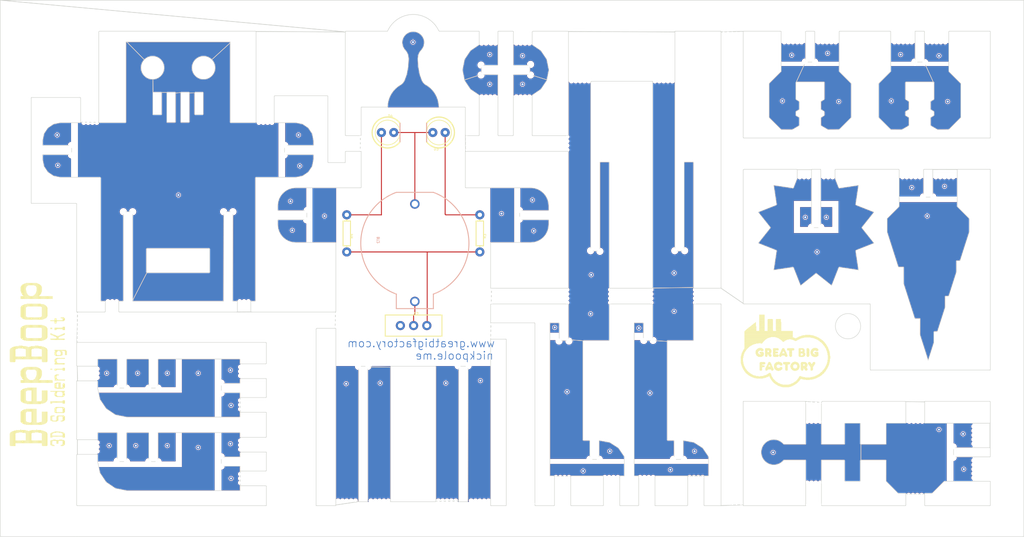
<source format=kicad_pcb>
(kicad_pcb (version 20221018) (generator pcbnew)
  (layers (0 "F.Cu" signal) (31 "B.Cu" signal) (34 "B.Paste" user) (35 "F.Paste" user) (36 "B.SilkS" user "B.Silkscreen") (37 "F.SilkS" user "F.Silkscreen") (38 "B.Mask" user) (39 "F.Mask" user) (44 "Edge.Cuts" user))
  (net 0 "")
  (net 1 "S$1")
  (net 2 "S$2")
  (net 3 "S$3")
  (net 4 "S$4")
  (net 5 "S$5")
  (footprint "" (layer "F.Cu") (at 246.283095 129.054362)
    (fp_text reference "@HOLE198" hide)
    (fp_text value "")
  )
  (footprint "" (layer "F.Cu") (at 168.432095 147.850362)
    (fp_text reference "@HOLE122" hide)
    (fp_text value "")
  )
  (footprint "" (layer "F.Cu") (at 170.210095 147.850362)
    (fp_text reference "@HOLE124" hide)
    (fp_text value "")
  )
  (footprint "" (layer "F.Cu") (at 144.175095 58.823362)
    (fp_text reference "@HOLE74" hide)
    (fp_text value "")
  )
  (footprint "" (layer "F.Cu") (at 144.302095 116.481362)
    (fp_text reference "@HOLE68" hide)
    (fp_text value "")
  )
  (footprint "" (layer "F.Cu") (at 191.800095 112.417362)
    (fp_text reference "@HOLE293" hide)
    (fp_text value "")
  )
  (footprint "" (layer "F.Cu") (at 92.740095 147.215362)
    (fp_text reference "@HOLE29" hide)
    (fp_text value "")
  )
  (footprint "" (layer "F.Cu") (at 238.155095 86.255362)
    (fp_text reference "@HOLE268" hide)
    (fp_text value "")
  )
  (footprint "" (layer "F.Cu") (at 209.072095 153.438362)
    (fp_text reference "@HOLE221" hide)
    (fp_text value "")
  )
  (footprint "" (layer "F.Cu") (at 209.961095 148.993362)
    (fp_text reference "@HOLE226" hide)
    (fp_text value "")
  )
  (footprint "" (layer "F.Cu") (at 166.527095 101.495362)
    (fp_text reference "@HOLE330" hide)
    (fp_text value "")
  )
  (footprint "" (layer "F.Cu") (at 193.578095 112.417362)
    (fp_text reference "@HOLE295" hide)
    (fp_text value "")
  )
  (footprint "" (layer "F.Cu") (at 92.613095 111.782362)
    (fp_text reference "@HOLE11" hide)
    (fp_text value "")
  )
  (footprint "" (layer "F.Cu") (at 60.609095 75.079362)
    (fp_text reference "@HOLE0" hide)
    (fp_text value "")
  )
  (footprint "" (layer "F.Cu") (at 222.153095 131.848362)
    (fp_text reference "@HOLE292" hide)
    (fp_text value "")
  )
  (footprint "" (layer "F.Cu") (at 123.093095 152.676362)
    (fp_text reference "@HOLE49" hide)
    (fp_text value "")
  )
  (footprint "" (layer "F.Cu") (at 59.212095 157.756362)
    (fp_text reference "@HOLE169" hide)
    (fp_text value "")
  )
  (footprint "" (layer "F.Cu") (at 67.467095 129.562362)
    (fp_text reference "@HOLE306" hide)
    (fp_text value "")
  )
  (footprint "" (layer "F.Cu") (at 152.303095 63.141362)
    (fp_text reference "@HOLE328" hide)
    (fp_text value "")
  )
  (footprint "" (layer "F.Cu") (at 139.222095 78.889362)
    (fp_text reference "@HOLE65" hide)
    (fp_text value "")
  )
  (footprint "" (layer "F.Cu") (at 246.410095 158.645362)
    (fp_text reference "@HOLE195" hide)
    (fp_text value "")
  )
  (footprint "" (layer "F.Cu") (at 59.466095 115.211362)
    (fp_text reference "@HOLE93" hide)
    (fp_text value "")
  )
  (footprint "" (layer "F.Cu") (at 63.403095 140.738362)
    (fp_text reference "@HOLE17" hide)
    (fp_text value "")
  )
  (footprint "" (layer "F.Cu") (at 243.235095 145.310362)
    (fp_text reference "@HOLE213" hide)
    (fp_text value "")
  )
  (footprint "" (layer "F.Cu") (at 144.302095 117.370362)
    (fp_text reference "@HOLE69" hide)
    (fp_text value "")
  )
  (footprint "" (layer "F.Cu") (at 246.283095 128.165362)
    (fp_text reference "@HOLE199" hide)
    (fp_text value "")
  )
  (footprint "working:RECT1468#PNG" (layer "F.Cu") (at 51.084095 124.482362 90)
    (fp_text reference "U$2" hide)
    (fp_text value "" hide)
  )
  (footprint "working:GREATBIGFACTORYCLOUDLOGO#PNG" (layer "F.Cu") (at 204.754095 121.942362)
    (fp_text reference "U$1" hide)
    (fp_text value "GREATBIGFACTORYCLOUDLOGO#PNG" hide)
  )
  (footprint "" (layer "F.Cu") (at 243.235095 146.199362)
    (fp_text reference "@HOLE212" hide)
    (fp_text value "")
  )
  (footprint "" (layer "F.Cu") (at 177.449095 119.783362)
    (fp_text reference "@HOLE339" hide)
    (fp_text value "")
  )
  (footprint "" (layer "F.Cu") (at 106.329095 95.018362)
    (fp_text reference "@HOLE319" hide)
    (fp_text value "")
  )
  (footprint "" (layer "F.Cu") (at 150.017095 94.891362)
    (fp_text reference "@HOLE321" hide)
    (fp_text value "")
  )
  (footprint "" (layer "F.Cu") (at 232.948095 90.319362)
    (fp_text reference "@HOLE345" hide)
    (fp_text value "")
  )
  (footprint "" (layer "F.Cu") (at 118.902095 125.117362)
    (fp_text reference "@HOLE323" hide)
    (fp_text value "")
  )
  (footprint "" (layer "F.Cu") (at 59.466095 117.878362)
    (fp_text reference "@HOLE96" hide)
    (fp_text value "")
  )
  (footprint "" (layer "F.Cu") (at 246.410095 157.756362)
    (fp_text reference "@HOLE190" hide)
    (fp_text value "")
  )
  (footprint "" (layer "F.Cu") (at 159.288095 147.850362)
    (fp_text reference "@HOLE119" hide)
    (fp_text value "")
  )
  (footprint "" (layer "F.Cu") (at 160.685095 66.570362)
    (fp_text reference "@HOLE149" hide)
    (fp_text value "")
  )
  (footprint "" (layer "F.Cu") (at 231.678095 151.533362)
    (fp_text reference "@HOLE239" hide)
    (fp_text value "")
  )
  (footprint "" (layer "F.Cu") (at 140.111095 152.676362)
    (fp_text reference "@HOLE55" hide)
    (fp_text value "")
  )
  (footprint "" (layer "F.Cu") (at 213.136095 58.569362)
    (fp_text reference "@HOLE252" hide)
    (fp_text value "")
  )
  (footprint "" (layer "F.Cu") (at 195.356095 132.610362)
    (fp_text reference "@HOLE281" hide)
    (fp_text value "")
  )
  (footprint "" (layer "F.Cu") (at 207.929095 58.569362)
    (fp_text reference "@HOLE249" hide)
    (fp_text value "")
  )
  (footprint "" (layer "F.Cu") (at 134.269095 152.676362)
    (fp_text reference "@HOLE51" hide)
    (fp_text value "")
  )
  (footprint "" (layer "F.Cu") (at 168.686095 109.369362)
    (fp_text reference "@HOLE137" hide)
    (fp_text value "")
  )
  (footprint "" (layer "F.Cu") (at 117.378095 79.778362)
    (fp_text reference "@HOLE34" hide)
    (fp_text value "")
  )
  (footprint "" (layer "F.Cu") (at 210.850095 153.438362)
    (fp_text reference "@HOLE223" hide)
    (fp_text value "")
  )
  (footprint "" (layer "F.Cu") (at 98.328095 75.079362)
    (fp_text reference "@HOLE6" hide)
    (fp_text value "")
  )
  (footprint "" (layer "F.Cu") (at 106.456095 93.113362)
    (fp_text reference "@HOLE318" hide)
    (fp_text value "")
  )
  (footprint "" (layer "F.Cu") (at 152.049095 153.311362)
    (fp_text reference "@HOLE114" hide)
    (fp_text value "")
  )
  (footprint "" (layer "F.Cu") (at 177.830095 66.570362)
    (fp_text reference "@HOLE154" hide)
    (fp_text value "")
  )
  (footprint "" (layer "F.Cu") (at 64.038095 55.775362)
    (fp_text reference "@HOLE176" hide)
    (fp_text value "")
  )
  (footprint "" (layer "F.Cu") (at 139.222095 79.778362)
    (fp_text reference "@HOLE66" hide)
    (fp_text value "")
  )
  (footprint "" (layer "F.Cu") (at 92.740095 132.102362)
    (fp_text reference "@HOLE23" hide)
    (fp_text value "")
  )
  (footprint "" (layer "F.Cu") (at 162.463095 66.570362)
    (fp_text reference "@HOLE151" hide)
    (fp_text value "")
  )
  (footprint "" (layer "F.Cu") (at 177.068095 109.369362)
    (fp_text reference "@HOLE141" hide)
    (fp_text value "")
  )
  (footprint "" (layer "F.Cu") (at 233.202095 62.760362)
    (fp_text reference "@HOLE348" hide)
    (fp_text value "")
  )
  (footprint "" (layer "F.Cu") (at 167.543095 147.850362)
    (fp_text reference "@HOLE121" hide)
    (fp_text value "")
  )
  (footprint "" (layer "F.Cu") (at 142.143095 63.268362)
    (fp_text reference "@HOLE326" hide)
    (fp_text value "")
  )
  (footprint "" (layer "F.Cu") (at 246.410095 54.886362)
    (fp_text reference "@HOLE184" hide)
    (fp_text value "")
  )
  (footprint "" (layer "F.Cu") (at 232.186095 86.255362)
    (fp_text reference "@HOLE274" hide)
    (fp_text value "")
  )
  (footprint "" (layer "F.Cu") (at 209.072095 148.993362)
    (fp_text reference "@HOLE225" hide)
    (fp_text value "")
  )
  (footprint "" (layer "F.Cu") (at 234.853095 90.319362)
    (fp_text reference "@HOLE344" hide)
    (fp_text value "")
  )
  (footprint "" (layer "F.Cu") (at 192.816095 56.664362)
    (fp_text reference "@HOLE165" hide)
    (fp_text value "")
  )
  (footprint "" (layer "F.Cu") (at 159.796095 78.000362)
    (fp_text reference "@HOLE88" hide)
    (fp_text value "")
  )
  (footprint "" (layer "F.Cu") (at 144.937095 69.745362)
    (fp_text reference "@HOLE83" hide)
    (fp_text value "")
  )
  (footprint "" (layer "F.Cu") (at 243.235095 139.214362)
    (fp_text reference "@HOLE217" hide)
    (fp_text value "")
  )
  (footprint "" (layer "F.Cu") (at 208.437095 86.255362)
    (fp_text reference "@HOLE276" hide)
    (fp_text value "")
  )
  (footprint "" (layer "F.Cu") (at 148.493095 153.311362)
    (fp_text reference "@HOLE110" hide)
    (fp_text value "")
  )
  (footprint "" (layer "F.Cu") (at 209.961095 132.610362)
    (fp_text reference "@HOLE234" hide)
    (fp_text value "")
  )
  (footprint "" (layer "F.Cu") (at 164.622095 101.368362)
    (fp_text reference "@HOLE331" hide)
    (fp_text value "")
  )
  (footprint "" (layer "F.Cu") (at 246.410095 82.318362)
    (fp_text reference "@HOLE204" hide)
    (fp_text value "")
  )
  (footprint "" (layer "F.Cu") (at 181.640095 144.167362)
    (fp_text reference "@HOLE336" hide)
    (fp_text value "")
  )
  (footprint "" (layer "F.Cu") (at 88.803095 143.659362)
    (fp_text reference "@HOLE316" hide)
    (fp_text value "")
  )
  (footprint "" (layer "F.Cu") (at 222.153095 126.514362)
    (fp_text reference "@HOLE286" hide)
    (fp_text value "")
  )
  (footprint "" (layer "F.Cu") (at 145.064095 58.823362)
    (fp_text reference "@HOLE75" hide)
    (fp_text value "")
  )
  (footprint "" (layer "F.Cu") (at 63.403095 127.403362)
    (fp_text reference "@HOLE16" hide)
    (fp_text value "")
  )
  (footprint "" (layer "F.Cu") (at 149.382095 58.823362)
    (fp_text reference "@HOLE76" hide)
    (fp_text value "")
  )
  (footprint "" (layer "F.Cu") (at 246.410095 80.540362)
    (fp_text reference "@HOLE206" hide)
    (fp_text value "")
  )
  (footprint "" (layer "F.Cu") (at 243.235095 140.992362)
    (fp_text reference "@HOLE220" hide)
    (fp_text value "")
  )
  (footprint "" (layer "F.Cu") (at 229.646095 58.569362)
    (fp_text reference "@HOLE258" hide)
    (fp_text value "")
  )
  (footprint "" (layer "F.Cu") (at 160.177095 119.910362)
    (fp_text reference "@HOLE333" hide)
    (fp_text value "")
  )
  (footprint "" (layer "F.Cu") (at 243.235095 140.103362)
    (fp_text reference "@HOLE216" hide)
    (fp_text value "")
  )
  (footprint "" (layer "F.Cu") (at 59.212095 158.645362)
    (fp_text reference "@HOLE174" hide)
    (fp_text value "")
  )
  (footprint "" (layer "F.Cu") (at 92.740095 133.880362)
    (fp_text reference "@HOLE25" hide)
    (fp_text value "")
  )
  (footprint "working:LED_5MM" (layer "F.Cu") (at 133.507095 77.111362 180)
    (fp_text reference "D3")
    (fp_text value "")
  )
  (footprint "" (layer "F.Cu") (at 99.217095 75.079362)
    (fp_text reference "@HOLE7" hide)
    (fp_text value "")
  )
  (footprint "" (layer "F.Cu") (at 194.467095 112.417362)
    (fp_text reference "@HOLE296" hide)
    (fp_text value "")
  )
  (footprint "" (layer "F.Cu") (at 141.000095 152.676362)
    (fp_text reference "@HOLE56" hide)
    (fp_text value "")
  )
  (footprint "" (layer "F.Cu") (at 112.298095 116.989362)
    (fp_text reference "@HOLE39" hide)
    (fp_text value "")
  )
  (footprint "" (layer "F.Cu") (at 210.850095 132.610362)
    (fp_text reference "@HOLE235" hide)
    (fp_text value "")
  )
  (footprint "" (layer "F.Cu") (at 143.159095 58.823362)
    (fp_text reference "@HOLE73" hide)
    (fp_text value "")
  )
  (footprint "" (layer "F.Cu") (at 246.410095 155.978362)
    (fp_text reference "@HOLE192" hide)
    (fp_text value "")
  )
  (footprint "" (layer "F.Cu") (at 246.410095 156.867362)
    (fp_text reference "@HOLE191" hide)
    (fp_text value "")
  )
  (footprint "" (layer "F.Cu") (at 139.476095 124.990362)
    (fp_text reference "@HOLE325" hide)
    (fp_text value "")
  )
  (footprint "" (layer "F.Cu") (at 59.466095 114.322362)
    (fp_text reference "@HOLE92" hide)
    (fp_text value "")
  )
  (footprint "" (layer "F.Cu") (at 195.356095 112.417362)
    (fp_text reference "@HOLE297" hide)
    (fp_text value "")
  )
  (footprint "" (layer "F.Cu") (at 159.796095 110.258362)
    (fp_text reference "@HOLE134" hide)
    (fp_text value "")
  )
  (footprint "" (layer "F.Cu") (at 222.153095 129.181362)
    (fp_text reference "@HOLE289" hide)
    (fp_text value "")
  )
  (footprint "" (layer "F.Cu") (at 177.068095 111.147362)
    (fp_text reference "@HOLE143" hide)
    (fp_text value "")
  )
  (footprint "" (layer "F.Cu") (at 231.805095 136.420362)
    (fp_text reference "@HOLE243" hide)
    (fp_text value "")
  )
  (footprint "" (layer "F.Cu") (at 185.831095 147.850362)
    (fp_text reference "@HOLE130" hide)
    (fp_text value "")
  )
  (footprint "" (layer "F.Cu") (at 186.720095 147.850362)
    (fp_text reference "@HOLE131" hide)
    (fp_text value "")
  )
  (footprint "" (layer "F.Cu") (at 88.803095 130.578362)
    (fp_text reference "@HOLE311" hide)
    (fp_text value "")
  )
  (footprint "" (layer "F.Cu") (at 211.739095 132.610362)
    (fp_text reference "@HOLE236" hide)
    (fp_text value "")
  )
  (footprint "" (layer "F.Cu") (at 228.757095 58.569362)
    (fp_text reference "@HOLE257" hide)
    (fp_text value "")
  )
  (footprint "" (layer "F.Cu") (at 117.378095 78.000362)
    (fp_text reference "@HOLE32" hide)
    (fp_text value "")
  )
  (footprint "" (layer "F.Cu") (at 137.444095 124.990362)
    (fp_text reference "@HOLE324" hide)
    (fp_text value "")
  )
  (footprint "" (layer "F.Cu") (at 142.143095 65.300362)
    (fp_text reference "@HOLE327" hide)
    (fp_text value "")
  )
  (footprint "" (layer "F.Cu") (at 243.235095 138.325362)
    (fp_text reference "@HOLE218" hide)
    (fp_text value "")
  )
  (footprint "" (layer "F.Cu") (at 166.400095 144.167362)
    (fp_text reference "@HOLE335" hide)
    (fp_text value "")
  )
  (footprint "" (layer "F.Cu") (at 233.837095 58.569362)
    (fp_text reference "@HOLE260" hide)
    (fp_text value "")
  )
  (footprint "" (layer "F.Cu") (at 150.271095 69.745362)
    (fp_text reference "@HOLE85" hide)
    (fp_text value "")
  )
  (footprint "" (layer "F.Cu") (at 169.321095 147.850362)
    (fp_text reference "@HOLE123" hide)
    (fp_text value "")
  )
  (footprint "" (layer "F.Cu") (at 232.694095 136.420362)
    (fp_text reference "@HOLE244" hide)
    (fp_text value "")
  )
  (footprint "" (layer "F.Cu") (at 207.040095 58.569362)
    (fp_text reference "@HOLE248" hide)
    (fp_text value "")
  )
  (footprint "" (layer "F.Cu") (at 194.594095 56.664362)
    (fp_text reference "@HOLE167" hide)
    (fp_text value "")
  )
  (footprint "" (layer "F.Cu") (at 92.740095 140.357362)
    (fp_text reference "@HOLE26" hide)
    (fp_text value "")
  )
  (footprint "" (layer "F.Cu") (at 194.467095 132.610362)
    (fp_text reference "@HOLE282" hide)
    (fp_text value "")
  )
  (footprint "" (layer "F.Cu") (at 113.695095 152.676362)
    (fp_text reference "@HOLE41" hide)
    (fp_text value "")
  )
  (footprint "" (layer "F.Cu") (at 104.043095 153.311362)
    (fp_text reference "@HOLE105" hide)
    (fp_text value "")
  )
  (footprint "" (layer "F.Cu") (at 116.362095 152.676362)
    (fp_text reference "@HOLE44" hide)
    (fp_text value "")
  )
  (footprint "" (layer "F.Cu") (at 116.997095 125.117362)
    (fp_text reference "@HOLE322" hide)
    (fp_text value "")
  )
  (footprint "" (layer "F.Cu") (at 144.302095 118.259362)
    (fp_text reference "@HOLE70" hide)
    (fp_text value "")
  )
  (footprint "" (layer "F.Cu") (at 186.085095 111.147362)
    (fp_text reference "@HOLE147" hide)
    (fp_text value "")
  )
  (footprint "" (layer "F.Cu") (at 59.212095 159.534362)
    (fp_text reference "@HOLE175" hide)
    (fp_text value "")
  )
  (footprint "" (layer "F.Cu") (at 142.270095 69.745362)
    (fp_text reference "@HOLE80" hide)
    (fp_text value "")
  )
  (footprint "" (layer "F.Cu") (at 179.608095 66.570362)
    (fp_text reference "@HOLE156" hide)
    (fp_text value "")
  )
  (footprint "" (layer "F.Cu") (at 64.038095 51.330362)
    (fp_text reference "@HOLE181" hide)
    (fp_text value "")
  )
  (footprint "" (layer "F.Cu") (at 214.025095 58.569362)
    (fp_text reference "@HOLE253" hide)
    (fp_text value "")
  )
  (footprint "" (layer "F.Cu") (at 121.315095 152.676362)
    (fp_text reference "@HOLE47" hide)
    (fp_text value "")
  )
  (footprint "" (layer "F.Cu") (at 142.270095 58.823362)
    (fp_text reference "@HOLE72" hide)
    (fp_text value "")
  )
  (footprint "" (layer "F.Cu") (at 246.283095 126.387362)
    (fp_text reference "@HOLE201" hide)
    (fp_text value "")
  )
  (footprint "" (layer "F.Cu") (at 112.298095 115.211362)
    (fp_text reference "@HOLE37" hide)
    (fp_text value "")
  )
  (footprint "" (layer "F.Cu") (at 175.671095 147.850362)
    (fp_text reference "@HOLE126" hide)
    (fp_text value "")
  )
  (footprint "" (layer "F.Cu") (at 231.297095 86.255362)
    (fp_text reference "@HOLE273" hide)
    (fp_text value "")
  )
  (footprint "" (layer "F.Cu") (at 63.403095 126.514362)
    (fp_text reference "@HOLE15" hide)
    (fp_text value "")
  )
  (footprint "" (layer "F.Cu") (at 228.630095 86.255362)
    (fp_text reference "@HOLE270" hide)
    (fp_text value "")
  )
  (footprint "" (layer "F.Cu") (at 58.069095 79.778362)
    (fp_text reference "@HOLE298" hide)
    (fp_text value "")
  )
  (footprint "" (layer "F.Cu") (at 88.803095 128.546362)
    (fp_text reference "@HOLE310" hide)
    (fp_text value "")
  )
  (footprint "" (layer "F.Cu") (at 61.498095 75.079362)
    (fp_text reference "@HOLE1" hide)
    (fp_text value "")
  )
  (footprint "" (layer "F.Cu") (at 92.740095 127.022362)
    (fp_text reference "@HOLE22" hide)
    (fp_text value "")
  )
  (footprint "" (layer "F.Cu") (at 89.311095 93.367362)
    (fp_text reference "@HOLE303" hide)
    (fp_text value "")
  )
  (footprint "" (layer "F.Cu") (at 214.914095 58.569362)
    (fp_text reference "@HOLE254" hide)
    (fp_text value "")
  )
  (footprint "" (layer "F.Cu") (at 139.222095 80.667362)
    (fp_text reference "@HOLE67" hide)
    (fp_text value "")
  )
  (footprint "" (layer "F.Cu") (at 208.691095 62.633362)
    (fp_text reference "@HOLE351" hide)
    (fp_text value "")
  )
  (footprint "" (layer "F.Cu") (at 187.609095 147.850362)
    (fp_text reference "@HOLE132" hide)
    (fp_text value "")
  )
  (footprint "working:SWITCH_SPDT_PTH_11.6X4.0MM_KIT" (layer "F.Cu") (at 128.300095 116.735362 -90)
    (fp_text reference "S2")
    (fp_text value "")
  )
  (footprint "" (layer "F.Cu") (at 69.372095 129.562362)
    (fp_text reference "@HOLE307" hide)
    (fp_text value "")
  )
  (footprint "" (layer "F.Cu") (at 246.410095 81.429362)
    (fp_text reference "@HOLE205" hide)
    (fp_text value "")
  )
  (footprint "" (layer "F.Cu") (at 163.352095 66.570362)
    (fp_text reference "@HOLE152" hide)
    (fp_text value "")
  )
  (footprint "" (layer "F.Cu") (at 158.399095 147.850362)
    (fp_text reference "@HOLE118" hide)
    (fp_text value "")
  )
  (footprint "" (layer "F.Cu") (at 88.803095 145.564362)
    (fp_text reference "@HOLE317" hide)
    (fp_text value "")
  )
  (footprint "" (layer "F.Cu") (at 144.302095 111.147362)
    (fp_text reference "@HOLE62" hide)
    (fp_text value "")
  )
  (footprint "" (layer "F.Cu") (at 149.382095 69.745362)
    (fp_text reference "@HOLE84" hide)
    (fp_text value "")
  )
  (footprint "" (layer "F.Cu") (at 229.519095 86.255362)
    (fp_text reference "@HOLE271" hide)
    (fp_text value "")
  )
  (footprint "" (layer "F.Cu") (at 151.160095 58.823362)
    (fp_text reference "@HOLE78" hide)
    (fp_text value "")
  )
  (footprint "" (layer "F.Cu") (at 206.151095 58.569362)
    (fp_text reference "@HOLE247" hide)
    (fp_text value "")
  )
  (footprint "" (layer "F.Cu") (at 139.222095 78.000362)
    (fp_text reference "@HOLE64" hide)
    (fp_text value "")
  )
  (footprint "" (layer "F.Cu") (at 209.072095 136.420362)
    (fp_text reference "@HOLE229" hide)
    (fp_text value "")
  )
  (footprint "" (layer "F.Cu") (at 100.487095 153.311362)
    (fp_text reference "@HOLE101" hide)
    (fp_text value "")
  )
  (footprint "" (layer "F.Cu") (at 92.740095 148.104362)
    (fp_text reference "@HOLE30" hide)
    (fp_text value "")
  )
  (footprint "" (layer "F.Cu") (at 214.279095 86.255362)
    (fp_text reference "@HOLE280" hide)
    (fp_text value "")
  )
  (footprint "" (layer "F.Cu") (at 181.894095 101.368362)
    (fp_text reference "@HOLE340" hide)
    (fp_text value "")
  )
  (footprint "" (layer "F.Cu") (at 243.235095 147.088362)
    (fp_text reference "@HOLE211" hide)
    (fp_text value "")
  )
  (footprint "" (layer "F.Cu") (at 64.038095 53.108362)
    (fp_text reference "@HOLE179" hide)
    (fp_text value "")
  )
  (footprint "" (layer "F.Cu") (at 144.302095 119.148362)
    (fp_text reference "@HOLE71" hide)
    (fp_text value "")
  )
  (footprint "" (layer "F.Cu") (at 136.936095 152.676362)
    (fp_text reference "@HOLE54" hide)
    (fp_text value "")
  )
  (footprint "" (layer "F.Cu") (at 63.276095 75.079362)
    (fp_text reference "@HOLE3" hide)
    (fp_text value "")
  )
  (footprint "" (layer "F.Cu") (at 209.961095 136.420362)
    (fp_text reference "@HOLE230" hide)
    (fp_text value "")
  )
  (footprint "" (layer "F.Cu") (at 122.204095 152.676362)
    (fp_text reference "@HOLE48" hide)
    (fp_text value "")
  )
  (footprint "" (layer "F.Cu") (at 151.160095 69.745362)
    (fp_text reference "@HOLE86" hide)
    (fp_text value "")
  )
  (footprint "" (layer "F.Cu") (at 212.501095 86.255362)
    (fp_text reference "@HOLE278" hide)
    (fp_text value "")
  )
  (footprint "" (layer "F.Cu") (at 98.709095 153.311362)
    (fp_text reference "@HOLE99" hide)
    (fp_text value "")
  )
  (footprint "" (layer "F.Cu") (at 102.265095 153.311362)
    (fp_text reference "@HOLE103" hide)
    (fp_text value "")
  )
  (footprint "" (layer "F.Cu") (at 64.038095 52.219362)
    (fp_text reference "@HOLE180" hide)
    (fp_text value "")
  )
  (footprint "" (layer "F.Cu") (at 92.740095 142.135362)
    (fp_text reference "@HOLE28" hide)
    (fp_text value "")
  )
  (footprint "" (layer "F.Cu") (at 75.849095 129.562362)
    (fp_text reference "@HOLE309" hide)
    (fp_text value "")
  )
  (footprint "" (layer "F.Cu") (at 159.796095 109.369362)
    (fp_text reference "@HOLE133" hide)
    (fp_text value "")
  )
  (footprint "" (layer "F.Cu") (at 186.085095 112.036362)
    (fp_text reference "@HOLE148" hide)
    (fp_text value "")
  )
  (footprint "" (layer "F.Cu") (at 230.789095 151.533362)
    (fp_text reference "@HOLE238" hide)
    (fp_text value "")
  )
  (footprint "" (layer "F.Cu") (at 103.154095 153.311362)
    (fp_text reference "@HOLE104" hide)
    (fp_text value "")
  )
  (footprint "" (layer "F.Cu") (at 120.426095 152.676362)
    (fp_text reference "@HOLE46" hide)
    (fp_text value "")
  )
  (footprint "" (layer "F.Cu") (at 230.027095 136.420362)
    (fp_text reference "@HOLE241" hide)
    (fp_text value "")
  )
  (footprint "" (layer "F.Cu") (at 133.380095 152.676362)
    (fp_text reference "@HOLE50" hide)
    (fp_text value "")
  )
  (footprint "" (layer "F.Cu") (at 59.466095 118.767362)
    (fp_text reference "@HOLE97" hide)
    (fp_text value "")
  )
  (footprint "" (layer "F.Cu") (at 101.376095 153.311362)
    (fp_text reference "@HOLE102" hide)
    (fp_text value "")
  )
  (footprint "" (layer "F.Cu") (at 246.410095 51.330362)
    (fp_text reference "@HOLE188" hide)
    (fp_text value "")
  )
  (footprint "" (layer "F.Cu") (at 183.672095 144.167362)
    (fp_text reference "@HOLE337" hide)
    (fp_text value "")
  )
  (footprint "" (layer "F.Cu") (at 157.510095 147.850362)
    (fp_text reference "@HOLE117" hide)
    (fp_text value "")
  )
  (footprint "" (layer "F.Cu") (at 191.800095 132.610362)
    (fp_text reference "@HOLE285" hide)
    (fp_text value "")
  )
  (footprint "" (layer "F.Cu") (at 159.796095 112.036362)
    (fp_text reference "@HOLE136" hide)
    (fp_text value "")
  )
  (footprint "" (layer "F.Cu") (at 236.377095 86.255362)
    (fp_text reference "@HOLE266" hide)
    (fp_text value "")
  )
  (footprint "" (layer "F.Cu") (at 115.473095 152.676362)
    (fp_text reference "@HOLE43" hide)
    (fp_text value "")
  )
  (footprint "" (layer "F.Cu") (at 239.044095 86.255362)
    (fp_text reference "@HOLE269" hide)
    (fp_text value "")
  )
  (footprint "" (layer "F.Cu") (at 97.439095 75.079362)
    (fp_text reference "@HOLE5" hide)
    (fp_text value "")
  )
  (footprint "" (layer "F.Cu") (at 205.262095 58.569362)
    (fp_text reference "@HOLE246" hide)
    (fp_text value "")
  )
  (footprint "" (layer "F.Cu") (at 144.048095 69.745362)
    (fp_text reference "@HOLE82" hide)
    (fp_text value "")
  )
  (footprint "" (layer "F.Cu") (at 231.170095 62.633362)
    (fp_text reference "@HOLE349" hide)
    (fp_text value "")
  )
  (footprint "" (layer "F.Cu") (at 59.212095 156.867362)
    (fp_text reference "@HOLE170" hide)
    (fp_text value "")
  )
  (footprint "" (layer "F.Cu") (at 246.410095 52.219362)
    (fp_text reference "@HOLE187" hide)
    (fp_text value "")
  )
  (footprint "" (layer "F.Cu") (at 186.085095 109.369362)
    (fp_text reference "@HOLE145" hide)
    (fp_text value "")
  )
  (footprint "" (layer "F.Cu") (at 184.942095 147.850362)
    (fp_text reference "@HOLE129" hide)
    (fp_text value "")
  )
  (footprint "" (layer "F.Cu") (at 246.283095 131.721362)
    (fp_text reference "@HOLE203" hide)
    (fp_text value "")
  )
  (footprint "" (layer "F.Cu") (at 236.504095 58.569362)
    (fp_text reference "@HOLE263" hide)
    (fp_text value "")
  )
  (footprint "" (layer "F.Cu") (at 64.038095 53.997362)
    (fp_text reference "@HOLE178" hide)
    (fp_text value "")
  )
  (footprint "" (layer "F.Cu") (at 68.737095 93.367362)
    (fp_text reference "@HOLE305" hide)
    (fp_text value "")
  )
  (footprint "" (layer "F.Cu") (at 70.642095 93.367362)
    (fp_text reference "@HOLE304" hide)
    (fp_text value "")
  )
  (footprint "" (layer "F.Cu") (at 176.560095 147.850362)
    (fp_text reference "@HOLE127" hide)
    (fp_text value "")
  )
  (footprint "" (layer "F.Cu") (at 235.615095 58.569362)
    (fp_text reference "@HOLE262" hide)
    (fp_text value "")
  )
  (footprint "" (layer "F.Cu") (at 230.408095 86.255362)
    (fp_text reference "@HOLE272" hide)
    (fp_text value "")
  )
  (footprint "" (layer "F.Cu") (at 183.926095 101.368362)
    (fp_text reference "@HOLE341" hide)
    (fp_text value "")
  )
  (footprint "" (layer "F.Cu") (at 174.782095 147.850362)
    (fp_text reference "@HOLE125" hide)
    (fp_text value "")
  )
  (footprint "" (layer "F.Cu") (at 246.283095 130.832362)
    (fp_text reference "@HOLE202" hide)
    (fp_text value "")
  )
  (footprint "" (layer "F.Cu") (at 195.483095 153.311362)
    (fp_text reference "@HOLE163" hide)
    (fp_text value "")
  )
  (footprint "" (layer "F.Cu") (at 222.153095 127.403362)
    (fp_text reference "@HOLE287" hide)
    (fp_text value "")
  )
  (footprint "" (layer "F.Cu") (at 212.247095 58.569362)
    (fp_text reference "@HOLE251" hide)
    (fp_text value "")
  )
  (footprint "" (layer "F.Cu") (at 152.049095 69.745362)
    (fp_text reference "@HOLE87" hide)
    (fp_text value "")
  )
  (footprint "" (layer "F.Cu") (at 67.467095 144.548362)
    (fp_text reference "@HOLE312" hide)
    (fp_text value "")
  )
  (footprint "" (layer "F.Cu") (at 210.850095 136.420362)
    (fp_text reference "@HOLE231" hide)
    (fp_text value "")
  )
  (footprint "" (layer "F.Cu") (at 59.466095 116.100362)
    (fp_text reference "@HOLE94" hide)
    (fp_text value "")
  )
  (footprint "" (layer "F.Cu") (at 222.153095 130.959362)
    (fp_text reference "@HOLE291" hide)
    (fp_text value "")
  )
  (footprint "" (layer "F.Cu") (at 209.961095 153.438362)
    (fp_text reference "@HOLE222" hide)
    (fp_text value "")
  )
  (footprint "" (layer "F.Cu") (at 192.689095 112.417362)
    (fp_text reference "@HOLE294" hide)
    (fp_text value "")
  )
  (footprint "" (layer "F.Cu") (at 92.740095 148.993362)
    (fp_text reference "@HOLE31" hide)
    (fp_text value "")
  )
  (footprint "" (layer "F.Cu") (at 59.466095 116.989362)
    (fp_text reference "@HOLE95" hide)
    (fp_text value "")
  )
  (footprint "" (layer "F.Cu") (at 117.378095 78.889362)
    (fp_text reference "@HOLE33" hide)
    (fp_text value "")
  )
  (footprint "" (layer "F.Cu") (at 150.017095 93.113362)
    (fp_text reference "@HOLE320" hide)
    (fp_text value "")
  )
  (footprint "" (layer "F.Cu") (at 104.932095 153.311362)
    (fp_text reference "@HOLE106" hide)
    (fp_text value "")
  )
  (footprint "" (layer "F.Cu") (at 230.535095 58.569362)
    (fp_text reference "@HOLE259" hide)
    (fp_text value "")
  )
  (footprint "" (layer "F.Cu") (at 226.979095 58.569362)
    (fp_text reference "@HOLE255" hide)
    (fp_text value "")
  )
  (footprint "" (layer "F.Cu") (at 209.961095 96.542362)
    (fp_text reference "@HOLE347" hide)
    (fp_text value "")
  )
  (footprint "" (layer "F.Cu") (at 246.410095 78.762362)
    (fp_text reference "@HOLE208" hide)
    (fp_text value "")
  )
  (footprint "" (layer "F.Cu") (at 222.153095 130.070362)
    (fp_text reference "@HOLE290" hide)
    (fp_text value "")
  )
  (footprint "" (layer "F.Cu") (at 246.410095 84.096362)
    (fp_text reference "@HOLE210" hide)
    (fp_text value "")
  )
  (footprint "" (layer "F.Cu") (at 168.686095 112.036362)
    (fp_text reference "@HOLE140" hide)
    (fp_text value "")
  )
  (footprint "" (layer "F.Cu") (at 164.495095 144.167362)
    (fp_text reference "@HOLE334" hide)
    (fp_text value "")
  )
  (footprint "" (layer "F.Cu") (at 246.410095 79.651362)
    (fp_text reference "@HOLE207" hide)
    (fp_text value "")
  )
  (footprint "" (layer "F.Cu") (at 91.216095 93.367362)
    (fp_text reference "@HOLE302" hide)
    (fp_text value "")
  )
  (footprint "" (layer "F.Cu") (at 213.390095 86.255362)
    (fp_text reference "@HOLE279" hide)
    (fp_text value "")
  )
  (footprint "working:AXIAL-0.3EZ" (layer "F.Cu") (at 114.584095 97.812362 -90)
    (fp_text reference "R4")
    (fp_text value "100")
  )
  (footprint "" (layer "F.Cu") (at 211.358095 58.569362)
    (fp_text reference "@HOLE250" hide)
    (fp_text value "")
  )
  (footprint "" (layer "F.Cu") (at 119.537095 152.676362)
    (fp_text reference "@HOLE45" hide)
    (fp_text value "")
  )
  (footprint "" (layer "F.Cu") (at 64.038095 54.886362)
    (fp_text reference "@HOLE177" hide)
    (fp_text value "")
  )
  (footprint "" (layer "F.Cu") (at 73.944095 144.675362)
    (fp_text reference "@HOLE314" hide)
    (fp_text value "")
  )
  (footprint "" (layer "F.Cu") (at 237.266095 86.255362)
    (fp_text reference "@HOLE267" hide)
    (fp_text value "")
  )
  (footprint "" (layer "F.Cu") (at 112.806095 152.676362)
    (fp_text reference "@HOLE40" hide)
    (fp_text value "")
  )
  (footprint "" (layer "F.Cu") (at 58.069095 81.683362)
    (fp_text reference "@HOLE299" hide)
    (fp_text value "")
  )
  (footprint "" (layer "F.Cu") (at 159.796095 111.147362)
    (fp_text reference "@HOLE135" hide)
    (fp_text value "")
  )
  (footprint "" (layer "F.Cu") (at 141.889095 152.676362)
    (fp_text reference "@HOLE57" hide)
    (fp_text value "")
  )
  (footprint "" (layer "F.Cu") (at 159.796095 80.667362)
    (fp_text reference "@HOLE91" hide)
    (fp_text value "")
  )
  (footprint "" (layer "F.Cu") (at 230.916095 136.420362)
    (fp_text reference "@HOLE242" hide)
    (fp_text value "")
  )
  (footprint "" (layer "F.Cu") (at 63.403095 141.627362)
    (fp_text reference "@HOLE18" hide)
    (fp_text value "")
  )
  (footprint "" (layer "F.Cu") (at 69.372095 144.675362)
    (fp_text reference "@HOLE313" hide)
    (fp_text value "")
  )
  (footprint "" (layer "F.Cu") (at 194.594095 153.311362)
    (fp_text reference "@HOLE162" hide)
    (fp_text value "")
  )
  (footprint "" (layer "F.Cu") (at 135.158095 152.676362)
    (fp_text reference "@HOLE52" hide)
    (fp_text value "")
  )
  (footprint "" (layer "F.Cu") (at 117.378095 80.667362)
    (fp_text reference "@HOLE35" hide)
    (fp_text value "")
  )
  (footprint "" (layer "F.Cu") (at 235.488095 86.255362)
    (fp_text reference "@HOLE265" hide)
    (fp_text value "")
  )
  (footprint "" (layer "F.Cu") (at 152.303095 65.300362)
    (fp_text reference "@HOLE329" hide)
    (fp_text value "")
  )
  (footprint "" (layer "F.Cu") (at 101.757095 81.683362)
    (fp_text reference "@HOLE301" hide)
    (fp_text value "")
  )
  (footprint "" (layer "F.Cu") (at 92.740095 126.133362)
    (fp_text reference "@HOLE21" hide)
    (fp_text value "")
  )
  (footprint "" (layer "F.Cu") (at 73.944095 129.562362)
    (fp_text reference "@HOLE308" hide)
    (fp_text value "")
  )
  (footprint "" (layer "F.Cu") (at 192.816095 153.311362)
    (fp_text reference "@HOLE160" hide)
    (fp_text value "")
  )
  (footprint "" (layer "F.Cu") (at 99.598095 153.311362)
    (fp_text reference "@HOLE100" hide)
    (fp_text value "")
  )
  (footprint "" (layer "F.Cu") (at 152.938095 153.311362)
    (fp_text reference "@HOLE115" hide)
    (fp_text value "")
  )
  (footprint "" (layer "F.Cu") (at 105.821095 153.311362)
    (fp_text reference "@HOLE107" hide)
    (fp_text value "")
  )
  (footprint "" (layer "F.Cu") (at 175.544095 119.783362)
    (fp_text reference "@HOLE338" hide)
    (fp_text value "")
  )
  (footprint "" (layer "F.Cu") (at 101.884095 79.778362)
    (fp_text reference "@HOLE300" hide)
    (fp_text value "")
  )
  (footprint "" (layer "F.Cu") (at 106.710095 153.311362)
    (fp_text reference "@HOLE108" hide)
    (fp_text value "")
  )
  (footprint "working:LED_5MM" (layer "F.Cu") (at 122.966095 77.111362)
    (fp_text reference "D4")
    (fp_text value "")
  )
  (footprint "" (layer "F.Cu") (at 159.796095 79.778362)
    (fp_text reference "@HOLE90" hide)
    (fp_text value "")
  )
  (footprint "working:AXIAL-0.3EZ" (layer "F.Cu") (at 141.889095 97.812362 -90)
    (fp_text reference "R3")
    (fp_text value "100")
  )
  (footprint "" (layer "F.Cu") (at 193.705095 56.664362)
    (fp_text reference "@HOLE166" hide)
    (fp_text value "")
  )
  (footprint "" (layer "F.Cu") (at 246.283095 129.943362)
    (fp_text reference "@HOLE197" hide)
    (fp_text value "")
  )
  (footprint "" (layer "F.Cu") (at 177.068095 110.258362)
    (fp_text reference "@HOLE142" hide)
    (fp_text value "")
  )
  (footprint "" (layer "F.Cu") (at 152.049095 58.823362)
    (fp_text reference "@HOLE79" hide)
    (fp_text value "")
  )
  (footprint "" (layer "F.Cu") (at 211.739095 148.993362)
    (fp_text reference "@HOLE228" hide)
    (fp_text value "")
  )
  (footprint "" (layer "F.Cu") (at 143.159095 69.745362)
    (fp_text reference "@HOLE81" hide)
    (fp_text value "")
  )
  (footprint "" (layer "F.Cu") (at 67.340095 111.782362)
    (fp_text reference "@HOLE10" hide)
    (fp_text value "")
  )
  (footprint "" (layer "F.Cu") (at 246.410095 155.089362)
    (fp_text reference "@HOLE193" hide)
    (fp_text value "")
  )
  (footprint "" (layer "F.Cu") (at 211.866095 96.542362)
    (fp_text reference "@HOLE346" hide)
    (fp_text value "")
  )
  (footprint "" (layer "F.Cu") (at 195.483095 56.664362)
    (fp_text reference "@HOLE168" hide)
    (fp_text value "")
  )
  (footprint "" (layer "F.Cu") (at 75.849095 144.675362)
    (fp_text reference "@HOLE315" hide)
    (fp_text value "")
  )
  (footprint "" (layer "F.Cu") (at 92.740095 141.246362)
    (fp_text reference "@HOLE27" hide)
    (fp_text value "")
  )
  (footprint "" (layer "F.Cu") (at 181.386095 66.570362)
    (fp_text reference "@HOLE158" hide)
    (fp_text value "")
  )
  (footprint "" (layer "F.Cu") (at 232.567095 151.533362)
    (fp_text reference "@HOLE240" hide)
    (fp_text value "")
  )
  (footprint "" (layer "F.Cu") (at 210.596095 62.633362)
    (fp_text reference "@HOLE350" hide)
    (fp_text value "")
  )
  (footprint "" (layer "F.Cu") (at 237.393095 58.569362)
    (fp_text reference "@HOLE264" hide)
    (fp_text value "")
  )
  (footprint "" (layer "F.Cu") (at 59.466095 119.656362)
    (fp_text reference "@HOLE98" hide)
    (fp_text value "")
  )
  (footprint "" (layer "F.Cu") (at 112.298095 114.322362)
    (fp_text reference "@HOLE36" hide)
    (fp_text value "")
  )
  (footprint "" (layer "F.Cu") (at 239.044095 141.627362)
    (fp_text reference "@HOLE342" hide)
    (fp_text value "")
  )
  (footprint "" (layer "F.Cu") (at 177.068095 112.036362)
    (fp_text reference "@HOLE144" hide)
    (fp_text value "")
  )
  (footprint "" (layer "F.Cu") (at 149.382095 153.311362)
    (fp_text reference "@HOLE111" hide)
    (fp_text value "")
  )
  (footprint "" (layer "F.Cu") (at 177.449095 147.850362)
    (fp_text reference "@HOLE128" hide)
    (fp_text value "")
  )
  (footprint "" (layer "F.Cu") (at 191.927095 56.664362)
    (fp_text reference "@HOLE164" hide)
    (fp_text value "")
  )
  (footprint "" (layer "F.Cu") (at 93.502095 111.782362)
    (fp_text reference "@HOLE12" hide)
    (fp_text value "")
  )
  (footprint "" (layer "F.Cu") (at 144.302095 110.258362)
    (fp_text reference "@HOLE61" hide)
    (fp_text value "")
  )
  (footprint "" (layer "F.Cu") (at 246.410095 53.997362)
    (fp_text reference "@HOLE185" hide)
    (fp_text value "")
  )
  (footprint "" (layer "F.Cu") (at 142.778095 152.676362)
    (fp_text reference "@HOLE58" hide)
    (fp_text value "")
  )
  (footprint "" (layer "F.Cu") (at 246.410095 83.207362)
    (fp_text reference "@HOLE209" hide)
    (fp_text value "")
  )
  (footprint "" (layer "F.Cu") (at 168.686095 110.258362)
    (fp_text reference "@HOLE138" hide)
    (fp_text value "")
  )
  (footprint "" (layer "F.Cu") (at 186.085095 110.258362)
    (fp_text reference "@HOLE146" hide)
    (fp_text value "")
  )
  (footprint "" (layer "F.Cu") (at 229.900095 151.533362)
    (fp_text reference "@HOLE237" hide)
    (fp_text value "")
  )
  (footprint "" (layer "F.Cu") (at 62.387095 75.079362)
    (fp_text reference "@HOLE2" hide)
    (fp_text value "")
  )
  (footprint "" (layer "F.Cu") (at 209.326095 86.255362)
    (fp_text reference "@HOLE277" hide)
    (fp_text value "")
  )
  (footprint "" (layer "F.Cu") (at 144.302095 109.369362)
    (fp_text reference "@HOLE60" hide)
    (fp_text value "")
  )
  (footprint "" (layer "F.Cu") (at 151.160095 153.311362)
    (fp_text reference "@HOLE113" hide)
    (fp_text value "")
  )
  (footprint "" (layer "F.Cu") (at 94.391095 111.782362)
    (fp_text reference "@HOLE13" hide)
    (fp_text value "")
  )
  (footprint "" (layer "F.Cu") (at 65.562095 111.782362)
    (fp_text reference "@HOLE8" hide)
    (fp_text value "")
  )
  (footprint "" (layer "F.Cu") (at 144.302095 112.036362)
    (fp_text reference "@HOLE63" hide)
    (fp_text value "")
  )
  (footprint "" (layer "F.Cu") (at 246.410095 55.775362)
    (fp_text reference "@HOLE183" hide)
    (fp_text value "")
  )
  (footprint "" (layer "F.Cu") (at 193.578095 132.610362)
    (fp_text reference "@HOLE283" hide)
    (fp_text value "")
  )
  (footprint "" (layer "F.Cu") (at 96.550095 75.079362)
    (fp_text reference "@HOLE4" hide)
    (fp_text value "")
  )
  (footprint "" (layer "F.Cu") (at 246.410095 159.534362)
    (fp_text reference "@HOLE196" hide)
    (fp_text value "")
  )
  (footprint "" (layer "F.Cu") (at 66.451095 111.782362)
    (fp_text reference "@HOLE9" hide)
    (fp_text value "")
  )
  (footprint "" (layer "F.Cu") (at 243.235095 144.421362)
    (fp_text reference "@HOLE214" hide)
    (fp_text value "")
  )
  (footprint "" (layer "F.Cu") (at 243.235095 137.436362)
    (fp_text reference "@HOLE219" hide)
    (fp_text value "")
  )
  (footprint "" (layer "F.Cu") (at 159.796095 78.889362)
    (fp_text reference "@HOLE89" hide)
    (fp_text value "")
  )
  (footprint "" (layer "F.Cu") (at 59.212095 155.089362)
    (fp_text reference "@HOLE172" hide)
    (fp_text value "")
  )
  (footprint "" (layer "F.Cu") (at 161.574095 66.570362)
    (fp_text reference "@HOLE150" hide)
    (fp_text value "")
  )
  (footprint "" (layer "F.Cu") (at 222.153095 128.292362)
    (fp_text reference "@HOLE288" hide)
    (fp_text value "")
  )
  (footprint "" (layer "F.Cu") (at 211.739095 153.438362)
    (fp_text reference "@HOLE224" hide)
    (fp_text value "")
  )
  (footprint "" (layer "F.Cu") (at 246.410095 53.108362)
    (fp_text reference "@HOLE186" hide)
    (fp_text value "")
  )
  (footprint "" (layer "F.Cu") (at 136.047095 152.676362)
    (fp_text reference "@HOLE53" hide)
    (fp_text value "")
  )
  (footprint "" (layer "F.Cu") (at 143.667095 152.676362)
    (fp_text reference "@HOLE59" hide)
    (fp_text value "")
  )
  (footprint "" (layer "F.Cu") (at 227.868095 58.569362)
    (fp_text reference "@HOLE256" hide)
    (fp_text value "")
  )
  (footprint "" (layer "F.Cu") (at 192.689095 132.610362)
    (fp_text reference "@HOLE284" hide)
    (fp_text value "")
  )
  (footprint "" (layer "F.Cu") (at 180.497095 66.570362)
    (fp_text reference "@HOLE157" hide)
    (fp_text value "")
  )
  (footprint "" (layer "F.Cu") (at 158.145095 119.910362)
    (fp_text reference "@HOLE332" hide)
    (fp_text value "")
  )
  (footprint "" (layer "F.Cu") (at 92.740095 132.991362)
    (fp_text reference "@HOLE24" hide)
    (fp_text value "")
  )
  (footprint "" (layer "F.Cu") (at 210.850095 148.993362)
    (fp_text reference "@HOLE227" hide)
    (fp_text value "")
  )
  (footprint "" (layer "F.Cu") (at 92.740095 125.244362)
    (fp_text reference "@HOLE20" hide)
    (fp_text value "")
  )
  (footprint "" (layer "F.Cu") (at 150.271095 153.311362)
    (fp_text reference "@HOLE112" hide)
    (fp_text value "")
  )
  (footprint "" (layer "F.Cu") (at 59.212095 155.978362)
    (fp_text reference "@HOLE171" hide)
    (fp_text value "")
  )
  (footprint "" (layer "F.Cu") (at 147.604095 153.311362)
    (fp_text reference "@HOLE116" hide)
    (fp_text value "")
  )
  (footprint "" (layer "F.Cu") (at 63.403095 125.625362)
    (fp_text reference "@HOLE14" hide)
    (fp_text value "")
  )
  (footprint "" (layer "F.Cu") (at 112.298095 116.100362)
    (fp_text reference "@HOLE38" hide)
    (fp_text value "")
  )
  (footprint "" (layer "F.Cu") (at 246.410095 154.200362)
    (fp_text reference "@HOLE194" hide)
    (fp_text value "")
  )
  (footprint "" (layer "F.Cu") (at 193.705095 153.311362)
    (fp_text reference "@HOLE161" hide)
    (fp_text value "")
  )
  (footprint "" (layer "F.Cu") (at 107.599095 153.311362)
    (fp_text reference "@HOLE109" hide)
    (fp_text value "")
  )
  (footprint "" (layer "F.Cu") (at 191.927095 153.311362)
    (fp_text reference "@HOLE159" hide)
    (fp_text value "")
  )
  (footprint "" (layer "F.Cu") (at 160.177095 147.850362)
    (fp_text reference "@HOLE120" hide)
    (fp_text value "")
  )
  (footprint "" (layer "F.Cu") (at 209.072095 132.610362)
    (fp_text reference "@HOLE233" hide)
    (fp_text value "")
  )
  (footprint "" (layer "F.Cu") (at 243.235095 147.977362)
    (fp_text reference "@HOLE215" hide)
    (fp_text value "")
  )
  (footprint "" (layer "F.Cu") (at 246.283095 127.276362)
    (fp_text reference "@HOLE200" hide)
    (fp_text value "")
  )
  (footprint "" (layer "F.Cu") (at 239.044095 143.786362)
    (fp_text reference "@HOLE343" hide)
    (fp_text value "")
  )
  (footprint "" (layer "F.Cu") (at 114.584095 152.676362)
    (fp_text reference "@HOLE42" hide)
    (fp_text value "")
  )
  (footprint "" (layer "F.Cu") (at 234.726095 58.569362)
    (fp_text reference "@HOLE261" hide)
    (fp_text value "")
  )
  (footprint "" (layer "F.Cu") (at 207.548095 86.255362)
    (fp_text reference "@HOLE275" hide)
    (fp_text value "")
  )
  (footprint "" (layer "F.Cu") (at 246.410095 50.441362)
    (fp_text reference "@HOLE189" hide)
    (fp_text value "")
  )
  (footprint "" (layer "F.Cu") (at 150.271095 58.823362)
    (fp_text reference "@HOLE77" hide)
    (fp_text value "")
  )
  (footprint "" (layer "F.Cu") (at 164.241095 66.570362)
    (fp_text reference "@HOLE153" hide)
    (fp_text value "")
  )
  (footprint "" (layer "F.Cu") (at 168.686095 111.147362)
    (fp_text reference "@HOLE139" hide)
    (fp_text value "")
  )
  (footprint "" (layer "F.Cu") (at 64.038095 50.441362)
    (fp_text reference "@HOLE182" hide)
    (fp_text value "")
  )
  (footprint "" (layer "F.Cu") (at 178.719095 66.570362)
    (fp_text reference "@HOLE155" hide)
    (fp_text value "")
  )
  (footprint "" (layer "F.Cu") (at 59.212095 154.200362)
    (fp_text reference "@HOLE173" hide)
    (fp_text value "")
  )
  (footprint "" (layer "F.Cu") (at 63.403095 142.516362)
    (fp_text reference "@HOLE19" hide)
    (fp_text value "")
  )
  (footprint "" (layer "F.Cu") (at 211.739095 136.420362)
    (fp_text reference "@HOLE232" hide)
    (fp_text value "")
  )
  (footprint "" (layer "F.Cu") (at 204.373095 58.569362)
    (fp_text reference "@HOLE245" hide)
    (fp_text value "")
  )
  (footprint "working:BATTCOM_20MM_PTH_KIT" (layer "B.Cu") (at 128.554095 99.932362 -90)
    (fp_text reference "BT2")
    (fp_text value "")
  )
  (gr_line (start 156.020526 93.100409) (end 156.020526 92.300359) (stroke (width 0.1)) (layer "Edge.Cuts"))
  (gr_line (start 130.518388 67.127806) (end 130.374688 66.988684) (stroke (width 0.1)) (layer "Edge.Cuts"))
  (gr_line (start 145.528566 63.313041) (end 145.608766 63.193625) (stroke (width 0.1)) (layer "Edge.Cuts"))
  (gr_line (start 67.79491 113.896487) (end 67.79491 111.896484) (stroke (width 0.1)) (layer "Edge.Cuts"))
  (gr_line (start 130.302085 57.778603) (end 130.111198 57.427134) (stroke (width 0.1)) (layer "Edge.Cuts"))
  (gr_line (start 201.550463 96.616003) (end 201.455173 96.772403) (stroke (width 0.1)) (layer "Edge.Cuts"))
  (gr_line (start 214.792148 84.787559) (end 214.86867 84.664022) (stroke (width 0.1)) (layer "Edge.Cuts"))
  (gr_line (start 130.358529 59.344434) (end 130.465857 58.754134) (stroke (width 0.1)) (layer "Edge.Cuts"))
  (gr_line (start 141.76146 69.589306) (end 141.76146 77.589491) (stroke (width 0.1)) (layer "Edge.Cuts"))
  (gr_line (start 246.598329 141.778362) (end 246.598648 136.774531) (stroke (width 0.1)) (layer "Edge.Cuts"))
  (gr_line (start 185.55861 119.800372) (end 185.741716 119.783597) (stroke (width 0.1)) (layer "Edge.Cuts"))
  (gr_line (start 201.34871 74.122225) (end 203.617632 76.378878) (stroke (width 0.1)) (layer "Edge.Cuts"))
  (gr_line (start 129.162476 62.013756) (end 129.184257 61.815319) (stroke (width 0.1)) (layer "Edge.Cuts"))
  (gr_line (start 154.972466 89.573234) (end 154.824495 89.439772) (stroke (width 0.1)) (layer "Edge.Cuts"))
  (gr_line (start 158.07657 116.178372) (end 156.27652 116.178372) (stroke (width 0.1)) (layer "Edge.Cuts"))
  (gr_line (start 82.147085 75.048578) (end 80.546988 75.048578) (stroke (width 0.1)) (layer "Edge.Cuts"))
  (gr_line (start 63.460807 124.875025) (end 63.45611 125.070337) (stroke (width 0.1)) (layer "Edge.Cuts"))
  (gr_line (start 128.933257 52.927062) (end 129.131226 52.955244) (stroke (width 0.1)) (layer "Edge.Cuts"))
  (gr_line (start 108.397591 117.298197) (end 112.185138 117.298197) (stroke (width 0.1)) (layer "Edge.Cuts"))
  (gr_line (start 107.758882 79.692537) (end 107.758882 78.892487) (stroke (width 0.1)) (layer "Edge.Cuts"))
  (gr_line (start 229.95917 74.193119) (end 229.92441 74.013259) (stroke (width 0.1)) (layer "Edge.Cuts"))
  (gr_line (start 210.500873 62.653987) (end 208.900898 62.653987) (stroke (width 0.1)) (layer "Edge.Cuts"))
  (gr_line (start 107.421435 84.134722) (end 107.492126 83.951556) (stroke (width 0.1)) (layer "Edge.Cuts"))
  (gr_line (start 123.540804 55.281859) (end 123.66057 55.121666) (stroke (width 0.1)) (layer "Edge.Cuts"))
  (gr_line (start 181.957932 101.439219) (end 181.930588 101.266506) (stroke (width 0.1)) (layer "Edge.Cuts"))
  (gr_line (start 138.351176 64.348044) (end 138.744429 66.296309) (stroke (width 0.1)) (layer "Edge.Cuts"))
  (gr_line (start 52.458445 84.067469) (end 53.240954 85.228394) (stroke (width 0.1)) (layer "Edge.Cuts"))
  (gr_line (start 95.964766 74.973891) (end 95.880773 75.089919) (stroke (width 0.1)) (layer "Edge.Cuts"))
  (gr_line (start 148.78377 65.257012) (end 148.78377 77.657272) (stroke (width 0.1)) (layer "Edge.Cuts"))
  (gr_line (start 152.631073 59.094012) (end 152.631073 56.493916) (stroke (width 0.1)) (layer "Edge.Cuts"))
  (gr_line (start 188.831454 143.729719) (end 188.775804 143.546909) (stroke (width 0.1)) (layer "Edge.Cuts"))
  (gr_line (start 168.449754 112.443506) (end 168.498795 112.29385) (stroke (width 0.1)) (layer "Edge.Cuts"))
  (gr_line (start 83.472529 68.830878) (end 85.072629 68.830878) (stroke (width 0.1)) (layer "Edge.Cuts"))
  (gr_line (start 203.723573 64.582581) (end 201.319735 66.986919) (stroke (width 0.1)) (layer "Edge.Cuts"))
  (gr_line (start 73.462263 105.780547) (end 73.462263 100.9805) (stroke (width 0.1)) (layer "Edge.Cuts"))
  (gr_line (start 148.961504 65.233925) (end 148.78377 65.257012) (stroke (width 0.1)) (layer "Edge.Cuts"))
  (gr_line (start 123.788041 69.095012) (end 123.688788 69.268294) (stroke (width 0.1)) (layer "Edge.Cuts"))
  (gr_line (start 84.762666 66.146072) (end 84.567723 66.101731) (stroke (width 0.1)) (layer "Edge.Cuts"))
  (gr_line (start 74.000182 66.070269) (end 73.812579 66.000631) (stroke (width 0.1)) (layer "Edge.Cuts"))
  (gr_line (start 83.281829 62.406081) (end 83.407145 62.250203) (stroke (width 0.1)) (layer "Edge.Cuts"))
  (gr_line (start 234.681429 84.664019) (end 234.847245 84.684334) (stroke (width 0.1)) (layer "Edge.Cuts"))
  (gr_line (start 188.831454 147.529766) (end 188.831454 143.729719) (stroke (width 0.1)) (layer "Edge.Cuts"))
  (gr_line (start 232.953829 84.761675) (end 233.081332 84.664019) (stroke (width 0.1)) (layer "Edge.Cuts"))
  (gr_line (start 103.216932 88.58125) (end 102.834832 88.699656) (stroke (width 0.1)) (layer "Edge.Cuts"))
  (gr_line (start 87.24957 62.628122) (end 87.342101 62.805362) (stroke (width 0.1)) (layer "Edge.Cuts"))
  (gr_line (start 215.690813 64.635684) (end 215.63756 64.457622) (stroke (width 0.1)) (layer "Edge.Cuts"))
  (gr_line (start 87.445645 64.559737) (end 87.374741 64.746575) (stroke (width 0.1)) (layer "Edge.Cuts"))
  (gr_line (start 138.750676 66.320481) (end 138.806345 66.496294) (stroke (width 0.1)) (layer "Edge.Cuts"))
  (gr_line (start 208.781663 153.509991) (end 208.764116 153.692362) (stroke (width 0.1)) (layer "Edge.Cuts"))
  (gr_line (start 185.792238 112.29385) (end 191.392335 112.29385) (stroke (width 0.1)) (layer "Edge.Cuts"))
  (gr_line (start 177.842973 153.690472) (end 177.842988 147.689984) (stroke (width 0.1)) (layer "Edge.Cuts"))
  (gr_line (start 107.68431 81.652766) (end 101.884138 81.652766) (stroke (width 0.1)) (layer "Edge.Cuts"))
  (gr_line (start 86.896013 62.160878) (end 87.021451 62.300059) (stroke (width 0.1)) (layer "Edge.Cuts"))
  (gr_line (start 130.296691 59.531475) (end 130.358529 59.344434) (stroke (width 0.1)) (layer "Edge.Cuts"))
  (gr_line (start 83.845932 65.765722) (end 83.686279 65.645197) (stroke (width 0.1)) (layer "Edge.Cuts"))
  (gr_line (start 215.679445 88.526484) (end 215.54596 88.444612) (stroke (width 0.1)) (layer "Edge.Cuts"))
  (gr_line (start 207.029313 86.336478) (end 207.027132 86.536103) (stroke (width 0.1)) (layer "Edge.Cuts"))
  (gr_line (start 246.598648 136.774531) (end 237.210757 136.774531) (stroke (width 0.1)) (layer "Edge.Cuts"))
  (gr_line (start 214.813082 86.583728) (end 214.792148 86.387656) (stroke (width 0.1)) (layer "Edge.Cuts"))
  (gr_line (start 76.404363 65.4951) (end 76.256738 65.630031) (stroke (width 0.1)) (layer "Edge.Cuts"))
  (gr_line (start 83.067935 64.868659) (end 82.986495 64.686159) (stroke (width 0.1)) (layer "Edge.Cuts"))
  (gr_line (start 131.012551 53.604144) (end 131.185791 53.703934) (stroke (width 0.1)) (layer "Edge.Cuts"))
  (gr_line (start 100.428616 95.955516) (end 100.443857 96.154641) (stroke (width 0.1)) (layer "Edge.Cuts"))
  (gr_line (start 92.557032 123.599109) (end 75.956691 123.599109) (stroke (width 0.1)) (layer "Edge.Cuts"))
  (gr_line (start 104.074754 86.309847) (end 104.271041 86.271531) (stroke (width 0.1)) (layer "Edge.Cuts"))
  (gr_line (start 140.064163 68.292362) (end 141.722673 69.410219) (stroke (width 0.1)) (layer "Edge.Cuts"))
  (gr_line (start 59.833829 69.9228) (end 59.963345 69.993359) (stroke (width 0.1)) (layer "Edge.Cuts"))
  (gr_line (start 123.56411 152.684506) (end 123.56411 125.296372) (stroke (width 0.1)) (layer "Edge.Cuts"))
  (gr_line (start 234.396626 74.133991) (end 234.396626 75.534016) (stroke (width 0.1)) (layer "Edge.Cuts"))
  (gr_line (start 68.618216 111.719725) (end 68.739554 111.641103) (stroke (width 0.1)) (layer "Edge.Cuts"))
  (gr_line (start 153.643007 88.708909) (end 153.26081 88.590387) (stroke (width 0.1)) (layer "Edge.Cuts"))
  (gr_line (start 201.104541 145.044712) (end 201.287491 145.125066) (stroke (width 0.1)) (layer "Edge.Cuts"))
  (gr_line (start 235.067491 70.346641) (end 234.547823 70.646497) (stroke (width 0.1)) (layer "Edge.Cuts"))
  (gr_line (start 214.86867 84.664022) (end 227.869157 84.664022) (stroke (width 0.1)) (layer "Edge.Cuts"))
  (gr_line (start 199.875126 143.779316) (end 199.964373 143.958316) (stroke (width 0.1)) (layer "Edge.Cuts"))
  (gr_line (start 195.941607 132.314166) (end 196.005541 132.289022) (stroke (width 0.1)) (layer "Edge.Cuts"))
  (gr_line (start 106.296779 95.023553) (end 100.496607 95.023553) (stroke (width 0.1)) (layer "Edge.Cuts"))
  (gr_line (start 177.206085 109.065631) (end 168.605866 109.065631) (stroke (width 0.1)) (layer "Edge.Cuts"))
  (gr_line (start 138.976666 80.977937) (end 159.96441 80.977937) (stroke (width 0.1)) (layer "Edge.Cuts"))
  (gr_line (start 64.082476 86.396609) (end 64.082473 111.597172) (stroke (width 0.1)) (layer "Edge.Cuts"))
  (gr_line (start 158.181132 116.273828) (end 158.07657 116.178372) (stroke (width 0.1)) (layer "Edge.Cuts"))
  (gr_line (start 70.641935 93.359609) (end 70.644863 93.556644) (stroke (width 0.1)) (layer "Edge.Cuts"))
  (gr_line (start 212.61397 70.165691) (end 212.575763 70.343622) (stroke (width 0.1)) (layer "Edge.Cuts"))
  (gr_line (start 104.145848 75.102316) (end 103.947154 75.089362) (stroke (width 0.1)) (layer "Edge.Cuts"))
  (gr_line (start 133.054345 69.855528) (end 132.976182 69.671916) (stroke (width 0.1)) (layer "Edge.Cuts"))
  (gr_line (start 74.113857 129.556369) (end 73.940273 129.529775) (stroke (width 0.1)) (layer "Edge.Cuts"))
  (gr_line (start 126.376641 57.369522) (end 126.274788 57.540925) (stroke (width 0.1)) (layer "Edge.Cuts"))
  (gr_line (start 183.757982 101.439219) (end 181.957932 101.439219) (stroke (width 0.1)) (layer "Edge.Cuts"))
  (gr_line (start 55.770476 86.295103) (end 55.96907 86.309909) (stroke (width 0.1)) (layer "Edge.Cuts"))
  (gr_line (start 52.231848 79.746487) (end 58.031898 79.746487) (stroke (width 0.1)) (layer "Edge.Cuts"))
  (gr_line (start 112.28022 113.946237) (end 112.209379 117.302491) (stroke (width 0.1)) (layer "Edge.Cuts"))
  (gr_line (start 227.949482 84.783641) (end 227.949482 92.183787) (stroke (width 0.1)) (layer "Edge.Cuts"))
  (gr_line (start 239.863666 92.277147) (end 239.863666 84.68955) (stroke (width 0.1)) (layer "Edge.Cuts"))
  (gr_line (start 59.14996 113.938937) (end 59.14996 91.738378) (stroke (width 0.1)) (layer "Edge.Cuts"))
  (gr_line (start 133.26136 70.418606) (end 133.054345 69.855528) (stroke (width 0.1)) (layer "Edge.Cuts"))
  (gr_line (start 225.265063 148.552706) (end 225.323429 148.728169) (stroke (width 0.1)) (layer "Edge.Cuts"))
  (gr_line (start 175.564195 119.799344) (end 175.47362 119.690091) (stroke (width 0.1)) (layer "Edge.Cuts"))
  (gr_line (start 160.716998 153.692356) (end 160.550491 153.659222) (stroke (width 0.1)) (layer "Edge.Cuts"))
  (gr_line (start 129.561876 56.851794) (end 129.396591 56.740803) (stroke (width 0.1)) (layer "Edge.Cuts"))
  (gr_line (start 76.579385 68.878119) (end 76.579385 73.265766) (stroke (width 0.1)) (layer "Edge.Cuts"))
  (gr_line (start 63.616354 138.688112) (end 63.461323 138.733075) (stroke (width 0.1)) (layer "Edge.Cuts"))
  (gr_line (start 77.817029 68.830878) (end 79.417004 68.830878) (stroke (width 0.1)) (layer "Edge.Cuts"))
  (gr_line (start 204.376116 141.108112) (end 204.204698 141.047678) (stroke (width 0.1)) (layer "Edge.Cuts"))
  (gr_line (start 201.681276 140.190609) (end 201.48781 140.240725) (stroke (width 0.1)) (layer "Edge.Cuts"))
  (gr_line (start 206.747666 73.612153) (end 206.747666 72.812103) (stroke (width 0.1)) (layer "Edge.Cuts"))
  (gr_line (start 131.346651 67.681316) (end 131.187463 67.560837) (stroke (width 0.1)) (layer "Edge.Cuts"))
  (gr_line (start 200.310685 144.4465) (end 200.450029 144.589978) (stroke (width 0.1)) (layer "Edge.Cuts"))
  (gr_line (start 128.84897 56.502819) (end 128.657045 56.448016) (stroke (width 0.1)) (layer "Edge.Cuts"))
  (gr_line (start 69.38861 123.716769) (end 69.38861 129.517062) (stroke (width 0.1)) (layer "Edge.Cuts"))
  (gr_line (start 234.396626 72.359231) (end 234.548616 72.471462) (stroke (width 0.1)) (layer "Edge.Cuts"))
  (gr_line (start 92.630932 130.508769) (end 89.030832 130.508769) (stroke (width 0.1)) (layer "Edge.Cuts"))
  (gr_line (start 201.319735 66.986919) (end 201.256029 67.160653) (stroke (width 0.1)) (layer "Edge.Cuts"))
  (gr_line (start 67.627832 129.556369) (end 67.483301 129.500966) (stroke (width 0.1)) (layer "Edge.Cuts"))
  (gr_line (start 206.907276 72.704197) (end 207.426851 72.404181) (stroke (width 0.1)) (layer "Edge.Cuts"))
  (gr_line (start 76.211788 61.957784) (end 76.362576 62.089006) (stroke (width 0.1)) (layer "Edge.Cuts"))
  (gr_line (start 222.729326 93.526678) (end 222.692004 93.413381) (stroke (width 0.1)) (layer "Edge.Cuts"))
  (gr_line (start 246.658938 56.455422) (end 246.658938 78.055887) (stroke (width 0.1)) (layer "Edge.Cuts"))
  (gr_line (start 129.331123 61.034578) (end 129.499488 60.671716) (stroke (width 0.1)) (layer "Edge.Cuts"))
  (gr_line (start 191.394126 56.456728) (end 195.952982 56.332116) (stroke (width 0.1)) (layer "Edge.Cuts"))
  (gr_line (start 55.663407 75.126303) (end 54.487051 75.363703) (stroke (width 0.1)) (layer "Edge.Cuts"))
  (gr_line (start 125.315157 67.5344) (end 125.149016 67.645153) (stroke (width 0.1)) (layer "Edge.Cuts"))
  (gr_line (start 75.128276 61.472619) (end 75.323938 61.514131) (stroke (width 0.1)) (layer "Edge.Cuts"))
  (gr_line (start 156.031495 64.136775) (end 155.635666 62.176212) (stroke (width 0.1)) (layer "Edge.Cuts"))
  (gr_line (start 59.350995 128.085147) (end 63.338735 128.085147) (stroke (width 0.1)) (layer "Edge.Cuts"))
  (gr_line (start 118.81862 125.091) (end 118.898795 125.193237) (stroke (width 0.1)) (layer "Edge.Cuts"))
  (gr_line (start 107.46187 77.323884) (end 106.79102 76.328828) (stroke (width 0.1)) (layer "Edge.Cuts"))
  (gr_line (start 74.826629 68.830878) (end 76.414226 68.830878) (stroke (width 0.1)) (layer "Edge.Cuts"))
  (gr_line (start 206.847354 70.379128) (end 206.747666 70.236637) (stroke (width 0.1)) (layer "Edge.Cuts"))
  (gr_line (start 52.197663 78.614372) (end 52.166923 78.811306) (stroke (width 0.1)) (layer "Edge.Cuts"))
  (gr_line (start 145.608766 65.416869) (end 145.590907 65.234659) (stroke (width 0.1)) (layer "Edge.Cuts"))
  (gr_line (start 211.863635 84.836234) (end 211.863635 96.436566) (stroke (width 0.1)) (layer "Edge.Cuts"))
  (gr_line (start 73.028845 62.160259) (end 73.164145 62.030716) (stroke (width 0.1)) (layer "Edge.Cuts"))
  (gr_line (start 72.867938 65.281456) (end 72.75072 65.119459) (stroke (width 0.1)) (layer "Edge.Cuts"))
  (gr_line (start 227.721348 151.139119) (end 227.914095 151.156078) (stroke (width 0.1)) (layer "Edge.Cuts"))
  (gr_line (start 63.462145 129.563016) (end 63.897104 131.719541) (stroke (width 0.1)) (layer "Edge.Cuts"))
  (gr_line (start 117.001198 125.26385) (end 117.01857 125.091) (stroke (width 0.1)) (layer "Edge.Cuts"))
  (gr_line (start 98.08142 139.569309) (end 97.994482 139.682347) (stroke (width 0.1)) (layer "Edge.Cuts"))
  (gr_line (start 59.859813 75.089919) (end 55.859691 75.089919) (stroke (width 0.1)) (layer "Edge.Cuts"))
  (gr_line (start 160.055641 119.799344) (end 158.255595 119.799344) (stroke (width 0.1)) (layer "Edge.Cuts"))
  (gr_line (start 164.464485 140.431134) (end 164.37996 140.315409) (stroke (width 0.1)) (layer "Edge.Cuts"))
  (gr_line (start 229.85866 70.675709) (end 229.339082 70.375694) (stroke (width 0.1)) (layer "Edge.Cuts"))
  (gr_line (start 87.021451 62.300059) (end 87.142457 62.45935) (stroke (width 0.1)) (layer "Edge.Cuts"))
  (gr_line (start 168.605866 109.065631) (end 168.449738 109.021856) (stroke (width 0.1)) (layer "Edge.Cuts"))
  (gr_line (start 170.739945 147.589894) (end 171.539507 147.589344) (stroke (width 0.1)) (layer "Edge.Cuts"))
  (gr_line (start 168.449738 83.221197) (end 168.300988 83.17005) (stroke (width 0.1)) (layer "Edge.Cuts"))
  (gr_line (start 126.018654 53.321797) (end 126.204766 53.248475) (stroke (width 0.1)) (layer "Edge.Cuts"))
  (gr_line (start 140.09302 60.222294) (end 139.94362 60.350522) (stroke (width 0.1)) (layer "Edge.Cuts"))
  (gr_line (start 196.040607 78.23875) (end 195.941607 78.137716) (stroke (width 0.1)) (layer "Edge.Cuts"))
  (gr_line (start 139.377685 152.881544) (end 137.577638 152.881544) (stroke (width 0.1)) (layer "Edge.Cuts"))
  (gr_line (start 91.363535 111.719728) (end 91.963388 111.719728) (stroke (width 0.1)) (layer "Edge.Cuts"))
  (gr_line (start 131.810251 68.061478) (end 131.659332 67.930809) (stroke (width 0.1)) (layer "Edge.Cuts"))
  (gr_line (start 87.48062 63.180144) (end 87.525548 63.37495) (stroke (width 0.1)) (layer "Edge.Cuts"))
  (gr_line (start 225.094623 141.108212) (end 220.106879 141.108212) (stroke (width 0.1)) (layer "Edge.Cuts"))
  (gr_line (start 114.284866 56.442544) (end 114.340682 56.314837) (stroke (width 0.1)) (layer "Edge.Cuts"))
  (gr_line (start 155.956407 91.503603) (end 155.918091 91.308328) (stroke (width 0.1)) (layer "Edge.Cuts"))
  (gr_line (start 180.343082 119.997444) (end 177.351745 119.799344) (stroke (width 0.1)) (layer "Edge.Cuts"))
  (gr_line (start 92.67662 130.663309) (end 92.630932 130.508769) (stroke (width 0.1)) (layer "Edge.Cuts"))
  (gr_line (start 160.075226 56.375406) (end 181.932288 56.453091) (stroke (width 0.1)) (layer "Edge.Cuts"))
  (gr_line (start 92.762766 124.59335) (end 92.676585 124.479481) (stroke (width 0.1)) (layer "Edge.Cuts"))
  (gr_line (start 76.579385 73.265766) (end 76.574798 73.461078) (stroke (width 0.1)) (layer "Edge.Cuts"))
  (gr_line (start 160.023729 112.29385) (end 160.08696 112.430447) (stroke (width 0.1)) (layer "Edge.Cuts"))
  (gr_line (start 76.86732 64.847344) (end 76.772438 65.023397) (stroke (width 0.1)) (layer "Edge.Cuts"))
  (gr_line (start 92.807229 131.503522) (end 92.677101 131.573259) (stroke (width 0.1)) (layer "Edge.Cuts"))
  (gr_line (start 65.027116 111.852581) (end 65.027116 113.852581) (stroke (width 0.1)) (layer "Edge.Cuts"))
  (gr_line (start 90.653204 58.704212) (end 90.649323 58.520909) (stroke (width 0.1)) (layer "Edge.Cuts"))
  (gr_line (start 43.565338 49.964837) (end 114.284866 56.442544) (stroke (width 0.1)) (layer "Edge.Cuts"))
  (gr_line (start 83.275601 65.210056) (end 83.164585 65.043769) (stroke (width 0.1)) (layer "Edge.Cuts"))
  (gr_line (start 127.961038 52.888694) (end 128.160935 52.882922) (stroke (width 0.1)) (layer "Edge.Cuts"))
  (gr_line (start 171.539507 147.589344) (end 171.539507 143.789297) (stroke (width 0.1)) (layer "Edge.Cuts"))
  (gr_line (start 148.70247 56.314837) (end 148.78377 56.433553) (stroke (width 0.1)) (layer "Edge.Cuts"))
  (gr_line (start 234.547823 70.646497) (end 234.396626 70.759131) (stroke (width 0.1)) (layer "Edge.Cuts"))
  (gr_line (start 137.577638 152.881544) (end 137.544198 152.729916) (stroke (width 0.1)) (layer "Edge.Cuts"))
  (gr_line (start 74.784148 68.851631) (end 74.803851 68.837994) (stroke (width 0.1)) (layer "Edge.Cuts"))
  (gr_line (start 92.677101 138.799444) (end 92.588557 138.688112) (stroke (width 0.1)) (layer "Edge.Cuts"))
  (gr_line (start 129.990157 60.047303) (end 130.296691 59.531475) (stroke (width 0.1)) (layer "Edge.Cuts"))
  (gr_line (start 208.740273 62.6289) (end 206.857673 66.734197) (stroke (width 0.1)) (layer "Edge.Cuts"))
  (gr_line (start 52.166923 78.811306) (end 52.166923 79.611356) (stroke (width 0.1)) (layer "Edge.Cuts"))
  (gr_line (start 226.216557 64.587234) (end 223.812382 66.991419) (stroke (width 0.1)) (layer "Edge.Cuts"))
  (gr_line (start 63.461323 140.132975) (end 63.28741 140.159344) (stroke (width 0.1)) (layer "Edge.Cuts"))
  (gr_line (start 177.378907 66.637528) (end 177.378907 109.026031) (stroke (width 0.1)) (layer "Edge.Cuts"))
  (gr_line (start 63.338735 128.085147) (end 63.460807 128.163066) (stroke (width 0.1)) (layer "Edge.Cuts"))
  (gr_line (start 69.502407 138.688112) (end 69.389126 138.774769) (stroke (width 0.1)) (layer "Edge.Cuts"))
  (gr_line (start 130.28791 53.266506) (end 130.473366 53.341469) (stroke (width 0.1)) (layer "Edge.Cuts"))
  (gr_line (start 229.32561 132.351416) (end 229.32561 136.739062) (stroke (width 0.1)) (layer "Edge.Cuts"))
  (gr_line (start 232.24207 115.28725) (end 232.244357 115.484447) (stroke (width 0.1)) (layer "Edge.Cuts"))
  (gr_line (start 215.524876 104.878131) (end 215.622545 104.734222) (stroke (width 0.1)) (layer "Edge.Cuts"))
  (gr_line (start 86.462507 101.018062) (end 86.462507 105.818353) (stroke (width 0.1)) (layer "Edge.Cuts"))
  (gr_line (start 94.897648 113.921034) (end 94.897648 111.733459) (stroke (width 0.1)) (layer "Edge.Cuts"))
  (gr_line (start 63.461323 144.603862) (end 63.492685 144.800862) (stroke (width 0.1)) (layer "Edge.Cuts"))
  (gr_line (start 72.76811 62.479262) (end 72.887432 62.318819) (stroke (width 0.1)) (layer "Edge.Cuts"))
  (gr_line (start 207.461841 75.599894) (end 207.461841 74.199869) (stroke (width 0.1)) (layer "Edge.Cuts"))
  (gr_line (start 177.842988 147.689984) (end 177.973741 147.589884) (stroke (width 0.1)) (layer "Edge.Cuts"))
  (gr_line (start 138.921226 77.737212) (end 138.915116 77.556219) (stroke (width 0.1)) (layer "Edge.Cuts"))
  (gr_line (start 220.274876 96.656884) (end 220.363482 96.500419) (stroke (width 0.1)) (layer "Edge.Cuts"))
  (gr_line (start 72.389207 64.195153) (end 72.365516 63.996587) (stroke (width 0.1)) (layer "Edge.Cuts"))
  (gr_line (start 153.19487 116.354884) (end 153.171213 116.178372) (stroke (width 0.1)) (layer "Edge.Cuts"))
  (gr_line (start 139.447526 152.750928) (end 139.377685 152.881544) (stroke (width 0.1)) (layer "Edge.Cuts"))
  (gr_line (start 132.562401 54.852422) (end 132.691582 55.005075) (stroke (width 0.1)) (layer "Edge.Cuts"))
  (gr_line (start 215.694766 56.314678) (end 226.094913 56.314678) (stroke (width 0.1)) (layer "Edge.Cuts"))
  (gr_line (start 59.246566 125.062044) (end 59.14996 124.976337) (stroke (width 0.1)) (layer "Edge.Cuts"))
  (gr_line (start 246.659123 84.8564) (end 246.659123 125.857378) (stroke (width 0.1)) (layer "Edge.Cuts"))
  (gr_line (start 227.872423 104.716062) (end 228.672473 104.716456) (stroke (width 0.1)) (layer "Edge.Cuts"))
  (gr_line (start 126.673285 60.293281) (end 126.798248 60.449375) (stroke (width 0.1)) (layer "Edge.Cuts"))
  (gr_line (start 132.874266 152.805756) (end 132.767235 152.881544) (stroke (width 0.1)) (layer "Edge.Cuts"))
  (gr_line (start 200.609379 140.705309) (end 200.45891 140.836825) (stroke (width 0.1)) (layer "Edge.Cuts"))
  (gr_line (start 234.440526 75.70865) (end 235.826479 76.508062) (stroke (width 0.1)) (layer "Edge.Cuts"))
  (gr_line (start 133.046441 55.488584) (end 133.15332 55.657606) (stroke (width 0.1)) (layer "Edge.Cuts"))
  (gr_line (start 69.28166 150.574566) (end 69.478901 150.602109) (stroke (width 0.1)) (layer "Edge.Cuts"))
  (gr_line (start 124.54252 68.165216) (end 124.268623 68.456766) (stroke (width 0.1)) (layer "Edge.Cuts"))
  (gr_line (start 114.340682 56.314837) (end 122.940904 56.314837) (stroke (width 0.1)) (layer "Edge.Cuts"))
  (gr_line (start 127.861048 56.440934) (end 127.666307 56.482041) (stroke (width 0.1)) (layer "Edge.Cuts"))
  (gr_line (start 139.94362 60.350522) (end 138.825798 62.008975) (stroke (width 0.1)) (layer "Edge.Cuts"))
  (gr_line (start 74.974698 73.461078) (end 74.784148 73.451728) (stroke (width 0.1)) (layer "Edge.Cuts"))
  (gr_line (start 92.130382 111.752972) (end 92.130382 113.940422) (stroke (width 0.1)) (layer "Edge.Cuts"))
  (gr_line (start 112.209379 117.302491) (end 112.344123 117.35175) (stroke (width 0.1)) (layer "Edge.Cuts"))
  (gr_line (start 73.58116 100.8992) (end 86.381454 100.8992) (stroke (width 0.1)) (layer "Edge.Cuts"))
  (gr_line (start 124.137176 68.607012) (end 123.788041 69.095012) (stroke (width 0.1)) (layer "Edge.Cuts"))
  (gr_line (start 212.008351 132.477172) (end 212.174976 132.289022) (stroke (width 0.1)) (layer "Edge.Cuts"))
  (gr_line (start 92.479576 145.597759) (end 88.879479 145.597759) (stroke (width 0.1)) (layer "Edge.Cuts"))
  (gr_line (start 208.905476 56.314837) (end 210.505451 56.314837) (stroke (width 0.1)) (layer "Edge.Cuts"))
  (gr_line (start 52.322076 81.652306) (end 52.166923 81.697191) (stroke (width 0.1)) (layer "Edge.Cuts"))
  (gr_line (start 222.638232 99.876006) (end 222.765445 99.786906) (stroke (width 0.1)) (layer "Edge.Cuts"))
  (gr_line (start 92.676588 127.744144) (end 92.850463 127.608156) (stroke (width 0.1)) (layer "Edge.Cuts"))
  (gr_line (start 206.747666 72.812103) (end 206.907276 72.704197) (stroke (width 0.1)) (layer "Edge.Cuts"))
  (gr_line (start 73.659485 61.694894) (end 73.841523 61.612069) (stroke (width 0.1)) (layer "Edge.Cuts"))
  (gr_line (start 122.940904 56.314837) (end 123.119423 55.961075) (stroke (width 0.1)) (layer "Edge.Cuts"))
  (gr_line (start 99.687023 69.74975) (end 99.763488 69.569331) (stroke (width 0.1)) (layer "Edge.Cuts"))
  (gr_line (start 138.915116 77.556219) (end 138.915116 71.956119) (stroke (width 0.1)) (layer "Edge.Cuts"))
  (gr_line (start 201.669435 145.241916) (end 201.86632 145.277791) (stroke (width 0.1)) (layer "Edge.Cuts"))
  (gr_line (start 185.741716 112.38345) (end 185.792238 112.29385) (stroke (width 0.1)) (layer "Edge.Cuts"))
  (gr_line (start 84.01501 65.872334) (end 83.845932 65.765722) (stroke (width 0.1)) (layer "Edge.Cuts"))
  (gr_line (start 74.803851 68.837994) (end 74.775773 66.184141) (stroke (width 0.1)) (layer "Edge.Cuts"))
  (gr_line (start 106.678223 76.164109) (end 105.517373 75.381491) (stroke (width 0.1)) (layer "Edge.Cuts"))
  (gr_line (start 234.936585 66.733984) (end 233.075195 62.653987) (stroke (width 0.1)) (layer "Edge.Cuts"))
  (gr_line (start 126.393273 53.18165) (end 126.583979 53.121387) (stroke (width 0.1)) (layer "Edge.Cuts"))
  (gr_line (start 150.063263 93.143209) (end 150.238298 93.118306) (stroke (width 0.1)) (layer "Edge.Cuts"))
  (gr_line (start 75.846095 129.4885) (end 75.71371 129.556369) (stroke (width 0.1)) (layer "Edge.Cuts"))
  (gr_line (start 125.822457 67.215512) (end 125.656382 67.325744) (stroke (width 0.1)) (layer "Edge.Cuts"))
  (gr_line (start 73.902554 138.688112) (end 69.502407 138.688112) (stroke (width 0.1)) (layer "Edge.Cuts"))
  (gr_line (start 238.134907 64.451003) (end 238.134907 56.450759) (stroke (width 0.1)) (layer "Edge.Cuts"))
  (gr_line (start 129.040048 56.561931) (end 128.84897 56.502819) (stroke (width 0.1)) (layer "Edge.Cuts"))
  (gr_line (start 144.215695 112.303666) (end 144.283398 109.065075) (stroke (width 0.1)) (layer "Edge.Cuts"))
  (gr_line (start 222.022129 112.306944) (end 221.834613 112.294253) (stroke (width 0.1)) (layer "Edge.Cuts"))
  (gr_line (start 88.83601 130.503581) (end 88.83601 128.703531) (stroke (width 0.1)) (layer "Edge.Cuts"))
  (gr_line (start 43.464095 49.964837) (end 43.464095 159.967303) (stroke (width 0.1)) (layer "Edge.Cuts"))
  (gr_line (start 124.192826 54.525194) (end 124.338363 54.388116) (stroke (width 0.1)) (layer "Edge.Cuts"))
  (gr_line (start 129.605776 60.504056) (end 129.73066 60.347825) (stroke (width 0.1)) (layer "Edge.Cuts"))
  (gr_line (start 72.647566 64.948231) (end 72.559166 64.768769) (stroke (width 0.1)) (layer "Edge.Cuts"))
  (gr_line (start 125.149016 67.645153) (end 124.683495 68.023744) (stroke (width 0.1)) (layer "Edge.Cuts"))
  (gr_line (start 65.296845 148.918797) (end 66.95521 150.036747) (stroke (width 0.1)) (layer "Edge.Cuts"))
  (gr_line (start 237.210757 136.774531) (end 233.21071 136.77155) (stroke (width 0.1)) (layer "Edge.Cuts"))
  (gr_line (start 142.232645 65.191937) (end 138.750676 66.320481) (stroke (width 0.1)) (layer "Edge.Cuts"))
  (gr_line (start 174.502123 153.627422) (end 174.367113 153.692362) (stroke (width 0.1)) (layer "Edge.Cuts"))
  (gr_line (start 133.55506 56.314837) (end 141.755257 56.314837) (stroke (width 0.1)) (layer "Edge.Cuts"))
  (gr_line (start 203.723573 56.382384) (end 203.723573 64.582581) (stroke (width 0.1)) (layer "Edge.Cuts"))
  (gr_line (start 55.96907 86.309909) (end 63.969191 86.309909) (stroke (width 0.1)) (layer "Edge.Cuts"))
  (gr_line (start 92.677107 142.881253) (end 92.873176 142.697172) (stroke (width 0.1)) (layer "Edge.Cuts"))
  (gr_line (start 126.127441 59.465272) (end 126.415963 59.991391) (stroke (width 0.1)) (layer "Edge.Cuts"))
  (gr_line (start 152.328354 99.680672) (end 152.925432 99.621825) (stroke (width 0.1)) (layer "Edge.Cuts"))
  (gr_line (start 59.14996 153.633366) (end 59.14996 143.233219) (stroke (width 0.1)) (layer "Edge.Cuts"))
  (gr_line (start 229.244998 73.605472) (end 229.244998 72.805425) (stroke (width 0.1)) (layer "Edge.Cuts"))
  (gr_line (start 211.899295 74.127741) (end 211.899295 75.527766) (stroke (width 0.1)) (layer "Edge.Cuts"))
  (gr_line (start 166.369654 101.439219) (end 164.769557 101.439219) (stroke (width 0.1)) (layer "Edge.Cuts"))
  (gr_line (start 237.377979 110.83175) (end 237.428654 110.6822) (stroke (width 0.1)) (layer "Edge.Cuts"))
  (gr_line (start 158.181132 119.673975) (end 158.181132 116.273828) (stroke (width 0.1)) (layer "Edge.Cuts"))
  (gr_line (start 138.753779 62.191494) (end 138.357957 64.151997) (stroke (width 0.1)) (layer "Edge.Cuts"))
  (gr_line (start 219.854541 148.688525) (end 219.981495 148.615125) (stroke (width 0.1)) (layer "Edge.Cuts"))
  (gr_line (start 75.75376 65.954187) (end 75.569779 66.032747) (stroke (width 0.1)) (layer "Edge.Cuts"))
  (gr_line (start 132.88447 152.786034) (end 137.541504 152.705209) (stroke (width 0.1)) (layer "Edge.Cuts"))
  (gr_line (start 59.326016 128.085906) (end 59.246566 125.062044) (stroke (width 0.1)) (layer "Edge.Cuts"))
  (gr_line (start 82.244573 68.830878) (end 82.283798 68.976328) (stroke (width 0.1)) (layer "Edge.Cuts"))
  (gr_line (start 101.95621 89.16565) (end 101.647682 89.420262) (stroke (width 0.1)) (layer "Edge.Cuts"))
  (gr_line (start 164.816163 66.6) (end 177.216432 66.6) (stroke (width 0.1)) (layer "Edge.Cuts"))
  (gr_line (start 128.259048 56.407756) (end 128.060045 56.420828) (stroke (width 0.1)) (layer "Edge.Cuts"))
  (gr_line (start 202.387607 105.30415) (end 206.14612 104.742119) (stroke (width 0.1)) (layer "Edge.Cuts"))
  (gr_line (start 195.949698 112.1962) (end 191.380951 109.065631) (stroke (width 0.1)) (layer "Edge.Cuts"))
  (gr_line (start 124.338363 54.388116) (end 124.488616 54.256081) (stroke (width 0.1)) (layer "Edge.Cuts"))
  (gr_line (start 100.505541 96.751434) (end 100.683132 97.324522) (stroke (width 0.1)) (layer "Edge.Cuts"))
  (gr_line (start 84.202079 61.655862) (end 84.387223 61.579984) (stroke (width 0.1)) (layer "Edge.Cuts"))
  (gr_line (start 208.781663 132.325612) (end 208.781663 140.913531) (stroke (width 0.1)) (layer "Edge.Cuts"))
  (gr_line (start 157.058398 153.692362) (end 153.258348 153.692362) (stroke (width 0.1)) (layer "Edge.Cuts"))
  (gr_line (start 145.608766 63.193625) (end 145.608766 56.393512) (stroke (width 0.1)) (layer "Edge.Cuts"))
  (gr_line (start 234.961257 66.736825) (end 235.111316 66.771797) (stroke (width 0.1)) (layer "Edge.Cuts"))
  (gr_line (start 141.76146 77.589491) (end 141.721695 77.749706) (stroke (width 0.1)) (layer "Edge.Cuts"))
  (gr_line (start 82.283798 68.976328) (end 83.354348 68.945703) (stroke (width 0.1)) (layer "Edge.Cuts"))
  (gr_line (start 77.667385 75.048578) (end 77.637723 74.878244) (stroke (width 0.1)) (layer "Edge.Cuts"))
  (gr_line (start 128.060045 56.420828) (end 127.861048 56.440934) (stroke (width 0.1)) (layer "Edge.Cuts"))
  (gr_line (start 155.96197 96.583244) (end 156.002182 96.185372) (stroke (width 0.1)) (layer "Edge.Cuts"))
  (gr_line (start 153.258348 153.692362) (end 153.19487 153.555569) (stroke (width 0.1)) (layer "Edge.Cuts"))
  (gr_line (start 156.044441 64.332741) (end 156.031495 64.136775) (stroke (width 0.1)) (layer "Edge.Cuts"))
  (gr_line (start 170.767023 153.692362) (end 170.60467 153.654834) (stroke (width 0.1)) (layer "Edge.Cuts"))
  (gr_line (start 98.050657 127.608156) (end 98.08142 127.777447) (stroke (width 0.1)) (layer "Edge.Cuts"))
  (gr_line (start 210.060838 96.633828) (end 209.95781 96.536919) (stroke (width 0.1)) (layer "Edge.Cuts"))
  (gr_line (start 107.613373 79.746934) (end 107.758882 79.692537) (stroke (width 0.1)) (layer "Edge.Cuts"))
  (gr_line (start 240.05121 84.664353) (end 246.65131 84.664353) (stroke (width 0.1)) (layer "Edge.Cuts"))
  (gr_line (start 232.953829 90.361775) (end 232.953829 84.761675) (stroke (width 0.1)) (layer "Edge.Cuts"))
  (gr_line (start 160.08696 77.580884) (end 160.055757 77.749709) (stroke (width 0.1)) (layer "Edge.Cuts"))
  (gr_line (start 156.463273 147.589894) (end 157.063126 147.589894) (stroke (width 0.1)) (layer "Edge.Cuts"))
  (gr_line (start 75.569779 66.032747) (end 75.379926 66.095378) (stroke (width 0.1)) (layer "Edge.Cuts"))
  (gr_line (start 92.732057 134.518328) (end 97.932251 134.518328) (stroke (width 0.1)) (layer "Edge.Cuts"))
  (gr_line (start 129.523704 53.032134) (end 129.717623 53.080753) (stroke (width 0.1)) (layer "Edge.Cuts"))
  (gr_line (start 216.762576 144.380422) (end 216.762576 148.580616) (stroke (width 0.1)) (layer "Edge.Cuts"))
  (gr_line (start 105.322188 75.339794) (end 104.145848 75.102316) (stroke (width 0.1)) (layer "Edge.Cuts"))
  (gr_line (start 74.223285 61.494103) (end 74.420166 61.459822) (stroke (width 0.1)) (layer "Edge.Cuts"))
  (gr_line (start 253.357501 49.964856) (end 43.565338 49.964837) (stroke (width 0.1)) (layer "Edge.Cuts"))
  (gr_line (start 163.050613 140.244953) (end 163.050613 119.857062) (stroke (width 0.1)) (layer "Edge.Cuts"))
  (gr_line (start 131.841501 54.161137) (end 131.99511 54.289272) (stroke (width 0.1)) (layer "Edge.Cuts"))
  (gr_line (start 199.739732 143.40315) (end 199.800188 143.594059) (stroke (width 0.1)) (layer "Edge.Cuts"))
  (gr_line (start 246.658923 141.930287) (end 246.658923 143.530384) (stroke (width 0.1)) (layer "Edge.Cuts"))
  (gr_line (start 147.313051 119.520725) (end 147.313051 153.521456) (stroke (width 0.1)) (layer "Edge.Cuts"))
  (gr_line (start 208.727923 56.426775) (end 208.905476 56.314837) (stroke (width 0.1)) (layer "Edge.Cuts"))
  (gr_line (start 129.863648 60.199234) (end 129.990157 60.047303) (stroke (width 0.1)) (layer "Edge.Cuts"))
  (gr_line (start 154.286273 60.213719) (end 152.793826 59.207359) (stroke (width 0.1)) (layer "Edge.Cuts"))
  (gr_line (start 123.119423 55.961075) (end 123.215873 55.785869) (stroke (width 0.1)) (layer "Edge.Cuts"))
  (gr_line (start 108.287004 153.689069) (end 108.287004 117.488141) (stroke (width 0.1)) (layer "Edge.Cuts"))
  (gr_line (start 126.179148 57.716587) (end 126.106079 57.901784) (stroke (width 0.1)) (layer "Edge.Cuts"))
  (gr_line (start 144.104463 153.671591) (end 144.104463 119.670856) (stroke (width 0.1)) (layer "Edge.Cuts"))
  (gr_line (start 76.772438 65.023397) (end 76.663048 65.190841) (stroke (width 0.1)) (layer "Edge.Cuts"))
  (gr_line (start 211.046373 106.088469) (end 214.020113 108.454325) (stroke (width 0.1)) (layer "Edge.Cuts"))
  (gr_line (start 76.540082 65.348394) (end 76.404363 65.4951) (stroke (width 0.1)) (layer "Edge.Cuts"))
  (gr_line (start 200.599901 144.722166) (end 200.759495 144.842503) (stroke (width 0.1)) (layer "Edge.Cuts"))
  (gr_line (start 212.575763 70.343622) (end 212.056095 70.643481) (stroke (width 0.1)) (layer "Edge.Cuts"))
  (gr_line (start 82.822216 63.906947) (end 82.822651 63.707106) (stroke (width 0.1)) (layer "Edge.Cuts"))
  (gr_line (start 228.672473 104.716456) (end 228.863666 104.725456) (stroke (width 0.1)) (layer "Edge.Cuts"))
  (gr_line (start 70.644863 93.556644) (end 70.644863 111.544631) (stroke (width 0.1)) (layer "Edge.Cuts"))
  (gr_line (start 148.78377 56.433553) (end 148.78377 63.233712) (stroke (width 0.1)) (layer "Edge.Cuts"))
  (gr_line (start 163.050613 119.857062) (end 160.084679 119.642931) (stroke (width 0.1)) (layer "Edge.Cuts"))
  (gr_line (start 139.489135 125.150372) (end 139.447526 152.750928) (stroke (width 0.1)) (layer "Edge.Cuts"))
  (gr_line (start 239.210682 141.778362) (end 246.598329 141.778362) (stroke (width 0.1)) (layer "Edge.Cuts"))
  (gr_line (start 177.366557 109.040469) (end 177.206085 109.065631) (stroke (width 0.1)) (layer "Edge.Cuts"))
  (gr_line (start 163.206598 119.800372) (end 168.406548 119.800372) (stroke (width 0.1)) (layer "Edge.Cuts"))
  (gr_line (start 155.838395 93.118306) (end 156.020526 93.100409) (stroke (width 0.1)) (layer "Edge.Cuts"))
  (gr_line (start 110.849145 83.284259) (end 114.24917 83.284259) (stroke (width 0.1)) (layer "Edge.Cuts"))
  (gr_line (start 52.166923 81.697191) (end 52.166923 82.497119) (stroke (width 0.1)) (layer "Edge.Cuts"))
  (gr_line (start 235.111316 70.171819) (end 235.067491 70.346641) (stroke (width 0.1)) (layer "Edge.Cuts"))
  (gr_line (start 152.631073 69.57395) (end 152.682482 69.401362) (stroke (width 0.1)) (layer "Edge.Cuts"))
  (gr_line (start 76.501973 62.232509) (end 76.628741 62.387037) (stroke (width 0.1)) (layer "Edge.Cuts"))
  (gr_line (start 76.098395 65.752069) (end 75.930304 65.860428) (stroke (width 0.1)) (layer "Edge.Cuts"))
  (gr_line (start 219.981495 148.615125) (end 219.981495 144.414928) (stroke (width 0.1)) (layer "Edge.Cuts"))
  (gr_line (start 206.14856 76.441562) (end 207.361085 75.741675) (stroke (width 0.1)) (layer "Edge.Cuts"))
  (gr_line (start 181.756945 144.171603) (end 181.756945 140.371556) (stroke (width 0.1)) (layer "Edge.Cuts"))
  (gr_line (start 72.662691 62.649156) (end 72.76811 62.479262) (stroke (width 0.1)) (layer "Edge.Cuts"))
  (gr_line (start 234.607226 151.156078) (end 234.781023 151.092631) (stroke (width 0.1)) (layer "Edge.Cuts"))
  (gr_line (start 63.460807 128.163066) (end 63.460807 129.363019) (stroke (width 0.1)) (layer "Edge.Cuts"))
  (gr_line (start 212.072907 153.692356) (end 212.000154 153.564991) (stroke (width 0.1)) (layer "Edge.Cuts"))
  (gr_line (start 212.000079 144.364634) (end 212.015995 144.327037) (stroke (width 0.1)) (layer "Edge.Cuts"))
  (gr_line (start 154.824495 89.439772) (end 154.51606 89.185231) (stroke (width 0.1)) (layer "Edge.Cuts"))
  (gr_line (start 100.428616 92.269825) (end 100.428616 93.06975) (stroke (width 0.1)) (layer "Edge.Cuts"))
  (gr_line (start 75.930304 65.860428) (end 75.75376 65.954187) (stroke (width 0.1)) (layer "Edge.Cuts"))
  (gr_line (start 79.417004 68.830878) (end 79.432366 69.002072) (stroke (width 0.1)) (layer "Edge.Cuts"))
  (gr_line (start 77.046145 63.2875) (end 77.08192 63.484397) (stroke (width 0.1)) (layer "Edge.Cuts"))
  (gr_line (start 114.27986 77.654428) (end 114.27986 56.478997) (stroke (width 0.1)) (layer "Edge.Cuts"))
  (gr_line (start 207.366932 70.679144) (end 206.847354 70.379128) (stroke (width 0.1)) (layer "Edge.Cuts"))
  (gr_line (start 82.873488 63.310794) (end 82.923829 63.117225) (stroke (width 0.1)) (layer "Edge.Cuts"))
  (gr_line (start 90.65347 74.917087) (end 90.65347 58.729209) (stroke (width 0.1)) (layer "Edge.Cuts"))
  (gr_line (start 126.940391 56.806987) (end 126.631876 57.061619) (stroke (width 0.1)) (layer "Edge.Cuts"))
  (gr_line (start 124.488616 54.256081) (end 124.643288 54.129359) (stroke (width 0.1)) (layer "Edge.Cuts"))
  (gr_line (start 129.717623 53.080753) (end 129.90986 53.136087) (stroke (width 0.1)) (layer "Edge.Cuts"))
  (gr_line (start 72.887432 62.318819) (end 73.011541 62.178275) (stroke (width 0.1)) (layer "Edge.Cuts"))
  (gr_line (start 106.385876 93.312616) (end 106.385876 94.912716) (stroke (width 0.1)) (layer "Edge.Cuts"))
  (gr_line (start 238.026385 76.495347) (end 238.202182 76.436059) (stroke (width 0.1)) (layer "Edge.Cuts"))
  (gr_line (start 133.15332 55.657606) (end 133.254235 55.830272) (stroke (width 0.1)) (layer "Edge.Cuts"))
  (gr_line (start 126.003388 58.287091) (end 125.983285 58.486091) (stroke (width 0.1)) (layer "Edge.Cuts"))
  (gr_line (start 59.195157 120.205703) (end 59.319285 113.956059) (stroke (width 0.1)) (layer "Edge.Cuts"))
  (gr_line (start 118.898795 125.193237) (end 123.565854 125.271494) (stroke (width 0.1)) (layer "Edge.Cuts"))
  (gr_line (start 137.544198 152.729916) (end 132.874266 152.805756) (stroke (width 0.1)) (layer "Edge.Cuts"))
  (gr_line (start 246.612704 143.684194) (end 239.212557 143.684194) (stroke (width 0.1)) (layer "Edge.Cuts"))
  (gr_line (start 52.417145 83.872084) (end 52.458445 84.067469) (stroke (width 0.1)) (layer "Edge.Cuts"))
  (gr_line (start 205.966341 76.508125) (end 206.14856 76.441562) (stroke (width 0.1)) (layer "Edge.Cuts"))
  (gr_line (start 92.588557 138.688112) (end 75.988216 138.688112) (stroke (width 0.1)) (layer "Edge.Cuts"))
  (gr_line (start 127.16932 61.154631) (end 127.198791 61.352094) (stroke (width 0.1)) (layer "Edge.Cuts"))
  (gr_line (start 202.277179 140.131909) (end 202.077395 140.136134) (stroke (width 0.1)) (layer "Edge.Cuts"))
  (gr_line (start 65.155413 148.782612) (end 65.296845 148.918797) (stroke (width 0.1)) (layer "Edge.Cuts"))
  (gr_line (start 123.688788 69.268294) (end 123.501763 69.621906) (stroke (width 0.1)) (layer "Edge.Cuts"))
  (gr_line (start 184.54382 147.6062) (end 187.909635 147.595369) (stroke (width 0.1)) (layer "Edge.Cuts"))
  (gr_line (start 168.449738 109.021856) (end 168.449738 83.221197) (stroke (width 0.1)) (layer "Edge.Cuts"))
  (gr_line (start 75.846613 138.74645) (end 75.846613 144.546741) (stroke (width 0.1)) (layer "Edge.Cuts"))
  (gr_line (start 82.838395 64.106181) (end 82.822216 63.906947) (stroke (width 0.1)) (layer "Edge.Cuts"))
  (gr_line (start 87.56546 63.772478) (end 87.560466 63.972378) (stroke (width 0.1)) (layer "Edge.Cuts"))
  (gr_line (start 180.343082 140.185381) (end 180.343082 119.997444) (stroke (width 0.1)) (layer "Edge.Cuts"))
  (gr_line (start 70.644863 111.544631) (end 73.536276 105.889081) (stroke (width 0.1)) (layer "Edge.Cuts"))
  (gr_line (start 159.96441 80.977937) (end 160.08697 81.055622) (stroke (width 0.1)) (layer "Edge.Cuts"))
  (gr_line (start 107.729988 82.775416) (end 107.758882 82.578181) (stroke (width 0.1)) (layer "Edge.Cuts"))
  (gr_line (start 92.117885 113.953203) (end 91.934804 113.957316) (stroke (width 0.1)) (layer "Edge.Cuts"))
  (gr_line (start 233.189501 151.351197) (end 229.325716 151.3572) (stroke (width 0.1)) (layer "Edge.Cuts"))
  (gr_line (start 82.871282 64.303506) (end 82.838395 64.106181) (stroke (width 0.1)) (layer "Edge.Cuts"))
  (gr_line (start 137.541504 152.705209) (end 137.541551 125.117122) (stroke (width 0.1)) (layer "Edge.Cuts"))
  (gr_line (start 208.605882 132.289022) (end 208.769282 132.311416) (stroke (width 0.1)) (layer "Edge.Cuts"))
  (gr_line (start 218.094988 67.039869) (end 215.690813 64.635684) (stroke (width 0.1)) (layer "Edge.Cuts"))
  (gr_line (start 152.149038 65.219344) (end 148.961504 65.233925) (stroke (width 0.1)) (layer "Edge.Cuts"))
  (gr_line (start 74.389376 66.160578) (end 74.192826 66.123675) (stroke (width 0.1)) (layer "Edge.Cuts"))
  (gr_line (start 155.756526 97.353716) (end 155.934473 96.780862) (stroke (width 0.1)) (layer "Edge.Cuts"))
  (gr_line (start 84.971223 61.44985) (end 85.170876 61.439712) (stroke (width 0.1)) (layer "Edge.Cuts"))
  (gr_line (start 202.810991 101.34865) (end 202.21892 105.304591) (stroke (width 0.1)) (layer "Edge.Cuts"))
  (gr_line (start 174.502123 147.627178) (end 174.502123 153.627422) (stroke (width 0.1)) (layer "Edge.Cuts"))
  (gr_line (start 63.28741 140.159344) (end 59.29991 140.159344) (stroke (width 0.1)) (layer "Edge.Cuts"))
  (gr_line (start 239.876138 84.676206) (end 240.05121 84.664353) (stroke (width 0.1)) (layer "Edge.Cuts"))
  (gr_line (start 132.691582 55.005075) (end 132.815423 55.162109) (stroke (width 0.1)) (layer "Edge.Cuts"))
  (gr_line (start 129.265113 63.6105) (end 129.162476 62.013756) (stroke (width 0.1)) (layer "Edge.Cuts"))
  (gr_line (start 75.700995 61.646019) (end 75.879866 61.735453) (stroke (width 0.1)) (layer "Edge.Cuts"))
  (gr_line (start 98.081429 153.681866) (end 97.891904 153.692362) (stroke (width 0.1)) (layer "Edge.Cuts"))
  (gr_line (start 86.381454 100.8992) (end 86.462507 101.018062) (stroke (width 0.1)) (layer "Edge.Cuts"))
  (gr_line (start 187.909635 147.595369) (end 188.091463 147.589884) (stroke (width 0.1)) (layer "Edge.Cuts"))
  (gr_line (start 76.663048 65.190841) (end 76.540082 65.348394) (stroke (width 0.1)) (layer "Edge.Cuts"))
  (gr_line (start 167.263779 153.639134) (end 167.117388 153.692356) (stroke (width 0.1)) (layer "Edge.Cuts"))
  (gr_line (start 118.90651 125.215575) (end 118.90651 152.803906) (stroke (width 0.1)) (layer "Edge.Cuts"))
  (gr_line (start 68.841885 93.359609) (end 70.641935 93.359609) (stroke (width 0.1)) (layer "Edge.Cuts"))
  (gr_line (start 72.559166 64.768769) (end 72.486335 64.582637) (stroke (width 0.1)) (layer "Edge.Cuts"))
  (gr_line (start 101.495585 89.549631) (end 101.113841 90.012656) (stroke (width 0.1)) (layer "Edge.Cuts"))
  (gr_line (start 156.020526 92.300359) (end 156.016726 92.100416) (stroke (width 0.1)) (layer "Edge.Cuts"))
  (gr_line (start 64.03701 147.12425) (end 65.155413 148.782612) (stroke (width 0.1)) (layer "Edge.Cuts"))
  (gr_line (start 138.825798 62.008975) (end 138.753779 62.191494) (stroke (width 0.1)) (layer "Edge.Cuts"))
  (gr_line (start 97.955938 149.607341) (end 98.081429 149.681866) (stroke (width 0.1)) (layer "Edge.Cuts"))
  (gr_line (start 174.339526 147.589894) (end 174.502123 147.627178) (stroke (width 0.1)) (layer "Edge.Cuts"))
  (gr_line (start 220.106879 141.108212) (end 220.105688 144.327037) (stroke (width 0.1)) (layer "Edge.Cuts"))
  (gr_line (start 54.594198 86.0573) (end 55.770476 86.295103) (stroke (width 0.1)) (layer "Edge.Cuts"))
  (gr_line (start 124.683495 68.023744) (end 124.54252 68.165216) (stroke (width 0.1)) (layer "Edge.Cuts"))
  (gr_line (start 87.288254 64.926794) (end 87.186763 65.099225) (stroke (width 0.1)) (layer "Edge.Cuts"))
  (gr_line (start 77.103366 63.883316) (end 77.08916 64.082728) (stroke (width 0.1)) (layer "Edge.Cuts"))
  (gr_line (start 206.294254 88.396991) (end 206.192629 88.534053) (stroke (width 0.1)) (layer "Edge.Cuts"))
  (gr_line (start 79.433482 75.014644) (end 79.267482 75.048578) (stroke (width 0.1)) (layer "Edge.Cuts"))
  (gr_line (start 127.159454 63.740716) (end 126.904457 65.117322) (stroke (width 0.1)) (layer "Edge.Cuts"))
  (gr_line (start 171.539507 143.789297) (end 171.517288 143.596172) (stroke (width 0.1)) (layer "Edge.Cuts"))
  (gr_line (start 173.585132 116.178372) (end 173.567798 116.360887) (stroke (width 0.1)) (layer "Edge.Cuts"))
  (gr_line (start 166.543907 101.413462) (end 166.369654 101.439219) (stroke (width 0.1)) (layer "Edge.Cuts"))
  (gr_line (start 72.99831 65.433053) (end 72.867938 65.281456) (stroke (width 0.1)) (layer "Edge.Cuts"))
  (gr_line (start 233.075195 62.653987) (end 231.287648 62.653987) (stroke (width 0.1)) (layer "Edge.Cuts"))
  (gr_line (start 84.024204 61.747037) (end 84.202079 61.655862) (stroke (width 0.1)) (layer "Edge.Cuts"))
  (gr_line (start 98.08142 127.777447) (end 98.08142 131.377544) (stroke (width 0.1)) (layer "Edge.Cuts"))
  (gr_line (start 130.671388 67.254716) (end 130.518388 67.127806) (stroke (width 0.1)) (layer "Edge.Cuts"))
  (gr_line (start 98.08142 131.377544) (end 98.007423 131.503522) (stroke (width 0.1)) (layer "Edge.Cuts"))
  (gr_line (start 219.156101 92.021325) (end 219.010348 91.924744) (stroke (width 0.1)) (layer "Edge.Cuts"))
  (gr_line (start 76.925395 62.906644) (end 76.993904 63.094634) (stroke (width 0.1)) (layer "Edge.Cuts"))
  (gr_line (start 155.389529 98.062806) (end 155.676523 97.535981) (stroke (width 0.1)) (layer "Edge.Cuts"))
  (gr_line (start 86.878529 62.143041) (end 90.653204 58.704212) (stroke (width 0.1)) (layer "Edge.Cuts"))
  (gr_line (start 226.220888 64.388937) (end 226.216557 64.587234) (stroke (width 0.1)) (layer "Edge.Cuts"))
  (gr_line (start 73.631773 65.915462) (end 73.45877 65.815312) (stroke (width 0.1)) (layer "Edge.Cuts"))
  (gr_line (start 211.899295 75.527766) (end 211.937579 75.705628) (stroke (width 0.1)) (layer "Edge.Cuts"))
  (gr_line (start 212.61397 66.765544) (end 212.61397 70.165691) (stroke (width 0.1)) (layer "Edge.Cuts"))
  (gr_line (start 101.884138 81.652766) (end 101.80162 81.535387) (stroke (width 0.1)) (layer "Edge.Cuts"))
  (gr_line (start 127.364113 52.947453) (end 127.562407 52.921) (stroke (width 0.1)) (layer "Edge.Cuts"))
  (gr_line (start 141.751307 59.104112) (end 140.09302 60.222294) (stroke (width 0.1)) (layer "Edge.Cuts"))
  (gr_line (start 185.741716 83.316625) (end 185.688829 83.169531) (stroke (width 0.1)) (layer "Edge.Cuts"))
  (gr_line (start 72.49661 63.012675) (end 72.571991 62.8273) (stroke (width 0.1)) (layer "Edge.Cuts"))
  (gr_line (start 208.781663 140.913531) (end 208.776263 141.108112) (stroke (width 0.1)) (layer "Edge.Cuts"))
  (gr_line (start 160.084679 119.642931) (end 160.055641 119.799344) (stroke (width 0.1)) (layer "Edge.Cuts"))
  (gr_line (start 130.421882 58.160162) (end 130.302085 57.778603) (stroke (width 0.1)) (layer "Edge.Cuts"))
  (gr_line (start 63.492685 144.800862) (end 63.927645 146.957387) (stroke (width 0.1)) (layer "Edge.Cuts"))
  (gr_line (start 104.271041 86.271531) (end 105.447182 86.033669) (stroke (width 0.1)) (layer "Edge.Cuts"))
  (gr_line (start 144.104463 119.670856) (end 144.113732 119.531716) (stroke (width 0.1)) (layer "Edge.Cuts"))
  (gr_line (start 246.485126 148.688525) (end 246.658954 148.714819) (stroke (width 0.1)) (layer "Edge.Cuts"))
  (gr_line (start 220.084491 141.100566) (end 219.981585 141.020975) (stroke (width 0.1)) (layer "Edge.Cuts"))
  (gr_line (start 216.854541 148.688525) (end 219.854541 148.688525) (stroke (width 0.1)) (layer "Edge.Cuts"))
  (gr_line (start 210.505451 56.314837) (end 210.633745 56.386653) (stroke (width 0.1)) (layer "Edge.Cuts"))
  (gr_line (start 67.17162 135.059619) (end 69.328288 135.495097) (stroke (width 0.1)) (layer "Edge.Cuts"))
  (gr_line (start 67.483816 144.620975) (end 67.483816 138.820925) (stroke (width 0.1)) (layer "Edge.Cuts"))
  (gr_line (start 117.53341 77.698437) (end 117.396476 77.745634) (stroke (width 0.1)) (layer "Edge.Cuts"))
  (gr_line (start 208.776263 141.108112) (end 204.376116 141.108112) (stroke (width 0.1)) (layer "Edge.Cuts"))
  (gr_line (start 83.854523 61.852978) (end 84.024204 61.747037) (stroke (width 0.1)) (layer "Edge.Cuts"))
  (gr_line (start 82.839726 63.507797) (end 82.873488 63.310794) (stroke (width 0.1)) (layer "Edge.Cuts"))
  (gr_line (start 100.683132 97.324522) (end 100.757551 97.509125) (stroke (width 0.1)) (layer "Edge.Cuts"))
  (gr_line (start 225.481935 97.361781) (end 225.496523 97.559459) (stroke (width 0.1)) (layer "Edge.Cuts"))
  (gr_line (start 219.018848 101.401369) (end 219.102451 101.268981) (stroke (width 0.1)) (layer "Edge.Cuts"))
  (gr_line (start 43.540338 49.964837) (end 43.464095 49.964837) (stroke (width 0.1)) (layer "Edge.Cuts"))
  (gr_line (start 63.460807 123.675075) (end 63.460807 124.875025) (stroke (width 0.1)) (layer "Edge.Cuts"))
  (gr_line (start 233.192126 132.289022) (end 246.592273 132.289022) (stroke (width 0.1)) (layer "Edge.Cuts"))
  (gr_line (start 191.385207 153.689612) (end 191.20061 153.692356) (stroke (width 0.1)) (layer "Edge.Cuts"))
  (gr_line (start 209.95781 84.749028) (end 207.029313 84.748881) (stroke (width 0.1)) (layer "Edge.Cuts"))
  (gr_line (start 216.616091 144.327037) (end 216.762576 144.380422) (stroke (width 0.1)) (layer "Edge.Cuts"))
  (gr_line (start 69.328288 135.495097) (end 69.526476 135.513119) (stroke (width 0.1)) (layer "Edge.Cuts"))
  (gr_line (start 128.734345 52.905728) (end 128.933257 52.927062) (stroke (width 0.1)) (layer "Edge.Cuts"))
  (gr_line (start 88.83651 145.440716) (end 88.83651 143.840619) (stroke (width 0.1)) (layer "Edge.Cuts"))
  (gr_line (start 175.47362 116.289944) (end 175.385179 116.178372) (stroke (width 0.1)) (layer "Edge.Cuts"))
  (gr_line (start 226.270176 76.503175) (end 228.470248 76.507975) (stroke (width 0.1)) (layer "Edge.Cuts"))
  (gr_line (start 117.533479 88.387556) (end 117.40651 88.460675) (stroke (width 0.1)) (layer "Edge.Cuts"))
  (gr_line (start 67.818166 111.719725) (end 68.618216 111.719725) (stroke (width 0.1)) (layer "Edge.Cuts"))
  (gr_line (start 91.934804 113.957316) (end 67.934313 113.957316) (stroke (width 0.1)) (layer "Edge.Cuts"))
  (gr_line (start 69.526476 135.513119) (end 92.526966 135.513119) (stroke (width 0.1)) (layer "Edge.Cuts"))
  (gr_line (start 229.325716 151.3572) (end 229.325716 153.544897) (stroke (width 0.1)) (layer "Edge.Cuts"))
  (gr_line (start 213.323382 76.505541) (end 213.522601 76.507166) (stroke (width 0.1)) (layer "Edge.Cuts"))
  (gr_line (start 212.174976 132.289022) (end 229.175463 132.289022) (stroke (width 0.1)) (layer "Edge.Cuts"))
  (gr_line (start 69.271823 74.944287) (end 69.217485 75.089919) (stroke (width 0.1)) (layer "Edge.Cuts"))
  (gr_line (start 196.005541 132.289022) (end 208.605882 132.289022) (stroke (width 0.1)) (layer "Edge.Cuts"))
  (gr_line (start 80.644595 68.830878) (end 82.244573 68.830878) (stroke (width 0.1)) (layer "Edge.Cuts"))
  (gr_line (start 80.546988 75.048578) (end 80.491813 74.903756) (stroke (width 0.1)) (layer "Edge.Cuts"))
  (gr_line (start 138.779526 71.891666) (end 133.579391 71.891666) (stroke (width 0.1)) (layer "Edge.Cuts"))
  (gr_line (start 125.477157 53.579687) (end 125.654685 53.487462) (stroke (width 0.1)) (layer "Edge.Cuts"))
  (gr_line (start 225.323429 148.728169) (end 227.721348 151.139119) (stroke (width 0.1)) (layer "Edge.Cuts"))
  (gr_line (start 92.677629 146.685466) (end 92.677629 149.485516) (stroke (width 0.1)) (layer "Edge.Cuts"))
  (gr_line (start 129.29947 63.807437) (end 129.265113 63.6105) (stroke (width 0.1)) (layer "Edge.Cuts"))
  (gr_line (start 234.482685 73.983619) (end 234.396626 74.133991) (stroke (width 0.1)) (layer "Edge.Cuts"))
  (gr_line (start 232.244357 115.484447) (end 232.234545 118.484431) (stroke (width 0.1)) (layer "Edge.Cuts"))
  (gr_line (start 92.677113 135.463422) (end 92.67662 130.663309) (stroke (width 0.1)) (layer "Edge.Cuts"))
  (gr_line (start 123.207795 70.364669) (end 123.155945 70.5574) (stroke (width 0.1)) (layer "Edge.Cuts"))
  (gr_line (start 166.37031 144.078456) (end 166.293832 144.201991) (stroke (width 0.1)) (layer "Edge.Cuts"))
  (gr_line (start 183.888782 83.169531) (end 183.836413 83.317272) (stroke (width 0.1)) (layer "Edge.Cuts"))
  (gr_line (start 102.020866 99.028987) (end 102.192588 99.130375) (stroke (width 0.1)) (layer "Edge.Cuts"))
  (gr_line (start 92.677101 131.573259) (end 92.677101 134.373309) (stroke (width 0.1)) (layer "Edge.Cuts"))
  (gr_line (start 160.71251 147.589884) (end 167.112901 147.589884) (stroke (width 0.1)) (layer "Edge.Cuts"))
  (gr_line (start 185.688829 83.169531) (end 183.888782 83.169531) (stroke (width 0.1)) (layer "Edge.Cuts"))
  (gr_line (start 127.113273 56.707303) (end 126.940391 56.806987) (stroke (width 0.1)) (layer "Edge.Cuts"))
  (gr_line (start 74.420166 61.459822) (end 74.619395 61.4422) (stroke (width 0.1)) (layer "Edge.Cuts"))
  (gr_line (start 66.994576 134.974644) (end 67.17162 135.059619) (stroke (width 0.1)) (layer "Edge.Cuts"))
  (gr_line (start 97.932251 134.518328) (end 98.08142 134.569066) (stroke (width 0.1)) (layer "Edge.Cuts"))
  (gr_line (start 130.246698 66.836937) (end 130.036088 66.496916) (stroke (width 0.1)) (layer "Edge.Cuts"))
  (gr_line (start 125.656382 67.325744) (end 125.315157 67.5344) (stroke (width 0.1)) (layer "Edge.Cuts"))
  (gr_line (start 59.14996 128.096622) (end 59.326016 128.085906) (stroke (width 0.1)) (layer "Edge.Cuts"))
  (gr_line (start 73.319688 61.904962) (end 73.485141 61.792778) (stroke (width 0.1)) (layer "Edge.Cuts"))
  (gr_line (start 117.013645 152.8656) (end 112.339176 153.563944) (stroke (width 0.1)) (layer "Edge.Cuts"))
  (gr_line (start 88.83651 143.840619) (end 88.887795 143.691937) (stroke (width 0.1)) (layer "Edge.Cuts"))
  (gr_line (start 85.947179 66.062653) (end 85.755054 66.118062) (stroke (width 0.1)) (layer "Edge.Cuts"))
  (gr_line (start 148.67621 77.749737) (end 145.676148 77.749737) (stroke (width 0.1)) (layer "Edge.Cuts"))
  (gr_line (start 181.612857 140.315403) (end 180.412904 140.315403) (stroke (width 0.1)) (layer "Edge.Cuts"))
  (gr_line (start 101.421604 98.502012) (end 101.558026 98.647025) (stroke (width 0.1)) (layer "Edge.Cuts"))
  (gr_line (start 82.986495 64.686159) (end 82.920732 64.497178) (stroke (width 0.1)) (layer "Edge.Cuts"))
  (gr_line (start 73.940273 123.729725) (end 73.871032 123.599109) (stroke (width 0.1)) (layer "Edge.Cuts"))
  (gr_line (start 239.70557 103.419359) (end 239.893651 103.407397) (stroke (width 0.1)) (layer "Edge.Cuts"))
  (gr_line (start 141.722673 69.410219) (end 141.76146 69.589306) (stroke (width 0.1)) (layer "Edge.Cuts"))
  (gr_line (start 142.220338 65.177253) (end 142.220338 63.389706) (stroke (width 0.1)) (layer "Edge.Cuts"))
  (gr_line (start 75.846613 144.546741) (end 75.745232 144.645375) (stroke (width 0.1)) (layer "Edge.Cuts"))
  (gr_line (start 123.501763 69.621906) (end 123.413413 69.801028) (stroke (width 0.1)) (layer "Edge.Cuts"))
  (gr_line (start 52.508945 77.256406) (end 52.435057 77.438012) (stroke (width 0.1)) (layer "Edge.Cuts"))
  (gr_line (start 123.565854 125.271494) (end 123.591257 125.091) (stroke (width 0.1)) (layer "Edge.Cuts"))
  (gr_line (start 80.491813 74.903756) (end 80.491813 68.916134) (stroke (width 0.1)) (layer "Edge.Cuts"))
  (gr_line (start 92.535488 128.602947) (end 92.676601 128.544194) (stroke (width 0.1)) (layer "Edge.Cuts"))
  (gr_line (start 124.802285 54.008034) (end 124.965385 53.89225) (stroke (width 0.1)) (layer "Edge.Cuts"))
  (gr_line (start 206.747666 70.236637) (end 206.747666 66.836612) (stroke (width 0.1)) (layer "Edge.Cuts"))
  (gr_line (start 118.784157 152.881544) (end 117.18406 152.881544) (stroke (width 0.1)) (layer "Edge.Cuts"))
  (gr_line (start 206.192629 88.534053) (end 202.236376 87.94245) (stroke (width 0.1)) (layer "Edge.Cuts"))
  (gr_line (start 215.622545 104.734222) (end 219.578798 105.325828) (stroke (width 0.1)) (layer "Edge.Cuts"))
  (gr_line (start 124.268623 68.456766) (end 124.137176 68.607012) (stroke (width 0.1)) (layer "Edge.Cuts"))
  (gr_line (start 208.727923 62.614472) (end 208.727923 56.426775) (stroke (width 0.1)) (layer "Edge.Cuts"))
  (gr_line (start 49.831916 91.656347) (end 49.814095 91.474316) (stroke (width 0.1)) (layer "Edge.Cuts"))
  (gr_line (start 227.949482 92.183787) (end 227.89052 92.359206) (stroke (width 0.1)) (layer "Edge.Cuts"))
  (gr_line (start 97.891904 153.692362) (end 59.290829 153.692362) (stroke (width 0.1)) (layer "Edge.Cuts"))
  (gr_line (start 74.192826 66.123675) (end 74.000182 66.070269) (stroke (width 0.1)) (layer "Edge.Cuts"))
  (gr_line (start 69.389126 144.575062) (end 69.259451 144.645375) (stroke (width 0.1)) (layer "Edge.Cuts"))
  (gr_line (start 203.050676 145.171078) (end 203.237751 145.100559) (stroke (width 0.1)) (layer "Edge.Cuts"))
  (gr_line (start 195.941607 153.502106) (end 195.941607 132.314166) (stroke (width 0.1)) (layer "Edge.Cuts"))
  (gr_line (start 235.002366 73.683762) (end 234.482685 73.983619) (stroke (width 0.1)) (layer "Edge.Cuts"))
  (gr_line (start 144.10447 116.044825) (end 144.10447 112.444728) (stroke (width 0.1)) (layer "Edge.Cuts"))
  (gr_line (start 130.374688 66.988684) (end 130.246698 66.836937) (stroke (width 0.1)) (layer "Edge.Cuts"))
  (gr_line (start 123.785807 54.965706) (end 123.916351 54.814194) (stroke (width 0.1)) (layer "Edge.Cuts"))
  (gr_line (start 64.93182 113.957316) (end 59.344223 113.957316) (stroke (width 0.1)) (layer "Edge.Cuts"))
  (gr_line (start 79.432366 69.002072) (end 80.503098 68.898259) (stroke (width 0.1)) (layer "Edge.Cuts"))
  (gr_line (start 126.97097 53.020856) (end 127.166938 52.980734) (stroke (width 0.1)) (layer "Edge.Cuts"))
  (gr_line (start 77.08192 63.484397) (end 77.100957 63.683378) (stroke (width 0.1)) (layer "Edge.Cuts"))
  (gr_line (start 195.943157 153.527009) (end 191.385207 153.689612) (stroke (width 0.1)) (layer "Edge.Cuts"))
  (gr_line (start 209.966963 84.728016) (end 210.035754 84.664019) (stroke (width 0.1)) (layer "Edge.Cuts"))
  (gr_line (start 148.78377 77.657272) (end 148.67621 77.749737) (stroke (width 0.1)) (layer "Edge.Cuts"))
  (gr_line (start 132.224548 68.495534) (end 131.810251 68.061478) (stroke (width 0.1)) (layer "Edge.Cuts"))
  (gr_line (start 152.162238 65.206806) (end 155.651201 66.28095) (stroke (width 0.1)) (layer "Edge.Cuts"))
  (gr_line (start 203.591129 56.314837) (end 203.723573 56.382384) (stroke (width 0.1)) (layer "Edge.Cuts"))
  (gr_line (start 64.959979 111.719728) (end 65.027116 111.852581) (stroke (width 0.1)) (layer "Edge.Cuts"))
  (gr_line (start 152.172188 63.429809) (end 152.172188 65.029847) (stroke (width 0.1)) (layer "Edge.Cuts"))
  (gr_line (start 77.08916 64.082728) (end 77.058254 64.280256) (stroke (width 0.1)) (layer "Edge.Cuts"))
  (gr_line (start 92.487891 143.691937) (end 92.677101 143.6813) (stroke (width 0.1)) (layer "Edge.Cuts"))
  (gr_line (start 231.287648 62.653987) (end 231.22527 62.516253) (stroke (width 0.1)) (layer "Edge.Cuts"))
  (gr_line (start 97.994482 139.682347) (end 92.794288 139.682347) (stroke (width 0.1)) (layer "Edge.Cuts"))
  (gr_line (start 83.345382 73.354562) (end 83.345382 68.966916) (stroke (width 0.1)) (layer "Edge.Cuts"))
  (gr_line (start 77.100957 63.683378) (end 77.103366 63.883316) (stroke (width 0.1)) (layer "Edge.Cuts"))
  (gr_line (start 90.680629 75.089919) (end 90.65347 74.917087) (stroke (width 0.1)) (layer "Edge.Cuts"))
  (gr_line (start 87.500488 64.367359) (end 87.445645 64.559737) (stroke (width 0.1)) (layer "Edge.Cuts"))
  (gr_line (start 126.112113 66.939622) (end 125.822457 67.215512) (stroke (width 0.1)) (layer "Edge.Cuts"))
  (gr_line (start 75.988216 138.688112) (end 75.846613 138.74645) (stroke (width 0.1)) (layer "Edge.Cuts"))
  (gr_line (start 67.416645 138.688112) (end 63.616354 138.688112) (stroke (width 0.1)) (layer "Edge.Cuts"))
  (gr_line (start 233.144504 90.371156) (end 232.953829 90.361775) (stroke (width 0.1)) (layer "Edge.Cuts"))
  (gr_line (start 83.072666 62.746509) (end 83.170054 62.571912) (stroke (width 0.1)) (layer "Edge.Cuts"))
  (gr_line (start 210.88971 105.997262) (end 211.046373 106.088469) (stroke (width 0.1)) (layer "Edge.Cuts"))
  (gr_line (start 85.170876 61.439712) (end 85.280629 61.441197) (stroke (width 0.1)) (layer "Edge.Cuts"))
  (gr_line (start 128.160935 52.882922) (end 128.335045 52.883719) (stroke (width 0.1)) (layer "Edge.Cuts"))
  (gr_line (start 238.15317 110.576844) (end 239.676457 105.814537) (stroke (width 0.1)) (layer "Edge.Cuts"))
  (gr_line (start 52.166923 79.611356) (end 52.231848 79.746487) (stroke (width 0.1)) (layer "Edge.Cuts"))
  (gr_line (start 141.760932 56.509178) (end 141.760932 58.909203) (stroke (width 0.1)) (layer "Edge.Cuts"))
  (gr_line (start 73.940273 129.529775) (end 73.940273 123.729725) (stroke (width 0.1)) (layer "Edge.Cuts"))
  (gr_line (start 91.227291 93.497609) (end 91.18526 111.698) (stroke (width 0.1)) (layer "Edge.Cuts"))
  (gr_line (start 124.643288 54.129359) (end 124.802285 54.008034) (stroke (width 0.1)) (layer "Edge.Cuts"))
  (gr_line (start 123.215873 55.785869) (end 123.318282 55.614156) (stroke (width 0.1)) (layer "Edge.Cuts"))
  (gr_line (start 128.657045 56.448016) (end 128.259048 56.407756) (stroke (width 0.1)) (layer "Edge.Cuts"))
  (gr_line (start 203.061938 140.268909) (end 202.870516 140.212031) (stroke (width 0.1)) (layer "Edge.Cuts"))
  (gr_line (start 155.982698 95.024141) (end 150.182404 95.024141) (stroke (width 0.1)) (layer "Edge.Cuts"))
  (gr_line (start 129.861726 57.115069) (end 129.716132 56.979106) (stroke (width 0.1)) (layer "Edge.Cuts"))
  (gr_line (start 160.08696 119.618141) (end 163.062641 119.841153) (stroke (width 0.1)) (layer "Edge.Cuts"))
  (gr_line (start 101.043932 98.036478) (end 101.166988 98.193481) (stroke (width 0.1)) (layer "Edge.Cuts"))
  (gr_line (start 49.833585 69.9228) (end 59.833829 69.9228) (stroke (width 0.1)) (layer "Edge.Cuts"))
  (gr_line (start 59.032113 91.656347) (end 49.831916 91.656347) (stroke (width 0.1)) (layer "Edge.Cuts"))
  (gr_line (start 231.22527 62.516253) (end 231.22527 56.316181) (stroke (width 0.1)) (layer "Edge.Cuts"))
  (gr_line (start 75.879866 61.735453) (end 76.050463 61.839603) (stroke (width 0.1)) (layer "Edge.Cuts"))
  (gr_line (start 73.871032 123.599109) (end 69.470885 123.599109) (stroke (width 0.1)) (layer "Edge.Cuts"))
  (gr_line (start 83.345382 68.966916) (end 82.287051 69.000897) (stroke (width 0.1)) (layer "Edge.Cuts"))
  (gr_line (start 235.826479 76.508062) (end 238.026385 76.495347) (stroke (width 0.1)) (layer "Edge.Cuts"))
  (gr_line (start 159.89647 109.065631) (end 144.308382 109.065631) (stroke (width 0.1)) (layer "Edge.Cuts"))
  (gr_line (start 246.658938 78.055887) (end 246.641682 78.238753) (stroke (width 0.1)) (layer "Edge.Cuts"))
  (gr_line (start 168.300988 83.17005) (end 166.700891 83.17005) (stroke (width 0.1)) (layer "Edge.Cuts"))
  (gr_line (start 118.90651 152.803906) (end 118.784157 152.881544) (stroke (width 0.1)) (layer "Edge.Cuts"))
  (gr_line (start 103.947154 75.089362) (end 99.747082 75.089866) (stroke (width 0.1)) (layer "Edge.Cuts"))
  (gr_line (start 203.237751 145.100559) (end 203.41881 145.015897) (stroke (width 0.1)) (layer "Edge.Cuts"))
  (gr_line (start 123.66057 55.121666) (end 123.785807 54.965706) (stroke (width 0.1)) (layer "Edge.Cuts"))
  (gr_line (start 89.279907 111.716978) (end 89.321938 93.516587) (stroke (width 0.1)) (layer "Edge.Cuts"))
  (gr_line (start 130.111198 57.427134) (end 129.988901 57.269444) (stroke (width 0.1)) (layer "Edge.Cuts"))
  (gr_line (start 101.113841 90.012656) (end 101.00407 90.178725) (stroke (width 0.1)) (layer "Edge.Cuts"))
  (gr_line (start 125.835235 53.401484) (end 126.018654 53.321797) (stroke (width 0.1)) (layer "Edge.Cuts"))
  (gr_line (start 59.279385 143.178969) (end 59.276032 140.154172) (stroke (width 0.1)) (layer "Edge.Cuts"))
  (gr_line (start 63.585076 123.599109) (end 63.460807 123.675075) (stroke (width 0.1)) (layer "Edge.Cuts"))
  (gr_line (start 154.35656 89.065581) (end 153.829104 88.779394) (stroke (width 0.1)) (layer "Edge.Cuts"))
  (gr_line (start 160.08697 81.055622) (end 160.08697 109.056109) (stroke (width 0.1)) (layer "Edge.Cuts"))
  (gr_line (start 235.751588 117.940372) (end 235.844682 117.792459) (stroke (width 0.1)) (layer "Edge.Cuts"))
  (gr_line (start 147.313051 153.521456) (end 147.28366 153.692356) (stroke (width 0.1)) (layer "Edge.Cuts"))
  (gr_line (start 219.010348 91.924744) (end 219.601916 87.968728) (stroke (width 0.1)) (layer "Edge.Cuts"))
  (gr_line (start 98.081416 124.511806) (end 97.962963 124.59335) (stroke (width 0.1)) (layer "Edge.Cuts"))
  (gr_line (start 64.082473 111.597172) (end 64.159932 111.719728) (stroke (width 0.1)) (layer "Edge.Cuts"))
  (gr_line (start 102.118973 89.050887) (end 101.95621 89.16565) (stroke (width 0.1)) (layer "Edge.Cuts"))
  (gr_line (start 89.321938 93.516587) (end 89.365551 93.359606) (stroke (width 0.1)) (layer "Edge.Cuts"))
  (gr_line (start 207.461841 74.199869) (end 207.432682 74.016653) (stroke (width 0.1)) (layer "Edge.Cuts"))
  (gr_line (start 147.28366 153.692356) (end 144.28366 153.692356) (stroke (width 0.1)) (layer "Edge.Cuts"))
  (gr_line (start 164.769557 101.439219) (end 164.638085 101.370753) (stroke (width 0.1)) (layer "Edge.Cuts"))
  (gr_line (start 97.999385 120.193622) (end 98.081416 120.311609) (stroke (width 0.1)) (layer "Edge.Cuts"))
  (gr_line (start 125.654685 53.487462) (end 125.835235 53.401484) (stroke (width 0.1)) (layer "Edge.Cuts"))
  (gr_line (start 246.636279 153.692356) (end 233.235888 153.692356) (stroke (width 0.1)) (layer "Edge.Cuts"))
  (gr_line (start 144.283398 109.065075) (end 144.104479 109.057134) (stroke (width 0.1)) (layer "Edge.Cuts"))
  (gr_line (start 73.485141 61.792778) (end 73.659485 61.694894) (stroke (width 0.1)) (layer "Edge.Cuts"))
  (gr_line (start 95.074038 113.957256) (end 94.910035 113.9352) (stroke (width 0.1)) (layer "Edge.Cuts"))
  (gr_line (start 227.751513 104.607662) (end 227.872423 104.716062) (stroke (width 0.1)) (layer "Edge.Cuts"))
  (gr_line (start 223.812382 66.991419) (end 223.753345 67.166962) (stroke (width 0.1)) (layer "Edge.Cuts"))
  (gr_line (start 112.344123 153.539962) (end 117.001198 152.851937) (stroke (width 0.1)) (layer "Edge.Cuts"))
  (gr_line (start 203.24872 140.340556) (end 203.061938 140.268909) (stroke (width 0.1)) (layer "Edge.Cuts"))
  (gr_line (start 99.747082 75.089866) (end 99.687023 74.949825) (stroke (width 0.1)) (layer "Edge.Cuts"))
  (gr_line (start 84.57796 61.520141) (end 84.773066 61.476672) (stroke (width 0.1)) (layer "Edge.Cuts"))
  (gr_line (start 133.464426 71.800306) (end 133.421388 71.201878) (stroke (width 0.1)) (layer "Edge.Cuts"))
  (gr_line (start 123.916351 54.814194) (end 124.052063 54.667306) (stroke (width 0.1)) (layer "Edge.Cuts"))
  (gr_line (start 204.364429 144.327047) (end 208.764576 144.327047) (stroke (width 0.1)) (layer "Edge.Cuts"))
  (gr_line (start 173.739429 147.589894) (end 174.339526 147.589894) (stroke (width 0.1)) (layer "Edge.Cuts"))
  (gr_line (start 58.124182 79.854334) (end 58.124182 81.454309) (stroke (width 0.1)) (layer "Edge.Cuts"))
  (gr_line (start 130.65606 53.422769) (end 130.835891 53.510366) (stroke (width 0.1)) (layer "Edge.Cuts"))
  (gr_line (start 233.081332 84.664019) (end 234.681429 84.664019) (stroke (width 0.1)) (layer "Edge.Cuts"))
  (gr_line (start 139.072838 88.460747) (end 138.915123 88.418612) (stroke (width 0.1)) (layer "Edge.Cuts"))
  (gr_line (start 110.705995 69.627031) (end 110.705995 83.227375) (stroke (width 0.1)) (layer "Edge.Cuts"))
  (gr_line (start 233.189473 132.405034) (end 229.32561 132.351416) (stroke (width 0.1)) (layer "Edge.Cuts"))
  (gr_line (start 200.067063 144.129703) (end 200.182651 144.292691) (stroke (width 0.1)) (layer "Edge.Cuts"))
  (gr_line (start 177.298845 112.29385) (end 177.378923 112.413844) (stroke (width 0.1)) (layer "Edge.Cuts"))
  (gr_line (start 232.234545 118.484431) (end 232.253282 118.681331) (stroke (width 0.1)) (layer "Edge.Cuts"))
  (gr_line (start 215.700276 76.440856) (end 218.102007 74.034056) (stroke (width 0.1)) (layer "Edge.Cuts"))
  (gr_line (start 92.479388 150.602109) (end 92.677632 150.600506) (stroke (width 0.1)) (layer "Edge.Cuts"))
  (gr_line (start 234.847245 84.684334) (end 239.876138 84.676206) (stroke (width 0.1)) (layer "Edge.Cuts"))
  (gr_line (start 155.918091 91.308328) (end 155.740076 90.735247) (stroke (width 0.1)) (layer "Edge.Cuts"))
  (gr_line (start 200.45891 140.836825) (end 200.318635 140.979809) (stroke (width 0.1)) (layer "Edge.Cuts"))
  (gr_line (start 184.55626 153.607884) (end 184.44112 153.692356) (stroke (width 0.1)) (layer "Edge.Cuts"))
  (gr_line (start 67.483301 123.700916) (end 67.385123 123.599109) (stroke (width 0.1)) (layer "Edge.Cuts"))
  (gr_line (start 207.361085 75.741675) (end 207.461841 75.599894) (stroke (width 0.1)) (layer "Edge.Cuts"))
  (gr_line (start 98.08142 134.569066) (end 98.08142 139.569309) (stroke (width 0.1)) (layer "Edge.Cuts"))
  (gr_line (start 212.61397 73.540428) (end 212.510638 73.680744) (stroke (width 0.1)) (layer "Edge.Cuts"))
  (gr_line (start 131.187463 67.560837) (end 130.671388 67.254716) (stroke (width 0.1)) (layer "Edge.Cuts"))
  (gr_line (start 242.332248 97.454894) (end 242.331745 94.854797) (stroke (width 0.1)) (layer "Edge.Cuts"))
  (gr_line (start 131.683601 54.038422) (end 131.841501 54.161137) (stroke (width 0.1)) (layer "Edge.Cuts"))
  (gr_line (start 166.406801 140.322153) (end 166.37031 140.478359) (stroke (width 0.1)) (layer "Edge.Cuts"))
  (gr_line (start 84.773066 61.476672) (end 84.971223 61.44985) (stroke (width 0.1)) (layer "Edge.Cuts"))
  (gr_line (start 233.21071 136.77155) (end 233.189473 136.592731) (stroke (width 0.1)) (layer "Edge.Cuts"))
  (gr_line (start 97.962963 124.59335) (end 92.762766 124.59335) (stroke (width 0.1)) (layer "Edge.Cuts"))
  (gr_line (start 86.584982 61.890609) (end 86.741745 62.014706) (stroke (width 0.1)) (layer "Edge.Cuts"))
  (gr_line (start 126.435226 66.435522) (end 126.331573 66.606141) (stroke (width 0.1)) (layer "Edge.Cuts"))
  (gr_line (start 144.165538 116.167187) (end 144.10447 116.044825) (stroke (width 0.1)) (layer "Edge.Cuts"))
  (gr_line (start 73.536276 105.889081) (end 73.462263 105.780547) (stroke (width 0.1)) (layer "Edge.Cuts"))
  (gr_line (start 95.874557 86.309847) (end 104.074754 86.309847) (stroke (width 0.1)) (layer "Edge.Cuts"))
  (gr_line (start 72.429551 64.391003) (end 72.389207 64.195153) (stroke (width 0.1)) (layer "Edge.Cuts"))
  (gr_line (start 79.433482 69.027022) (end 79.433482 75.014644) (stroke (width 0.1)) (layer "Edge.Cuts"))
  (gr_line (start 126.046891 58.092841) (end 126.003388 58.287091) (stroke (width 0.1)) (layer "Edge.Cuts"))
  (gr_line (start 207.027132 86.536103) (end 206.294254 88.396991) (stroke (width 0.1)) (layer "Edge.Cuts"))
  (gr_line (start 200.450029 144.589978) (end 200.599901 144.722166) (stroke (width 0.1)) (layer "Edge.Cuts"))
  (gr_line (start 203.602585 140.525753) (end 203.429323 140.426378) (stroke (width 0.1)) (layer "Edge.Cuts"))
  (gr_line (start 97.984757 146.592541) (end 92.784804 146.592541) (stroke (width 0.1)) (layer "Edge.Cuts"))
  (gr_line (start 106.750451 85.129537) (end 107.421435 84.134722) (stroke (width 0.1)) (layer "Edge.Cuts"))
  (gr_line (start 210.035754 84.664019) (end 211.835804 84.664019) (stroke (width 0.1)) (layer "Edge.Cuts"))
  (gr_line (start 156.275301 116.377) (end 156.275301 147.577687) (stroke (width 0.1)) (layer "Edge.Cuts"))
  (gr_line (start 117.53341 71.898328) (end 117.53341 77.698437) (stroke (width 0.1)) (layer "Edge.Cuts"))
  (gr_line (start 73.940788 138.849734) (end 73.902554 138.688112) (stroke (width 0.1)) (layer "Edge.Cuts"))
  (gr_line (start 199.970232 141.466259) (end 199.88016 141.644847) (stroke (width 0.1)) (layer "Edge.Cuts"))
  (gr_line (start 174.367113 153.692362) (end 170.767023 153.692362) (stroke (width 0.1)) (layer "Edge.Cuts"))
  (gr_line (start 231.242098 115.294697) (end 232.24207 115.28725) (stroke (width 0.1)) (layer "Edge.Cuts"))
  (gr_line (start 131.659332 67.930809) (end 131.346651 67.681316) (stroke (width 0.1)) (layer "Edge.Cuts"))
  (gr_line (start 201.256029 73.960825) (end 201.34871 74.122225) (stroke (width 0.1)) (layer "Edge.Cuts"))
  (gr_line (start 73.011541 62.178275) (end 69.436429 58.522519) (stroke (width 0.1)) (layer "Edge.Cuts"))
  (gr_line (start 152.793826 59.207359) (end 152.631073 59.094012) (stroke (width 0.1)) (layer "Edge.Cuts"))
  (gr_line (start 202.21892 105.304591) (end 202.387607 105.30415) (stroke (width 0.1)) (layer "Edge.Cuts"))
  (gr_line (start 86.343613 105.899409) (end 73.55582 105.899409) (stroke (width 0.1)) (layer "Edge.Cuts"))
  (gr_line (start 177.365229 119.786881) (end 180.344116 119.972484) (stroke (width 0.1)) (layer "Edge.Cuts"))
  (gr_line (start 219.981495 144.414928) (end 220.083363 144.334769) (stroke (width 0.1)) (layer "Edge.Cuts"))
  (gr_line (start 159.952585 56.314837) (end 160.075226 56.375406) (stroke (width 0.1)) (layer "Edge.Cuts"))
  (gr_line (start 127.280441 61.946487) (end 127.276926 62.145741) (stroke (width 0.1)) (layer "Edge.Cuts"))
  (gr_line (start 69.436429 58.522519) (end 69.271823 58.543897) (stroke (width 0.1)) (layer "Edge.Cuts"))
  (gr_line (start 202.663179 145.267712) (end 202.858691 145.226909) (stroke (width 0.1)) (layer "Edge.Cuts"))
  (gr_line (start 206.276995 104.8284) (end 207.669466 108.364131) (stroke (width 0.1)) (layer "Edge.Cuts"))
  (gr_line (start 219.580857 105.159631) (end 219.018848 101.401369) (stroke (width 0.1)) (layer "Edge.Cuts"))
  (gr_line (start 52.435057 77.438012) (end 52.197663 78.614372) (stroke (width 0.1)) (layer "Edge.Cuts"))
  (gr_line (start 87.374741 64.746575) (end 87.288254 64.926794) (stroke (width 0.1)) (layer "Edge.Cuts"))
  (gr_line (start 112.185138 117.298197) (end 112.261813 113.957256) (stroke (width 0.1)) (layer "Edge.Cuts"))
  (gr_line (start 218.105623 73.835653) (end 218.105623 67.235556) (stroke (width 0.1)) (layer "Edge.Cuts"))
  (gr_line (start 229.244998 70.230078) (end 229.244998 66.829934) (stroke (width 0.1)) (layer "Edge.Cuts"))
  (gr_line (start 101.558026 98.647025) (end 102.020866 99.028987) (stroke (width 0.1)) (layer "Edge.Cuts"))
  (gr_line (start 238.183154 64.630991) (end 238.134907 64.451003) (stroke (width 0.1)) (layer "Edge.Cuts"))
  (gr_line (start 126.911841 60.612647) (end 127.16932 61.154631) (stroke (width 0.1)) (layer "Edge.Cuts"))
  (gr_line (start 166.700891 83.17005) (end 166.543907 83.213022) (stroke (width 0.1)) (layer "Edge.Cuts"))
  (gr_line (start 92.850463 127.608156) (end 98.050657 127.608156) (stroke (width 0.1)) (layer "Edge.Cuts"))
  (gr_line (start 173.567798 116.360887) (end 173.567798 147.561575) (stroke (width 0.1)) (layer "Edge.Cuts"))
  (gr_line (start 211.860888 96.633828) (end 210.060838 96.633828) (stroke (width 0.1)) (layer "Edge.Cuts"))
  (gr_line (start 75.956691 123.599109) (end 75.846095 123.68845) (stroke (width 0.1)) (layer "Edge.Cuts"))
  (gr_line (start 107.74421 78.694056) (end 107.506401 77.517778) (stroke (width 0.1)) (layer "Edge.Cuts"))
  (gr_line (start 225.273073 136.883847) (end 225.27016 141.083797) (stroke (width 0.1)) (layer "Edge.Cuts"))
  (gr_line (start 74.619395 61.4422) (end 74.929957 61.447772) (stroke (width 0.1)) (layer "Edge.Cuts"))
  (gr_line (start 222.765445 99.786906) (end 220.274876 96.656884) (stroke (width 0.1)) (layer "Edge.Cuts"))
  (gr_line (start 117.001198 152.851937) (end 117.001198 125.26385) (stroke (width 0.1)) (layer "Edge.Cuts"))
  (gr_line (start 240.293551 103.407397) (end 240.461276 103.363122) (stroke (width 0.1)) (layer "Edge.Cuts"))
  (gr_line (start 87.553835 63.572775) (end 87.56546 63.772478) (stroke (width 0.1)) (layer "Edge.Cuts"))
  (gr_line (start 212.056095 70.643481) (end 211.899295 70.753003) (stroke (width 0.1)) (layer "Edge.Cuts"))
  (gr_line (start 73.45877 65.815312) (end 73.294788 65.700959) (stroke (width 0.1)) (layer "Edge.Cuts"))
  (gr_line (start 220.105688 144.327037) (end 225.093188 144.327037) (stroke (width 0.1)) (layer "Edge.Cuts"))
  (gr_line (start 83.686279 65.645197) (end 83.537413 65.511837) (stroke (width 0.1)) (layer "Edge.Cuts"))
  (gr_line (start 185.745823 108.929019) (end 177.366557 109.040469) (stroke (width 0.1)) (layer "Edge.Cuts"))
  (gr_line (start 233.091032 62.641941) (end 234.961257 66.736825) (stroke (width 0.1)) (layer "Edge.Cuts"))
  (gr_line (start 82.923829 63.117225) (end 82.990382 62.928691) (stroke (width 0.1)) (layer "Edge.Cuts"))
  (gr_line (start 80.491813 68.916134) (end 79.433482 69.027022) (stroke (width 0.1)) (layer "Edge.Cuts"))
  (gr_line (start 63.822738 56.314837) (end 95.82341 56.314837) (stroke (width 0.1)) (layer "Edge.Cuts"))
  (gr_line (start 86.418466 61.780159) (end 86.584982 61.890609) (stroke (width 0.1)) (layer "Edge.Cuts"))
  (gr_line (start 86.648698 65.686159) (end 86.485916 65.802159) (stroke (width 0.1)) (layer "Edge.Cuts"))
  (gr_line (start 83.438766 73.461078) (end 83.345382 73.354562) (stroke (width 0.1)) (layer "Edge.Cuts"))
  (gr_line (start 218.102007 74.034056) (end 218.105623 73.835653) (stroke (width 0.1)) (layer "Edge.Cuts"))
  (gr_line (start 242.289416 97.648153) (end 242.332248 97.454894) (stroke (width 0.1)) (layer "Edge.Cuts"))
  (gr_line (start 92.677101 134.373309) (end 92.732057 134.518328) (stroke (width 0.1)) (layer "Edge.Cuts"))
  (gr_line (start 210.633745 56.386653) (end 210.633745 62.586728) (stroke (width 0.1)) (layer "Edge.Cuts"))
  (gr_line (start 202.669954 101.249462) (end 202.810991 101.34865) (stroke (width 0.1)) (layer "Edge.Cuts"))
  (gr_line (start 246.658923 143.530384) (end 246.612704 143.684194) (stroke (width 0.1)) (layer "Edge.Cuts"))
  (gr_line (start 53.179695 76.261281) (end 52.508945 77.256406) (stroke (width 0.1)) (layer "Edge.Cuts"))
  (gr_line (start 73.164145 62.030716) (end 73.319688 61.904962) (stroke (width 0.1)) (layer "Edge.Cuts"))
  (gr_line (start 195.941607 78.137716) (end 195.941607 56.3498) (stroke (width 0.1)) (layer "Edge.Cuts"))
  (gr_line (start 188.775804 143.546909) (end 187.652635 141.892078) (stroke (width 0.1)) (layer "Edge.Cuts"))
  (gr_line (start 74.929957 61.447772) (end 75.128276 61.472619) (stroke (width 0.1)) (layer "Edge.Cuts"))
  (gr_line (start 237.185107 148.688525) (end 246.485126 148.688525) (stroke (width 0.1)) (layer "Edge.Cuts"))
  (gr_line (start 219.836626 136.76585) (end 216.836626 136.76585) (stroke (width 0.1)) (layer "Edge.Cuts"))
  (gr_line (start 219.578798 105.325828) (end 219.580857 105.159631) (stroke (width 0.1)) (layer "Edge.Cuts"))
  (gr_line (start 152.172188 65.029847) (end 152.162238 65.206806) (stroke (width 0.1)) (layer "Edge.Cuts"))
  (gr_line (start 74.029776 61.545009) (end 74.223285 61.494103) (stroke (width 0.1)) (layer "Edge.Cuts"))
  (gr_line (start 138.744429 66.296309) (end 142.220338 65.177253) (stroke (width 0.1)) (layer "Edge.Cuts"))
  (gr_line (start 59.149948 120.376241) (end 59.195157 120.205703) (stroke (width 0.1)) (layer "Edge.Cuts"))
  (gr_line (start 90.649323 58.520909) (end 69.461323 58.520909) (stroke (width 0.1)) (layer "Edge.Cuts"))
  (gr_line (start 234.781023 151.092631) (end 237.185107 148.688525) (stroke (width 0.1)) (layer "Edge.Cuts"))
  (gr_line (start 223.753345 67.166962) (end 223.753345 73.967134) (stroke (width 0.1)) (layer "Edge.Cuts"))
  (gr_line (start 88.83601 128.703531) (end 88.935388 128.602947) (stroke (width 0.1)) (layer "Edge.Cuts"))
  (gr_line (start 233.113391 56.314837) (end 233.131091 56.49725) (stroke (width 0.1)) (layer "Edge.Cuts"))
  (gr_line (start 207.461841 70.8244) (end 207.366932 70.679144) (stroke (width 0.1)) (layer "Edge.Cuts"))
  (gr_line (start 84.377138 66.040987) (end 84.192532 65.964344) (stroke (width 0.1)) (layer "Edge.Cuts"))
  (gr_line (start 225.27016 141.083797) (end 225.094623 141.108212) (stroke (width 0.1)) (layer "Edge.Cuts"))
  (gr_line (start 212.000154 141.08665) (end 212.000063 132.499028) (stroke (width 0.1)) (layer "Edge.Cuts"))
  (gr_line (start 74.800745 66.18355) (end 74.826629 68.830878) (stroke (width 0.1)) (layer "Edge.Cuts"))
  (gr_line (start 76.993904 63.094634) (end 77.046145 63.2875) (stroke (width 0.1)) (layer "Edge.Cuts"))
  (gr_line (start 246.658954 153.514622) (end 246.636279 153.692356) (stroke (width 0.1)) (layer "Edge.Cuts"))
  (gr_line (start 63.817313 75.089919) (end 63.696695 75.027369) (stroke (width 0.1)) (layer "Edge.Cuts"))
  (gr_line (start 152.631073 77.574194) (end 152.631073 69.57395) (stroke (width 0.1)) (layer "Edge.Cuts"))
  (gr_line (start 67.483301 129.500966) (end 67.483301 123.700916) (stroke (width 0.1)) (layer "Edge.Cuts"))
  (gr_line (start 130.099982 53.198016) (end 130.28791 53.266506) (stroke (width 0.1)) (layer "Edge.Cuts"))
  (gr_line (start 72.571991 62.8273) (end 72.662691 62.649156) (stroke (width 0.1)) (layer "Edge.Cuts"))
  (gr_line (start 86.060329 61.603131) (end 86.243073 61.684028) (stroke (width 0.1)) (layer "Edge.Cuts"))
  (gr_line (start 107.758882 78.892487) (end 107.74421 78.694056) (stroke (width 0.1)) (layer "Edge.Cuts"))
  (gr_line (start 202.804004 91.873878) (end 202.713732 92.002475) (stroke (width 0.1)) (layer "Edge.Cuts"))
  (gr_line (start 131.185791 53.703934) (end 131.355545 53.809678) (stroke (width 0.1)) (layer "Edge.Cuts"))
  (gr_line (start 235.050479 120.255937) (end 235.050479 118.055987) (stroke (width 0.1)) (layer "Edge.Cuts"))
  (gr_line (start 201.256029 67.160653) (end 201.256029 73.960825) (stroke (width 0.1)) (layer "Edge.Cuts"))
  (gr_line (start 203.923998 140.763484) (end 203.767991 140.638506) (stroke (width 0.1)) (layer "Edge.Cuts"))
  (gr_line (start 204.204698 141.047678) (end 204.069916 140.900272) (stroke (width 0.1)) (layer "Edge.Cuts"))
  (gr_line (start 73.841523 61.612069) (end 74.029776 61.545009) (stroke (width 0.1)) (layer "Edge.Cuts"))
  (gr_line (start 128.534882 52.891269) (end 128.734345 52.905728) (stroke (width 0.1)) (layer "Edge.Cuts"))
  (gr_line (start 123.318282 55.614156) (end 123.426657 55.446097) (stroke (width 0.1)) (layer "Edge.Cuts"))
  (gr_line (start 127.276926 62.145741) (end 127.186226 63.542825) (stroke (width 0.1)) (layer "Edge.Cuts"))
  (gr_line (start 123.591257 125.091) (end 132.791451 125.091) (stroke (width 0.1)) (layer "Edge.Cuts"))
  (gr_line (start 246.659123 125.857378) (end 246.465732 125.863972) (stroke (width 0.1)) (layer "Edge.Cuts"))
  (gr_line (start 201.878101 140.155734) (end 201.681276 140.190609) (stroke (width 0.1)) (layer "Edge.Cuts"))
  (gr_line (start 226.220888 56.388816) (end 226.220888 64.388937) (stroke (width 0.1)) (layer "Edge.Cuts"))
  (gr_line (start 200.928257 144.950381) (end 201.104541 145.044712) (stroke (width 0.1)) (layer "Edge.Cuts"))
  (gr_line (start 69.271823 58.543897) (end 69.271823 74.944287) (stroke (width 0.1)) (layer "Edge.Cuts"))
  (gr_line (start 126.331573 66.606141) (end 126.224707 66.775212) (stroke (width 0.1)) (layer "Edge.Cuts"))
  (gr_line (start 215.522691 76.495603) (end 215.700276 76.440856) (stroke (width 0.1)) (layer "Edge.Cuts"))
  (gr_line (start 126.106079 57.901784) (end 126.046891 58.092841) (stroke (width 0.1)) (layer "Edge.Cuts"))
  (gr_line (start 153.26081 88.590387) (end 153.069282 88.534128) (stroke (width 0.1)) (layer "Edge.Cuts"))
  (gr_line (start 84.192532 65.964344) (end 84.01501 65.872334) (stroke (width 0.1)) (layer "Edge.Cuts"))
  (gr_line (start 231.22527 56.316181) (end 231.313341 56.314837) (stroke (width 0.1)) (layer "Edge.Cuts"))
  (gr_line (start 145.702407 56.314837) (end 148.70247 56.314837) (stroke (width 0.1)) (layer "Edge.Cuts"))
  (gr_line (start 184.44112 153.692356) (end 178.040729 153.692356) (stroke (width 0.1)) (layer "Edge.Cuts"))
  (gr_line (start 132.427979 54.704322) (end 132.562401 54.852422) (stroke (width 0.1)) (layer "Edge.Cuts"))
  (gr_line (start 188.091463 147.589884) (end 188.691316 147.589884) (stroke (width 0.1)) (layer "Edge.Cuts"))
  (gr_line (start 246.614895 136.762606) (end 246.614601 141.790278) (stroke (width 0.1)) (layer "Edge.Cuts"))
  (gr_line (start 117.330548 80.977937) (end 117.372157 77.749706) (stroke (width 0.1)) (layer "Edge.Cuts"))
  (gr_line (start 59.963345 74.980981) (end 63.685601 75.009116) (stroke (width 0.1)) (layer "Edge.Cuts"))
  (gr_line (start 80.503098 68.898259) (end 80.644595 68.830878) (stroke (width 0.1)) (layer "Edge.Cuts"))
  (gr_circle (center 217.454095 116.862362) (end 220.044395 116.862362) (stroke (width 0.1)) (fill none) (layer "Edge.Cuts"))
  (gr_line (start 171.517288 143.596172) (end 170.393779 141.941562) (stroke (width 0.1)) (layer "Edge.Cuts"))
  (gr_line (start 107.758882 82.578181) (end 107.758882 81.778131) (stroke (width 0.1)) (layer "Edge.Cuts"))
  (gr_line (start 89.030832 130.508769) (end 88.83601 130.503581) (stroke (width 0.1)) (layer "Edge.Cuts"))
  (gr_line (start 138.806345 66.496294) (end 139.924163 68.15475) (stroke (width 0.1)) (layer "Edge.Cuts"))
  (gr_line (start 92.677101 139.599491) (end 92.677101 138.799444) (stroke (width 0.1)) (layer "Edge.Cuts"))
  (gr_line (start 86.462507 105.818353) (end 86.343613 105.899409) (stroke (width 0.1)) (layer "Edge.Cuts"))
  (gr_line (start 155.651201 66.28095) (end 156.044441 64.332741) (stroke (width 0.1)) (layer "Edge.Cuts"))
  (gr_line (start 160.561998 147.653844) (end 160.71251 147.589884) (stroke (width 0.1)) (layer "Edge.Cuts"))
  (gr_line (start 117.355532 80.978559) (end 117.533479 80.987409) (stroke (width 0.1)) (layer "Edge.Cuts"))
  (gr_line (start 208.900898 62.653987) (end 208.740273 62.6289) (stroke (width 0.1)) (layer "Edge.Cuts"))
  (gr_line (start 139.924163 68.15475) (end 140.064163 68.292362) (stroke (width 0.1)) (layer "Edge.Cuts"))
  (gr_line (start 138.915116 71.956119) (end 138.779526 71.891666) (stroke (width 0.1)) (layer "Edge.Cuts"))
  (gr_line (start 155.635666 62.176212) (end 155.558032 61.996112) (stroke (width 0.1)) (layer "Edge.Cuts"))
  (gr_line (start 200.938495 140.478841) (end 200.769595 140.585703) (stroke (width 0.1)) (layer "Edge.Cuts"))
  (gr_line (start 164.638101 66.769922) (end 164.816163 66.6) (stroke (width 0.1)) (layer "Edge.Cuts"))
  (gr_line (start 69.38861 129.517062) (end 69.227929 129.556369) (stroke (width 0.1)) (layer "Edge.Cuts"))
  (gr_line (start 183.52672 144.201984) (end 181.926623 144.201984) (stroke (width 0.1)) (layer "Edge.Cuts"))
  (gr_line (start 228.873063 107.925634) (end 228.876576 108.125041) (stroke (width 0.1)) (layer "Edge.Cuts"))
  (gr_line (start 203.41881 145.015897) (end 203.592957 144.917284) (stroke (width 0.1)) (layer "Edge.Cuts"))
  (gr_line (start 117.372157 77.749706) (end 114.384598 77.749706) (stroke (width 0.1)) (layer "Edge.Cuts"))
  (gr_line (start 191.397707 153.676925) (end 195.941607 153.502106) (stroke (width 0.1)) (layer "Edge.Cuts"))
  (gr_line (start 214.020113 108.454325) (end 214.132404 108.413859) (stroke (width 0.1)) (layer "Edge.Cuts"))
  (gr_line (start 229.244998 72.805425) (end 229.410098 72.700819) (stroke (width 0.1)) (layer "Edge.Cuts"))
  (gr_line (start 160.08696 112.430447) (end 160.08696 119.618141) (stroke (width 0.1)) (layer "Edge.Cuts"))
  (gr_line (start 229.92441 74.013259) (end 229.404726 73.713181) (stroke (width 0.1)) (layer "Edge.Cuts"))
  (gr_line (start 76.567154 68.863047) (end 77.649807 68.874934) (stroke (width 0.1)) (layer "Edge.Cuts"))
  (gr_line (start 102.192588 99.130375) (end 102.544126 99.321275) (stroke (width 0.1)) (layer "Edge.Cuts"))
  (gr_line (start 180.358416 119.800372) (end 185.55861 119.800372) (stroke (width 0.1)) (layer "Edge.Cuts"))
  (gr_line (start 85.360195 66.179241) (end 85.160391 66.184809) (stroke (width 0.1)) (layer "Edge.Cuts"))
  (gr_line (start 130.451676 58.357162) (end 130.421882 58.160162) (stroke (width 0.1)) (layer "Edge.Cuts"))
  (gr_line (start 191.20061 153.692356) (end 188.000413 153.692356) (stroke (width 0.1)) (layer "Edge.Cuts"))
  (gr_line (start 175.385179 116.178372) (end 173.585132 116.178372) (stroke (width 0.1)) (layer "Edge.Cuts"))
  (gr_line (start 226.094913 56.314678) (end 226.220888 56.388816) (stroke (width 0.1)) (layer "Edge.Cuts"))
  (gr_line (start 150.063263 94.943259) (end 150.063263 93.143209) (stroke (width 0.1)) (layer "Edge.Cuts"))
  (gr_line (start 59.276032 140.154172) (end 59.14996 140.096866) (stroke (width 0.1)) (layer "Edge.Cuts"))
  (gr_line (start 92.526966 135.513119) (end 92.677113 135.463422) (stroke (width 0.1)) (layer "Edge.Cuts"))
  (gr_line (start 238.134907 56.450759) (end 238.199101 56.315019) (stroke (width 0.1)) (layer "Edge.Cuts"))
  (gr_line (start 195.963823 153.692362) (end 195.943157 153.527009) (stroke (width 0.1)) (layer "Edge.Cuts"))
  (gr_line (start 156.27652 116.178372) (end 156.275301 116.377) (stroke (width 0.1)) (layer "Edge.Cuts"))
  (gr_line (start 131.99511 54.289272) (end 132.144151 54.422578) (stroke (width 0.1)) (layer "Edge.Cuts"))
  (gr_line (start 187.897141 147.608247) (end 184.55626 147.619897) (stroke (width 0.1)) (layer "Edge.Cuts"))
  (gr_line (start 130.473366 53.341469) (end 130.65606 53.422769) (stroke (width 0.1)) (layer "Edge.Cuts"))
  (gr_line (start 220.363482 96.500419) (end 222.729326 93.526678) (stroke (width 0.1)) (layer "Edge.Cuts"))
  (gr_line (start 79.267482 75.048578) (end 77.667385 75.048578) (stroke (width 0.1)) (layer "Edge.Cuts"))
  (gr_line (start 106.38087 93.117725) (end 106.385876 93.312616) (stroke (width 0.1)) (layer "Edge.Cuts"))
  (gr_line (start 253.393757 160.042362) (end 253.538104 159.986722) (stroke (width 0.1)) (layer "Edge.Cuts"))
  (gr_line (start 114.27986 56.478997) (end 95.964766 56.385966) (stroke (width 0.1)) (layer "Edge.Cuts"))
  (gr_line (start 238.199101 56.315019) (end 246.59937 56.315019) (stroke (width 0.1)) (layer "Edge.Cuts"))
  (gr_line (start 235.111316 72.946581) (end 235.111316 73.546556) (stroke (width 0.1)) (layer "Edge.Cuts"))
  (gr_line (start 203.76627 76.503322) (end 205.966341 76.508125) (stroke (width 0.1)) (layer "Edge.Cuts"))
  (gr_line (start 211.835804 84.664019) (end 211.863635 84.836234) (stroke (width 0.1)) (layer "Edge.Cuts"))
  (gr_line (start 233.131091 56.49725) (end 233.131091 62.497372) (stroke (width 0.1)) (layer "Edge.Cuts"))
  (gr_line (start 155.676523 97.535981) (end 155.756526 97.353716) (stroke (width 0.1)) (layer "Edge.Cuts"))
  (gr_line (start 168.406548 119.800372) (end 168.44976 119.643459) (stroke (width 0.1)) (layer "Edge.Cuts"))
  (gr_line (start 160.08697 109.056109) (end 159.89647 109.065631) (stroke (width 0.1)) (layer "Edge.Cuts"))
  (gr_line (start 100.757551 97.509125) (end 101.043932 98.036478) (stroke (width 0.1)) (layer "Edge.Cuts"))
  (gr_line (start 200.759495 144.842503) (end 200.928257 144.950381) (stroke (width 0.1)) (layer "Edge.Cuts"))
  (gr_line (start 207.759507 108.487609) (end 210.88971 105.997262) (stroke (width 0.1)) (layer "Edge.Cuts"))
  (gr_line (start 212.61397 72.940331) (end 212.61397 73.540428) (stroke (width 0.1)) (layer "Edge.Cuts"))
  (gr_line (start 85.038863 73.461078) (end 83.438766 73.461078) (stroke (width 0.1)) (layer "Edge.Cuts"))
  (gr_line (start 206.913104 73.716637) (end 206.747666 73.612153) (stroke (width 0.1)) (layer "Edge.Cuts"))
  (gr_line (start 199.177766 93.394362) (end 199.059648 93.485856) (stroke (width 0.1)) (layer "Edge.Cuts"))
  (gr_line (start 222.692004 93.413381) (end 219.156101 92.021325) (stroke (width 0.1)) (layer "Edge.Cuts"))
  (gr_line (start 168.498795 112.29385) (end 177.298845 112.29385) (stroke (width 0.1)) (layer "Edge.Cuts"))
  (gr_line (start 234.744601 90.371156) (end 233.144504 90.371156) (stroke (width 0.1)) (layer "Edge.Cuts"))
  (gr_line (start 59.963345 69.993359) (end 59.963345 74.980981) (stroke (width 0.1)) (layer "Edge.Cuts"))
  (gr_line (start 102.64622 88.764562) (end 102.118973 89.050887) (stroke (width 0.1)) (layer "Edge.Cuts"))
  (gr_line (start 101.80162 79.935291) (end 101.813201 79.746934) (stroke (width 0.1)) (layer "Edge.Cuts"))
  (gr_line (start 228.651491 76.438162) (end 229.864016 75.738278) (stroke (width 0.1)) (layer "Edge.Cuts"))
  (gr_line (start 233.190716 151.326253) (end 233.207323 151.156078) (stroke (width 0.1)) (layer "Edge.Cuts"))
  (gr_line (start 125.983285 58.486091) (end 125.969285 58.684894) (stroke (width 0.1)) (layer "Edge.Cuts"))
  (gr_line (start 234.396626 75.534016) (end 234.440526 75.70865) (stroke (width 0.1)) (layer "Edge.Cuts"))
  (gr_line (start 125.132379 53.782175) (end 125.303032 53.67795) (stroke (width 0.1)) (layer "Edge.Cuts"))
  (gr_line (start 195.941607 56.3498) (end 191.397707 56.481206) (stroke (width 0.1)) (layer "Edge.Cuts"))
  (gr_line (start 126.274788 57.540925) (end 126.179148 57.716587) (stroke (width 0.1)) (layer "Edge.Cuts"))
  (gr_line (start 127.198791 61.352094) (end 127.280441 61.946487) (stroke (width 0.1)) (layer "Edge.Cuts"))
  (gr_line (start 63.461323 143.203959) (end 63.461323 144.603862) (stroke (width 0.1)) (layer "Edge.Cuts"))
  (gr_line (start 112.290176 99.680606) (end 112.344132 99.826762) (stroke (width 0.1)) (layer "Edge.Cuts"))
  (gr_line (start 208.769282 132.311416) (end 212.008351 132.477172) (stroke (width 0.1)) (layer "Edge.Cuts"))
  (gr_line (start 153.829104 88.779394) (end 153.643007 88.708909) (stroke (width 0.1)) (layer "Edge.Cuts"))
  (gr_line (start 145.608766 77.617122) (end 145.608766 65.416869) (stroke (width 0.1)) (layer "Edge.Cuts"))
  (gr_line (start 240.60297 67.228775) (end 240.587345 67.035169) (stroke (width 0.1)) (layer "Edge.Cuts"))
  (gr_line (start 132.88447 125.197947) (end 132.88447 152.786034) (stroke (width 0.1)) (layer "Edge.Cuts"))
  (gr_line (start 86.485916 65.802159) (end 86.313895 65.904106) (stroke (width 0.1)) (layer "Edge.Cuts"))
  (gr_line (start 212.510638 73.680744) (end 211.99097 73.980603) (stroke (width 0.1)) (layer "Edge.Cuts"))
  (gr_line (start 114.384598 77.749706) (end 114.27986 77.654428) (stroke (width 0.1)) (layer "Edge.Cuts"))
  (gr_line (start 59.290829 153.692362) (end 59.14996 153.633366) (stroke (width 0.1)) (layer "Edge.Cuts"))
  (gr_line (start 253.538104 159.986722) (end 253.538104 49.984247) (stroke (width 0.1)) (layer "Edge.Cuts"))
  (gr_line (start 92.755745 149.607341) (end 97.955938 149.607341) (stroke (width 0.1)) (layer "Edge.Cuts"))
  (gr_line (start 185.741716 108.904712) (end 185.741716 83.316625) (stroke (width 0.1)) (layer "Edge.Cuts"))
  (gr_line (start 157.063126 147.589894) (end 157.197873 147.639237) (stroke (width 0.1)) (layer "Edge.Cuts"))
  (gr_line (start 239.70746 105.619556) (end 239.70557 103.419359) (stroke (width 0.1)) (layer "Edge.Cuts"))
  (gr_line (start 164.37996 140.315409) (end 163.18001 140.315409) (stroke (width 0.1)) (layer "Edge.Cuts"))
  (gr_line (start 104.290054 99.680606) (end 112.290176 99.680606) (stroke (width 0.1)) (layer "Edge.Cuts"))
  (gr_line (start 69.217485 75.089919) (end 63.817313 75.089919) (stroke (width 0.1)) (layer "Edge.Cuts"))
  (gr_line (start 153.695588 99.416197) (end 153.87771 99.33565) (stroke (width 0.1)) (layer "Edge.Cuts"))
  (gr_line (start 188.691316 147.589884) (end 188.831454 147.529766) (stroke (width 0.1)) (layer "Edge.Cuts"))
  (gr_line (start 117.396476 77.745634) (end 117.355532 80.978559) (stroke (width 0.1)) (layer "Edge.Cuts"))
  (gr_line (start 203.758835 144.805759) (end 203.915591 144.681553) (stroke (width 0.1)) (layer "Edge.Cuts"))
  (gr_line (start 152.472229 88.473784) (end 152.272935 88.460747) (stroke (width 0.1)) (layer "Edge.Cuts"))
  (gr_line (start 237.377979 112.83175) (end 237.377979 110.83175) (stroke (width 0.1)) (layer "Edge.Cuts"))
  (gr_line (start 202.476626 140.143259) (end 202.277179 140.131909) (stroke (width 0.1)) (layer "Edge.Cuts"))
  (gr_line (start 221.834613 112.294253) (end 196.034076 112.29425) (stroke (width 0.1)) (layer "Edge.Cuts"))
  (gr_line (start 163.062641 119.841153) (end 163.206598 119.800372) (stroke (width 0.1)) (layer "Edge.Cuts"))
  (gr_line (start 87.538823 64.171156) (end 87.500488 64.367359) (stroke (width 0.1)) (layer "Edge.Cuts"))
  (gr_line (start 132.767235 152.881544) (end 123.567038 152.881544) (stroke (width 0.1)) (layer "Edge.Cuts"))
  (gr_line (start 67.659354 144.645375) (end 67.483816 144.620975) (stroke (width 0.1)) (layer "Edge.Cuts"))
  (gr_line (start 183.662248 140.337481) (end 183.662248 144.137531) (stroke (width 0.1)) (layer "Edge.Cuts"))
  (gr_line (start 206.857673 66.734197) (end 212.445391 66.734197) (stroke (width 0.1)) (layer "Edge.Cuts"))
  (gr_line (start 152.925432 99.621825) (end 153.122651 99.593875) (stroke (width 0.1)) (layer "Edge.Cuts"))
  (gr_line (start 212.000063 132.499028) (end 208.781663 132.325612) (stroke (width 0.1)) (layer "Edge.Cuts"))
  (gr_line (start 132.791451 125.091) (end 132.88447 125.197947) (stroke (width 0.1)) (layer "Edge.Cuts"))
  (gr_line (start 185.978607 140.803616) (end 185.803957 140.7112) (stroke (width 0.1)) (layer "Edge.Cuts"))
  (gr_line (start 229.32561 136.739062) (end 229.155476 136.768725) (stroke (width 0.1)) (layer "Edge.Cuts"))
  (gr_line (start 131.521554 53.921222) (end 131.683601 54.038422) (stroke (width 0.1)) (layer "Edge.Cuts"))
  (gr_line (start 75.185335 66.141694) (end 74.987666 66.171378) (stroke (width 0.1)) (layer "Edge.Cuts"))
  (gr_line (start 101.00407 90.178725) (end 100.717748 90.705969) (stroke (width 0.1)) (layer "Edge.Cuts"))
  (gr_line (start 246.465732 125.863972) (end 222.065098 125.863972) (stroke (width 0.1)) (layer "Edge.Cuts"))
  (gr_line (start 95.083776 111.719666) (end 95.683751 111.719666) (stroke (width 0.1)) (layer "Edge.Cuts"))
  (gr_line (start 59.21086 120.193622) (end 97.999385 120.193622) (stroke (width 0.1)) (layer "Edge.Cuts"))
  (gr_line (start 199.804201 141.829906) (end 199.742954 142.020359) (stroke (width 0.1)) (layer "Edge.Cuts"))
  (gr_line (start 91.963388 111.719728) (end 92.130382 111.752972) (stroke (width 0.1)) (layer "Edge.Cuts"))
  (gr_line (start 107.758882 81.778131) (end 107.68431 81.652766) (stroke (width 0.1)) (layer "Edge.Cuts"))
  (gr_line (start 74.987666 66.171378) (end 74.800745 66.18355) (stroke (width 0.1)) (layer "Edge.Cuts"))
  (gr_line (start 108.287004 117.488141) (end 108.397591 117.298197) (stroke (width 0.1)) (layer "Edge.Cuts"))
  (gr_line (start 72.486335 64.582637) (end 72.429551 64.391003) (stroke (width 0.1)) (layer "Edge.Cuts"))
  (gr_line (start 92.676601 128.544194) (end 92.676588 127.744144) (stroke (width 0.1)) (layer "Edge.Cuts"))
  (gr_line (start 63.45611 125.070337) (end 59.268416 125.070337) (stroke (width 0.1)) (layer "Edge.Cuts"))
  (gr_line (start 163.18001 140.315409) (end 163.050613 140.244953) (stroke (width 0.1)) (layer "Edge.Cuts"))
  (gr_line (start 73.812579 66.000631) (end 73.631773 65.915462) (stroke (width 0.1)) (layer "Edge.Cuts"))
  (gr_line (start 154.439813 60.337778) (end 154.286273 60.213719) (stroke (width 0.1)) (layer "Edge.Cuts"))
  (gr_line (start 168.44976 119.643459) (end 168.449754 112.443506) (stroke (width 0.1)) (layer "Edge.Cuts"))
  (gr_line (start 229.324973 151.332222) (end 233.190716 151.326253) (stroke (width 0.1)) (layer "Edge.Cuts"))
  (gr_line (start 76.362576 62.089006) (end 76.501973 62.232509) (stroke (width 0.1)) (layer "Edge.Cuts"))
  (gr_line (start 73.140923 65.573212) (end 72.99831 65.433053) (stroke (width 0.1)) (layer "Edge.Cuts"))
  (gr_line (start 86.313895 65.904106) (end 86.133941 65.991137) (stroke (width 0.1)) (layer "Edge.Cuts"))
  (gr_line (start 129.956826 66.314309) (end 129.553079 65.184194) (stroke (width 0.1)) (layer "Edge.Cuts"))
  (gr_line (start 202.674823 140.169972) (end 202.476626 140.143259) (stroke (width 0.1)) (layer "Edge.Cuts"))
  (gr_line (start 148.904038 63.312859) (end 152.104073 63.298222) (stroke (width 0.1)) (layer "Edge.Cuts"))
  (gr_line (start 98.081429 149.681866) (end 98.081429 153.681866) (stroke (width 0.1)) (layer "Edge.Cuts"))
  (gr_line (start 191.351685 56.314837) (end 191.394126 56.456728) (stroke (width 0.1)) (layer "Edge.Cuts"))
  (gr_line (start 129.184257 61.815319) (end 129.261629 61.220291) (stroke (width 0.1)) (layer "Edge.Cuts"))
  (gr_line (start 59.14996 91.738378) (end 59.032113 91.656347) (stroke (width 0.1)) (layer "Edge.Cuts"))
  (gr_line (start 129.988901 57.269444) (end 129.861726 57.115069) (stroke (width 0.1)) (layer "Edge.Cuts"))
  (gr_line (start 72.365516 63.996587) (end 72.358504 63.796647) (stroke (width 0.1)) (layer "Edge.Cuts"))
  (gr_line (start 59.268416 125.070337) (end 59.350995 128.085147) (stroke (width 0.1)) (layer "Edge.Cuts"))
  (gr_line (start 219.981585 141.020975) (end 219.981585 136.820781) (stroke (width 0.1)) (layer "Edge.Cuts"))
  (gr_line (start 144.113732 119.531716) (end 144.165538 116.167187) (stroke (width 0.1)) (layer "Edge.Cuts"))
  (gr_line (start 82.990382 62.928691) (end 83.072666 62.746509) (stroke (width 0.1)) (layer "Edge.Cuts"))
  (gr_line (start 54.400423 86.012528) (end 54.594198 86.0573) (stroke (width 0.1)) (layer "Edge.Cuts"))
  (gr_line (start 114.24917 83.284259) (end 114.279932 83.115025) (stroke (width 0.1)) (layer "Edge.Cuts"))
  (gr_line (start 156.020526 95.18625) (end 155.982698 95.024141) (stroke (width 0.1)) (layer "Edge.Cuts"))
  (gr_line (start 138.954507 80.985872) (end 138.921226 77.737212) (stroke (width 0.1)) (layer "Edge.Cuts"))
  (gr_line (start 123.426657 55.446097) (end 123.540804 55.281859) (stroke (width 0.1)) (layer "Edge.Cuts"))
  (gr_line (start 127.761445 52.901412) (end 127.961038 52.888694) (stroke (width 0.1)) (layer "Edge.Cuts"))
  (gr_line (start 207.426851 72.404181) (end 207.461841 72.224425) (stroke (width 0.1)) (layer "Edge.Cuts"))
  (gr_line (start 102.723835 99.407234) (end 103.297041 99.584856) (stroke (width 0.1)) (layer "Edge.Cuts"))
  (gr_line (start 201.298891 140.3057) (end 201.11542 140.385197) (stroke (width 0.1)) (layer "Edge.Cuts"))
  (gr_line (start 139.348604 125.091) (end 139.489135 125.150372) (stroke (width 0.1)) (layer "Edge.Cuts"))
  (gr_line (start 63.685601 56.421222) (end 63.822738 56.314837) (stroke (width 0.1)) (layer "Edge.Cuts"))
  (gr_line (start 246.592273 132.289022) (end 246.658923 132.422481) (stroke (width 0.1)) (layer "Edge.Cuts"))
  (gr_line (start 246.614601 141.790278) (end 246.658923 141.930287) (stroke (width 0.1)) (layer "Edge.Cuts"))
  (gr_line (start 246.658954 148.714819) (end 246.658954 153.514622) (stroke (width 0.1)) (layer "Edge.Cuts"))
  (gr_line (start 199.134098 99.856653) (end 202.669954 101.249462) (stroke (width 0.1)) (layer "Edge.Cuts"))
  (gr_line (start 125.969285 58.684894) (end 126.070145 59.276328) (stroke (width 0.1)) (layer "Edge.Cuts"))
  (gr_line (start 157.20961 147.656034) (end 157.20961 153.643534) (stroke (width 0.1)) (layer "Edge.Cuts"))
  (gr_line (start 95.880773 75.089919) (end 90.680629 75.089919) (stroke (width 0.1)) (layer "Edge.Cuts"))
  (gr_line (start 100.428616 93.06975) (end 100.580701 93.117725) (stroke (width 0.1)) (layer "Edge.Cuts"))
  (gr_line (start 166.543907 83.213022) (end 166.543907 101.413462) (stroke (width 0.1)) (layer "Edge.Cuts"))
  (gr_line (start 233.189473 136.592731) (end 233.189473 132.405034) (stroke (width 0.1)) (layer "Edge.Cuts"))
  (gr_line (start 87.419291 62.989744) (end 87.48062 63.180144) (stroke (width 0.1)) (layer "Edge.Cuts"))
  (gr_line (start 207.029313 84.748881) (end 207.029313 86.336478) (stroke (width 0.1)) (layer "Edge.Cuts"))
  (gr_line (start 231.313341 56.314837) (end 233.113391 56.314837) (stroke (width 0.1)) (layer "Edge.Cuts"))
  (gr_line (start 225.355426 136.765909) (end 225.273073 136.883847) (stroke (width 0.1)) (layer "Edge.Cuts"))
  (gr_line (start 104.090057 99.679059) (end 104.290054 99.680606) (stroke (width 0.1)) (layer "Edge.Cuts"))
  (gr_line (start 203.592957 144.917284) (end 203.758835 144.805759) (stroke (width 0.1)) (layer "Edge.Cuts"))
  (gr_line (start 124.965385 53.89225) (end 125.132379 53.782175) (stroke (width 0.1)) (layer "Edge.Cuts"))
  (gr_line (start 227.869157 84.664022) (end 227.949482 84.783641) (stroke (width 0.1)) (layer "Edge.Cuts"))
  (gr_line (start 133.388229 71.005078) (end 133.26136 70.418606) (stroke (width 0.1)) (layer "Edge.Cuts"))
  (gr_line (start 95.842807 86.478059) (end 95.874557 86.309847) (stroke (width 0.1)) (layer "Edge.Cuts"))
  (gr_line (start 233.898623 123.824719) (end 233.959551 123.685884) (stroke (width 0.1)) (layer "Edge.Cuts"))
  (gr_line (start 91.165357 93.359606) (end 91.227291 93.497609) (stroke (width 0.1)) (layer "Edge.Cuts"))
  (gr_line (start 155.354432 90.036072) (end 154.972466 89.573234) (stroke (width 0.1)) (layer "Edge.Cuts"))
  (gr_line (start 83.407145 62.250203) (end 83.54491 62.105512) (stroke (width 0.1)) (layer "Edge.Cuts"))
  (gr_line (start 202.24152 88.115687) (end 202.804004 91.873878) (stroke (width 0.1)) (layer "Edge.Cuts"))
  (gr_line (start 129.716132 56.979106) (end 129.561876 56.851794) (stroke (width 0.1)) (layer "Edge.Cuts"))
  (gr_line (start 65.027116 113.852581) (end 64.93182 113.957316) (stroke (width 0.1)) (layer "Edge.Cuts"))
  (gr_line (start 181.926623 144.201984) (end 181.756945 144.171603) (stroke (width 0.1)) (layer "Edge.Cuts"))
  (gr_line (start 206.836554 66.74325) (end 208.727923 62.614472) (stroke (width 0.1)) (layer "Edge.Cuts"))
  (gr_line (start 104.006801 88.470641) (end 103.409866 88.530975) (stroke (width 0.1)) (layer "Edge.Cuts"))
  (gr_line (start 76.841335 62.725416) (end 76.925395 62.906644) (stroke (width 0.1)) (layer "Edge.Cuts"))
  (gr_line (start 144.127063 119.519244) (end 147.114563 119.519244) (stroke (width 0.1)) (layer "Edge.Cuts"))
  (gr_line (start 202.077395 140.136134) (end 201.878101 140.155734) (stroke (width 0.1)) (layer "Edge.Cuts"))
  (gr_line (start 63.696695 75.027369) (end 59.954198 75.002003) (stroke (width 0.1)) (layer "Edge.Cuts"))
  (gr_line (start 201.476091 145.190884) (end 201.669435 145.241916) (stroke (width 0.1)) (layer "Edge.Cuts"))
  (gr_line (start 212.015995 144.327037) (end 216.616091 144.327037) (stroke (width 0.1)) (layer "Edge.Cuts"))
  (gr_line (start 112.339176 153.563944) (end 112.283829 153.692356) (stroke (width 0.1)) (layer "Edge.Cuts"))
  (gr_line (start 229.410098 72.700819) (end 229.929782 72.400747) (stroke (width 0.1)) (layer "Edge.Cuts"))
  (gr_line (start 225.486254 94.763475) (end 225.481935 94.961634) (stroke (width 0.1)) (layer "Edge.Cuts"))
  (gr_line (start 123.155945 70.5574) (end 123.030329 71.144144) (stroke (width 0.1)) (layer "Edge.Cuts"))
  (gr_line (start 229.864016 75.738278) (end 229.95917 75.593141) (stroke (width 0.1)) (layer "Edge.Cuts"))
  (gr_line (start 127.475304 56.5412) (end 127.289085 56.611941) (stroke (width 0.1)) (layer "Edge.Cuts"))
  (gr_line (start 229.175463 132.289022) (end 229.313748 132.334975) (stroke (width 0.1)) (layer "Edge.Cuts"))
  (gr_line (start 92.873176 142.697172) (end 98.073129 142.697172) (stroke (width 0.1)) (layer "Edge.Cuts"))
  (gr_line (start 183.662248 144.137531) (end 183.52672 144.201984) (stroke (width 0.1)) (layer "Edge.Cuts"))
  (gr_line (start 216.57877 141.108212) (end 212.178623 141.108212) (stroke (width 0.1)) (layer "Edge.Cuts"))
  (gr_line (start 87.186763 65.099225) (end 87.071251 65.262341) (stroke (width 0.1)) (layer "Edge.Cuts"))
  (gr_line (start 87.142457 62.45935) (end 87.24957 62.628122) (stroke (width 0.1)) (layer "Edge.Cuts"))
  (gr_line (start 127.166938 52.980734) (end 127.364113 52.947453) (stroke (width 0.1)) (layer "Edge.Cuts"))
  (gr_line (start 229.404726 73.713181) (end 229.244998 73.605472) (stroke (width 0.1)) (layer "Edge.Cuts"))
  (gr_line (start 132.288523 54.560997) (end 132.427979 54.704322) (stroke (width 0.1)) (layer "Edge.Cuts"))
  (gr_line (start 170.25361 141.804691) (end 168.567835 140.728062) (stroke (width 0.1)) (layer "Edge.Cuts"))
  (gr_line (start 123.567038 152.881544) (end 123.56411 152.684506) (stroke (width 0.1)) (layer "Edge.Cuts"))
  (gr_line (start 75.71371 129.556369) (end 74.113857 129.556369) (stroke (width 0.1)) (layer "Edge.Cuts"))
  (gr_line (start 91.18526 111.698) (end 91.363535 111.719728) (stroke (width 0.1)) (layer "Edge.Cuts"))
  (gr_line (start 86.741745 62.014706) (end 86.878529 62.143041) (stroke (width 0.1)) (layer "Edge.Cuts"))
  (gr_line (start 199.964373 143.958316) (end 200.067063 144.129703) (stroke (width 0.1)) (layer "Edge.Cuts"))
  (gr_line (start 235.111316 73.546556) (end 235.002366 73.683762) (stroke (width 0.1)) (layer "Edge.Cuts"))
  (gr_line (start 233.189501 153.538891) (end 233.189501 151.351197) (stroke (width 0.1)) (layer "Edge.Cuts"))
  (gr_line (start 130.465857 58.754134) (end 130.471779 58.556159) (stroke (width 0.1)) (layer "Edge.Cuts"))
  (gr_line (start 66.95521 150.036747) (end 67.124988 150.139097) (stroke (width 0.1)) (layer "Edge.Cuts"))
  (gr_line (start 181.930588 101.266506) (end 181.930576 56.477972) (stroke (width 0.1)) (layer "Edge.Cuts"))
  (gr_line (start 131.355545 53.809678) (end 131.521554 53.921222) (stroke (width 0.1)) (layer "Edge.Cuts"))
  (gr_line (start 127.289085 56.611941) (end 127.113273 56.707303) (stroke (width 0.1)) (layer "Edge.Cuts"))
  (gr_line (start 216.836626 136.76585) (end 216.762651 136.891903) (stroke (width 0.1)) (layer "Edge.Cuts"))
  (gr_line (start 69.470885 123.599109) (end 69.38861 123.716769) (stroke (width 0.1)) (layer "Edge.Cuts"))
  (gr_line (start 67.934313 113.957316) (end 67.79491 113.896487) (stroke (width 0.1)) (layer "Edge.Cuts"))
  (gr_line (start 160.086435 56.393444) (end 160.08696 77.580884) (stroke (width 0.1)) (layer "Edge.Cuts"))
  (gr_line (start 117.72677 71.891666) (end 117.53341 71.898328) (stroke (width 0.1)) (layer "Edge.Cuts"))
  (gr_line (start 222.065098 125.863972) (end 222.022129 125.707097) (stroke (width 0.1)) (layer "Edge.Cuts"))
  (gr_line (start 142.328523 63.298403) (end 145.528566 63.313041) (stroke (width 0.1)) (layer "Edge.Cuts"))
  (gr_line (start 214.792148 86.387656) (end 214.792148 84.787559) (stroke (width 0.1)) (layer "Edge.Cuts"))
  (gr_line (start 239.11417 143.582319) (end 239.11417 141.782269) (stroke (width 0.1)) (layer "Edge.Cuts"))
  (gr_line (start 203.429323 140.426378) (end 203.24872 140.340556) (stroke (width 0.1)) (layer "Edge.Cuts"))
  (gr_line (start 234.548616 72.471462) (end 235.068391 72.771378) (stroke (width 0.1)) (layer "Edge.Cuts"))
  (gr_line (start 155.00756 98.525647) (end 155.389529 98.062806) (stroke (width 0.1)) (layer "Edge.Cuts"))
  (gr_line (start 216.762651 136.891903) (end 216.762651 141.0921) (stroke (width 0.1)) (layer "Edge.Cuts"))
  (gr_line (start 58.124182 81.454309) (end 58.122123 81.652306) (stroke (width 0.1)) (layer "Edge.Cuts"))
  (gr_line (start 207.018438 84.730219) (end 209.966963 84.728016) (stroke (width 0.1)) (layer "Edge.Cuts"))
  (gr_line (start 75.846095 123.68845) (end 75.846095 129.4885) (stroke (width 0.1)) (layer "Edge.Cuts"))
  (gr_line (start 178.040729 153.692356) (end 177.842973 153.690472) (stroke (width 0.1)) (layer "Edge.Cuts"))
  (gr_line (start 74.588173 66.180784) (end 74.389376 66.160578) (stroke (width 0.1)) (layer "Edge.Cuts"))
  (gr_line (start 67.385123 123.599109) (end 63.585076 123.599109) (stroke (width 0.1)) (layer "Edge.Cuts"))
  (gr_line (start 219.437716 87.964487) (end 215.679445 88.526484) (stroke (width 0.1)) (layer "Edge.Cuts"))
  (gr_line (start 208.764116 153.692362) (end 195.963823 153.692362) (stroke (width 0.1)) (layer "Edge.Cuts"))
  (gr_line (start 63.685601 75.009116) (end 63.685601 56.421222) (stroke (width 0.1)) (layer "Edge.Cuts"))
  (gr_line (start 104.206191 88.460675) (end 104.006801 88.470641) (stroke (width 0.1)) (layer "Edge.Cuts"))
  (gr_line (start 102.834832 88.699656) (end 102.64622 88.764562) (stroke (width 0.1)) (layer "Edge.Cuts"))
  (gr_line (start 85.559032 66.156966) (end 85.360195 66.179241) (stroke (width 0.1)) (layer "Edge.Cuts"))
  (gr_line (start 73.462263 100.9805) (end 73.58116 100.8992) (stroke (width 0.1)) (layer "Edge.Cuts"))
  (gr_line (start 67.79491 111.896484) (end 67.818166 111.719725) (stroke (width 0.1)) (layer "Edge.Cuts"))
  (gr_line (start 117.533479 80.987409) (end 117.533479 88.387556) (stroke (width 0.1)) (layer "Edge.Cuts"))
  (gr_line (start 112.344132 99.826762) (end 112.344132 113.827006) (stroke (width 0.1)) (layer "Edge.Cuts"))
  (gr_line (start 114.279932 81.1149) (end 114.342926 80.977937) (stroke (width 0.1)) (layer "Edge.Cuts"))
  (gr_line (start 246.59937 56.315019) (end 246.658938 56.455422) (stroke (width 0.1)) (layer "Edge.Cuts"))
  (gr_line (start 100.443857 96.154641) (end 100.505541 96.751434) (stroke (width 0.1)) (layer "Edge.Cuts"))
  (gr_line (start 200.190098 141.132931) (end 200.073716 141.2953) (stroke (width 0.1)) (layer "Edge.Cuts"))
  (gr_line (start 132.976182 69.671916) (end 132.693382 69.1427) (stroke (width 0.1)) (layer "Edge.Cuts"))
  (gr_line (start 154.476748 68.141581) (end 155.594904 66.48335) (stroke (width 0.1)) (layer "Edge.Cuts"))
  (gr_line (start 211.899295 70.753003) (end 211.899295 72.352978) (stroke (width 0.1)) (layer "Edge.Cuts"))
  (gr_line (start 239.676457 105.814537) (end 239.70746 105.619556) (stroke (width 0.1)) (layer "Edge.Cuts"))
  (gr_line (start 69.478901 150.602109) (end 92.479388 150.602109) (stroke (width 0.1)) (layer "Edge.Cuts"))
  (gr_line (start 238.202182 76.436059) (end 240.60297 74.02895) (stroke (width 0.1)) (layer "Edge.Cuts"))
  (gr_line (start 86.243073 61.684028) (end 86.418466 61.780159) (stroke (width 0.1)) (layer "Edge.Cuts"))
  (gr_line (start 126.224707 66.775212) (end 126.112113 66.939622) (stroke (width 0.1)) (layer "Edge.Cuts"))
  (gr_line (start 202.713732 92.002475) (end 199.177766 93.394362) (stroke (width 0.1)) (layer "Edge.Cuts"))
  (gr_line (start 105.623126 85.945834) (end 106.617879 85.27475) (stroke (width 0.1)) (layer "Edge.Cuts"))
  (gr_line (start 85.14062 73.362934) (end 85.038863 73.461078) (stroke (width 0.1)) (layer "Edge.Cuts"))
  (gr_line (start 246.641682 78.238753) (end 196.040607 78.23875) (stroke (width 0.1)) (layer "Edge.Cuts"))
  (gr_line (start 229.313748 132.334975) (end 233.189791 132.380041) (stroke (width 0.1)) (layer "Edge.Cuts"))
  (gr_line (start 92.677101 143.6813) (end 92.677107 142.881253) (stroke (width 0.1)) (layer "Edge.Cuts"))
  (gr_line (start 88.935388 128.602947) (end 92.535488 128.602947) (stroke (width 0.1)) (layer "Edge.Cuts"))
  (gr_line (start 100.495816 91.473122) (end 100.435479 92.070056) (stroke (width 0.1)) (layer "Edge.Cuts"))
  (gr_line (start 138.357957 64.151997) (end 138.351176 64.348044) (stroke (width 0.1)) (layer "Edge.Cuts"))
  (gr_line (start 85.14062 68.962787) (end 85.14062 73.362934) (stroke (width 0.1)) (layer "Edge.Cuts"))
  (gr_line (start 133.437904 56.185491) (end 133.55506 56.314837) (stroke (width 0.1)) (layer "Edge.Cuts"))
  (gr_line (start 187.897141 153.595747) (end 187.897141 147.608247) (stroke (width 0.1)) (layer "Edge.Cuts"))
  (gr_line (start 158.255595 119.799344) (end 158.181132 119.673975) (stroke (width 0.1)) (layer "Edge.Cuts"))
  (gr_line (start 85.280629 61.441197) (end 85.480023 61.456784) (stroke (width 0.1)) (layer "Edge.Cuts"))
  (gr_line (start 100.435479 92.070056) (end 100.428616 92.269825) (stroke (width 0.1)) (layer "Edge.Cuts"))
  (gr_line (start 207.461841 72.224425) (end 207.461841 70.8244) (stroke (width 0.1)) (layer "Edge.Cuts"))
  (gr_line (start 77.649807 68.874934) (end 77.817029 68.830878) (stroke (width 0.1)) (layer "Edge.Cuts"))
  (gr_line (start 155.740076 90.735247) (end 155.650073 90.557109) (stroke (width 0.1)) (layer "Edge.Cuts"))
  (gr_line (start 177.378923 112.413844) (end 177.378923 119.613797) (stroke (width 0.1)) (layer "Edge.Cuts"))
  (gr_line (start 92.676585 124.479481) (end 92.676585 123.679431) (stroke (width 0.1)) (layer "Edge.Cuts"))
  (gr_line (start 75.323938 61.514131) (end 75.515201 61.57205) (stroke (width 0.1)) (layer "Edge.Cuts"))
  (gr_line (start 246.658923 132.422481) (end 246.658923 136.622431) (stroke (width 0.1)) (layer "Edge.Cuts"))
  (gr_line (start 145.590907 65.234659) (end 142.39087 65.220019) (stroke (width 0.1)) (layer "Edge.Cuts"))
  (gr_line (start 141.760932 58.909203) (end 141.751307 59.104112) (stroke (width 0.1)) (layer "Edge.Cuts"))
  (gr_line (start 239.863666 84.68955) (end 234.859654 84.698353) (stroke (width 0.1)) (layer "Edge.Cuts"))
  (gr_line (start 148.78377 63.233712) (end 148.904038 63.312859) (stroke (width 0.1)) (layer "Edge.Cuts"))
  (gr_line (start 92.677632 150.600506) (end 92.677101 145.6002) (stroke (width 0.1)) (layer "Edge.Cuts"))
  (gr_line (start 175.47362 119.690091) (end 175.47362 116.289944) (stroke (width 0.1)) (layer "Edge.Cuts"))
  (gr_line (start 195.941607 84.786091) (end 196.101335 84.664019) (stroke (width 0.1)) (layer "Edge.Cuts"))
  (gr_line (start 207.669466 108.364131) (end 207.759507 108.487609) (stroke (width 0.1)) (layer "Edge.Cuts"))
  (gr_line (start 54.487051 75.363703) (end 54.30976 75.447903) (stroke (width 0.1)) (layer "Edge.Cuts"))
  (gr_line (start 73.940788 144.449831) (end 73.940788 138.849734) (stroke (width 0.1)) (layer "Edge.Cuts"))
  (gr_line (start 167.112901 147.589884) (end 167.263779 147.638647) (stroke (width 0.1)) (layer "Edge.Cuts"))
  (gr_line (start 59.303413 143.174137) (end 63.291157 143.174137) (stroke (width 0.1)) (layer "Edge.Cuts"))
  (gr_line (start 229.325716 153.544897) (end 229.273104 153.692356) (stroke (width 0.1)) (layer "Edge.Cuts"))
  (gr_line (start 82.287051 74.988641) (end 82.147085 75.048578) (stroke (width 0.1)) (layer "Edge.Cuts"))
  (gr_line (start 126.77661 53.067772) (end 126.97097 53.020856) (stroke (width 0.1)) (layer "Edge.Cuts"))
  (gr_line (start 234.995501 120.447406) (end 235.050479 120.255937) (stroke (width 0.1)) (layer "Edge.Cuts"))
  (gr_line (start 239.98882 92.425225) (end 239.863666 92.277147) (stroke (width 0.1)) (layer "Edge.Cuts"))
  (gr_line (start 199.649982 142.611775) (end 199.649538 142.811459) (stroke (width 0.1)) (layer "Edge.Cuts"))
  (gr_line (start 160.550491 147.671234) (end 157.20961 147.656034) (stroke (width 0.1)) (layer "Edge.Cuts"))
  (gr_line (start 63.951588 131.909359) (end 65.181791 133.733494) (stroke (width 0.1)) (layer "Edge.Cuts"))
  (gr_line (start 53.314701 76.11875) (end 53.179695 76.261281) (stroke (width 0.1)) (layer "Edge.Cuts"))
  (gr_line (start 73.294788 65.700959) (end 73.140923 65.573212) (stroke (width 0.1)) (layer "Edge.Cuts"))
  (gr_line (start 214.132404 108.413859) (end 215.524876 104.878131) (stroke (width 0.1)) (layer "Edge.Cuts"))
  (gr_line (start 106.385876 94.912716) (end 106.296779 95.023553) (stroke (width 0.1)) (layer "Edge.Cuts"))
  (gr_line (start 65.181791 133.733494) (end 65.336207 133.856694) (stroke (width 0.1)) (layer "Edge.Cuts"))
  (gr_line (start 199.665698 142.412144) (end 199.649982 142.611775) (stroke (width 0.1)) (layer "Edge.Cuts"))
  (gr_line (start 231.131154 115.173381) (end 231.242098 115.294697) (stroke (width 0.1)) (layer "Edge.Cuts"))
  (gr_line (start 59.14996 143.233219) (end 59.279385 143.178969) (stroke (width 0.1)) (layer "Edge.Cuts"))
  (gr_line (start 191.393723 109.053134) (end 195.941545 112.174225) (stroke (width 0.1)) (layer "Edge.Cuts"))
  (gr_line (start 219.102451 101.268981) (end 222.638232 99.876006) (stroke (width 0.1)) (layer "Edge.Cuts"))
  (gr_line (start 98.081416 120.311609) (end 98.081416 124.511806) (stroke (width 0.1)) (layer "Edge.Cuts"))
  (gr_line (start 237.368304 113.030253) (end 237.377979 112.83175) (stroke (width 0.1)) (layer "Edge.Cuts"))
  (gr_line (start 191.397707 108.869953) (end 191.393723 109.053134) (stroke (width 0.1)) (layer "Edge.Cuts"))
  (gr_line (start 100.580701 93.117725) (end 106.38087 93.117725) (stroke (width 0.1)) (layer "Edge.Cuts"))
  (gr_line (start 153.171213 116.178372) (end 144.18362 116.178372) (stroke (width 0.1)) (layer "Edge.Cuts"))
  (gr_line (start 72.437323 63.203475) (end 72.49661 63.012675) (stroke (width 0.1)) (layer "Edge.Cuts"))
  (gr_line (start 43.589035 160.042362) (end 253.393757 160.042362) (stroke (width 0.1)) (layer "Edge.Cuts"))
  (gr_line (start 129.220832 56.645344) (end 129.040048 56.561931) (stroke (width 0.1)) (layer "Edge.Cuts"))
  (gr_line (start 84.567723 66.101731) (end 84.377138 66.040987) (stroke (width 0.1)) (layer "Edge.Cuts"))
  (gr_line (start 75.379926 66.095378) (end 75.185335 66.141694) (stroke (width 0.1)) (layer "Edge.Cuts"))
  (gr_line (start 219.981585 136.820781) (end 219.836626 136.76585) (stroke (width 0.1)) (layer "Edge.Cuts"))
  (gr_line (start 76.946966 64.663922) (end 76.86732 64.847344) (stroke (width 0.1)) (layer "Edge.Cuts"))
  (gr_line (start 130.471779 58.556159) (end 130.451676 58.357162) (stroke (width 0.1)) (layer "Edge.Cuts"))
  (gr_line (start 153.87771 99.33565) (end 154.404182 99.048503) (stroke (width 0.1)) (layer "Edge.Cuts"))
  (gr_line (start 203.617632 76.378878) (end 203.76627 76.503322) (stroke (width 0.1)) (layer "Edge.Cuts"))
  (gr_line (start 235.844682 117.792459) (end 237.368304 113.030253) (stroke (width 0.1)) (layer "Edge.Cuts"))
  (gr_line (start 90.65347 58.729209) (end 86.896013 62.160878) (stroke (width 0.1)) (layer "Edge.Cuts"))
  (gr_line (start 203.767991 140.638506) (end 203.602585 140.525753) (stroke (width 0.1)) (layer "Edge.Cuts"))
  (gr_line (start 160.055757 77.749709) (end 152.65561 77.749709) (stroke (width 0.1)) (layer "Edge.Cuts"))
  (gr_line (start 127.186226 63.542825) (end 127.159454 63.740716) (stroke (width 0.1)) (layer "Edge.Cuts"))
  (gr_line (start 108.483779 153.692356) (end 108.287004 153.689069) (stroke (width 0.1)) (layer "Edge.Cuts"))
  (gr_line (start 234.859654 90.286197) (end 234.744601 90.371156) (stroke (width 0.1)) (layer "Edge.Cuts"))
  (gr_line (start 204.069916 140.900272) (end 203.923998 140.763484) (stroke (width 0.1)) (layer "Edge.Cuts"))
  (gr_line (start 126.846007 65.308009) (end 126.435226 66.435522) (stroke (width 0.1)) (layer "Edge.Cuts"))
  (gr_line (start 100.540007 91.279141) (end 100.495816 91.473122) (stroke (width 0.1)) (layer "Edge.Cuts"))
  (gr_line (start 225.093188 144.327037) (end 225.267979 144.352512) (stroke (width 0.1)) (layer "Edge.Cuts"))
  (gr_line (start 77.010754 64.474478) (end 76.946966 64.663922) (stroke (width 0.1)) (layer "Edge.Cuts"))
  (gr_line (start 130.036088 66.496916) (end 129.956826 66.314309) (stroke (width 0.1)) (layer "Edge.Cuts"))
  (gr_line (start 83.537413 65.511837) (end 83.400091 65.366334) (stroke (width 0.1)) (layer "Edge.Cuts"))
  (gr_line (start 76.050463 61.839603) (end 76.211788 61.957784) (stroke (width 0.1)) (layer "Edge.Cuts"))
  (gr_line (start 235.111316 66.771797) (end 235.111316 70.171819) (stroke (width 0.1)) (layer "Edge.Cuts"))
  (gr_line (start 129.90986 53.136087) (end 130.099982 53.198016) (stroke (width 0.1)) (layer "Edge.Cuts"))
  (gr_line (start 164.493782 144.201991) (end 164.464485 144.030987) (stroke (width 0.1)) (layer "Edge.Cuts"))
  (gr_line (start 94.897648 111.733459) (end 95.083776 111.719666) (stroke (width 0.1)) (layer "Edge.Cuts"))
  (gr_line (start 237.428654 110.6822) (end 238.028507 110.680587) (stroke (width 0.1)) (layer "Edge.Cuts"))
  (gr_line (start 58.122123 81.652306) (end 52.322076 81.652306) (stroke (width 0.1)) (layer "Edge.Cuts"))
  (gr_line (start 202.46451 145.293325) (end 202.663179 145.267712) (stroke (width 0.1)) (layer "Edge.Cuts"))
  (gr_line (start 137.541551 125.117122) (end 137.548554 125.091) (stroke (width 0.1)) (layer "Edge.Cuts"))
  (gr_line (start 246.658923 136.622431) (end 246.614895 136.762606) (stroke (width 0.1)) (layer "Edge.Cuts"))
  (gr_line (start 185.803957 140.7112) (end 183.837266 140.347744) (stroke (width 0.1)) (layer "Edge.Cuts"))
  (gr_line (start 73.945182 144.645375) (end 73.940788 144.449831) (stroke (width 0.1)) (layer "Edge.Cuts"))
  (gr_line (start 191.380951 109.065631) (end 185.793351 109.065631) (stroke (width 0.1)) (layer "Edge.Cuts"))
  (gr_line (start 129.73066 60.347825) (end 129.863648 60.199234) (stroke (width 0.1)) (layer "Edge.Cuts"))
  (gr_line (start 112.283829 153.692356) (end 108.483779 153.692356) (stroke (width 0.1)) (layer "Edge.Cuts"))
  (gr_line (start 228.863666 104.725456) (end 228.873063 107.925634) (stroke (width 0.1)) (layer "Edge.Cuts"))
  (gr_line (start 138.915123 81.018222) (end 138.954507 80.985872) (stroke (width 0.1)) (layer "Edge.Cuts"))
  (gr_line (start 69.227929 129.556369) (end 67.627832 129.556369) (stroke (width 0.1)) (layer "Edge.Cuts"))
  (gr_line (start 206.901629 84.664019) (end 207.018438 84.730219) (stroke (width 0.1)) (layer "Edge.Cuts"))
  (gr_line (start 63.927645 146.957387) (end 64.03701 147.12425) (stroke (width 0.1)) (layer "Edge.Cuts"))
  (gr_line (start 43.464095 159.967303) (end 43.589035 160.042362) (stroke (width 0.1)) (layer "Edge.Cuts"))
  (gr_line (start 92.676585 123.679431) (end 92.557032 123.599109) (stroke (width 0.1)) (layer "Edge.Cuts"))
  (gr_line (start 53.240954 85.228394) (end 53.40557 85.341378) (stroke (width 0.1)) (layer "Edge.Cuts"))
  (gr_line (start 86.801235 65.556869) (end 86.648698 65.686159) (stroke (width 0.1)) (layer "Edge.Cuts"))
  (gr_line (start 150.238298 93.118306) (end 155.838395 93.118306) (stroke (width 0.1)) (layer "Edge.Cuts"))
  (gr_line (start 114.267413 56.465353) (end 43.540338 49.964837) (stroke (width 0.1)) (layer "Edge.Cuts"))
  (gr_line (start 187.652635 141.892078) (end 187.49567 141.772487) (stroke (width 0.1)) (layer "Edge.Cuts"))
  (gr_line (start 138.934148 77.749706) (end 138.976666 80.977937) (stroke (width 0.1)) (layer "Edge.Cuts"))
  (gr_line (start 85.072629 68.830878) (end 85.14062 68.962787) (stroke (width 0.1)) (layer "Edge.Cuts"))
  (gr_line (start 225.481935 94.961634) (end 225.481935 97.361781) (stroke (width 0.1)) (layer "Edge.Cuts"))
  (gr_line (start 196.101335 84.664019) (end 206.901629 84.664019) (stroke (width 0.1)) (layer "Edge.Cuts"))
  (gr_line (start 63.461323 138.733075) (end 63.461323 140.132975) (stroke (width 0.1)) (layer "Edge.Cuts"))
  (gr_line (start 185.741716 119.783597) (end 185.741716 112.38345) (stroke (width 0.1)) (layer "Edge.Cuts"))
  (gr_line (start 77.637723 74.878244) (end 77.637723 68.890622) (stroke (width 0.1)) (layer "Edge.Cuts"))
  (gr_line (start 63.291157 143.174137) (end 63.461323 143.203959) (stroke (width 0.1)) (layer "Edge.Cuts"))
  (gr_line (start 173.567798 147.561575) (end 173.739429 147.589894) (stroke (width 0.1)) (layer "Edge.Cuts"))
  (gr_line (start 125.303032 53.67795) (end 125.477157 53.579687) (stroke (width 0.1)) (layer "Edge.Cuts"))
  (gr_line (start 100.717748 90.705969) (end 100.540007 91.279141) (stroke (width 0.1)) (layer "Edge.Cuts"))
  (gr_line (start 228.876576 108.125041) (end 231.131154 115.173381) (stroke (width 0.1)) (layer "Edge.Cuts"))
  (gr_line (start 101.80162 81.535387) (end 101.80162 79.935291) (stroke (width 0.1)) (layer "Edge.Cuts"))
  (gr_line (start 52.179691 82.695866) (end 52.417145 83.872084) (stroke (width 0.1)) (layer "Edge.Cuts"))
  (gr_line (start 117.01857 125.091) (end 118.81862 125.091) (stroke (width 0.1)) (layer "Edge.Cuts"))
  (gr_line (start 63.897104 131.719541) (end 63.951588 131.909359) (stroke (width 0.1)) (layer "Edge.Cuts"))
  (gr_line (start 215.63756 64.457622) (end 215.63756 56.4575) (stroke (width 0.1)) (layer "Edge.Cuts"))
  (gr_line (start 53.40557 85.341378) (end 54.400423 86.012528) (stroke (width 0.1)) (layer "Edge.Cuts"))
  (gr_line (start 234.396626 70.759131) (end 234.396626 72.359231) (stroke (width 0.1)) (layer "Edge.Cuts"))
  (gr_line (start 103.409866 88.530975) (end 103.216932 88.58125) (stroke (width 0.1)) (layer "Edge.Cuts"))
  (gr_line (start 127.666307 56.482041) (end 127.475304 56.5412) (stroke (width 0.1)) (layer "Edge.Cuts"))
  (gr_line (start 210.633745 62.586728) (end 210.500873 62.653987) (stroke (width 0.1)) (layer "Edge.Cuts"))
  (gr_line (start 74.784148 73.451728) (end 74.784148 68.851631) (stroke (width 0.1)) (layer "Edge.Cuts"))
  (gr_line (start 232.253282 118.681331) (end 233.898623 123.824719) (stroke (width 0.1)) (layer "Edge.Cuts"))
  (gr_line (start 82.287051 69.000897) (end 82.287051 74.988641) (stroke (width 0.1)) (layer "Edge.Cuts"))
  (gr_line (start 67.124988 150.139097) (end 69.28166 150.574566) (stroke (width 0.1)) (layer "Edge.Cuts"))
  (gr_line (start 152.104073 63.298222) (end 152.172188 63.429809) (stroke (width 0.1)) (layer "Edge.Cuts"))
  (gr_line (start 52.166923 82.497119) (end 52.179691 82.695866) (stroke (width 0.1)) (layer "Edge.Cuts"))
  (gr_line (start 166.293832 144.201991) (end 164.493782 144.201991) (stroke (width 0.1)) (layer "Edge.Cuts"))
  (gr_line (start 229.95917 70.817731) (end 229.85866 70.675709) (stroke (width 0.1)) (layer "Edge.Cuts"))
  (gr_line (start 76.256738 65.630031) (end 76.098395 65.752069) (stroke (width 0.1)) (layer "Edge.Cuts"))
  (gr_line (start 170.60467 147.654591) (end 170.739945 147.589894) (stroke (width 0.1)) (layer "Edge.Cuts"))
  (gr_line (start 155.650073 90.557109) (end 155.459229 90.2054) (stroke (width 0.1)) (layer "Edge.Cuts"))
  (gr_line (start 59.954198 75.002003) (end 59.859813 75.089919) (stroke (width 0.1)) (layer "Edge.Cuts"))
  (gr_line (start 201.287491 145.125066) (end 201.476091 145.190884) (stroke (width 0.1)) (layer "Edge.Cuts"))
  (gr_line (start 132.144151 54.422578) (end 132.288523 54.560997) (stroke (width 0.1)) (layer "Edge.Cuts"))
  (gr_line (start 160.550491 153.659222) (end 160.550491 147.671234) (stroke (width 0.1)) (layer "Edge.Cuts"))
  (gr_line (start 147.114563 119.519244) (end 147.313051 119.520725) (stroke (width 0.1)) (layer "Edge.Cuts"))
  (gr_line (start 202.870516 140.212031) (end 202.674823 140.169972) (stroke (width 0.1)) (layer "Edge.Cuts"))
  (gr_line (start 239.11417 141.782269) (end 239.210682 141.778362) (stroke (width 0.1)) (layer "Edge.Cuts"))
  (gr_line (start 181.951416 56.314837) (end 191.351685 56.314837) (stroke (width 0.1)) (layer "Edge.Cuts"))
  (gr_line (start 233.207323 151.156078) (end 234.607226 151.156078) (stroke (width 0.1)) (layer "Edge.Cuts"))
  (gr_line (start 152.752388 56.314837) (end 159.952585 56.314837) (stroke (width 0.1)) (layer "Edge.Cuts"))
  (gr_line (start 128.335045 52.883719) (end 128.534882 52.891269) (stroke (width 0.1)) (layer "Edge.Cuts"))
  (gr_line (start 153.122651 99.593875) (end 153.695588 99.416197) (stroke (width 0.1)) (layer "Edge.Cuts"))
  (gr_line (start 130.835891 53.510366) (end 131.012551 53.604144) (stroke (width 0.1)) (layer "Edge.Cuts"))
  (gr_line (start 229.929782 72.400747) (end 229.95917 72.217753) (stroke (width 0.1)) (layer "Edge.Cuts"))
  (gr_line (start 201.11542 140.385197) (end 200.938495 140.478841) (stroke (width 0.1)) (layer "Edge.Cuts"))
  (gr_line (start 145.676148 77.749737) (end 145.608766 77.617122) (stroke (width 0.1)) (layer "Edge.Cuts"))
  (gr_line (start 88.879479 145.597759) (end 88.83651 145.440716) (stroke (width 0.1)) (layer "Edge.Cuts"))
  (gr_line (start 199.696748 142.214619) (end 199.665698 142.412144) (stroke (width 0.1)) (layer "Edge.Cuts"))
  (gr_line (start 155.594904 66.48335) (end 155.645323 66.305228) (stroke (width 0.1)) (layer "Edge.Cuts"))
  (gr_line (start 82.822651 63.707106) (end 82.839726 63.507797) (stroke (width 0.1)) (layer "Edge.Cuts"))
  (gr_line (start 73.55582 105.899409) (end 70.647663 111.569316) (stroke (width 0.1)) (layer "Edge.Cuts"))
  (gr_line (start 117.40651 88.460675) (end 104.206191 88.460675) (stroke (width 0.1)) (layer "Edge.Cuts"))
  (gr_line (start 65.336207 133.856694) (end 66.994576 134.974644) (stroke (width 0.1)) (layer "Edge.Cuts"))
  (gr_line (start 170.393779 141.941562) (end 170.25361 141.804691) (stroke (width 0.1)) (layer "Edge.Cuts"))
  (gr_line (start 181.930576 56.477972) (end 160.086435 56.393444) (stroke (width 0.1)) (layer "Edge.Cuts"))
  (gr_line (start 154.340935 68.283541) (end 154.476748 68.141581) (stroke (width 0.1)) (layer "Edge.Cuts"))
  (gr_line (start 92.784804 146.592541) (end 92.677629 146.685466) (stroke (width 0.1)) (layer "Edge.Cuts"))
  (gr_line (start 183.836413 83.317272) (end 183.836413 101.317637) (stroke (width 0.1)) (layer "Edge.Cuts"))
  (gr_line (start 129.328116 52.990262) (end 129.523704 53.032134) (stroke (width 0.1)) (layer "Edge.Cuts"))
  (gr_line (start 83.164585 65.043769) (end 83.067935 64.868659) (stroke (width 0.1)) (layer "Edge.Cuts"))
  (gr_line (start 240.461276 103.363122) (end 242.289416 97.648153) (stroke (width 0.1)) (layer "Edge.Cuts"))
  (gr_line (start 85.871226 61.53795) (end 86.060329 61.603131) (stroke (width 0.1)) (layer "Edge.Cuts"))
  (gr_line (start 201.48781 140.240725) (end 201.298891 140.3057) (stroke (width 0.1)) (layer "Edge.Cuts"))
  (gr_line (start 95.964766 56.385966) (end 95.964766 74.973891) (stroke (width 0.1)) (layer "Edge.Cuts"))
  (gr_line (start 103.493126 99.618725) (end 104.090057 99.679059) (stroke (width 0.1)) (layer "Edge.Cuts"))
  (gr_line (start 215.63756 56.4575) (end 215.694766 56.314678) (stroke (width 0.1)) (layer "Edge.Cuts"))
  (gr_line (start 155.934473 96.780862) (end 155.96197 96.583244) (stroke (width 0.1)) (layer "Edge.Cuts"))
  (gr_line (start 202.265032 145.3035) (end 202.46451 145.293325) (stroke (width 0.1)) (layer "Edge.Cuts"))
  (gr_line (start 229.314485 151.156078) (end 229.324973 151.332222) (stroke (width 0.1)) (layer "Edge.Cuts"))
  (gr_line (start 110.705995 83.227375) (end 110.849145 83.284259) (stroke (width 0.1)) (layer "Edge.Cuts"))
  (gr_line (start 204.198138 144.398794) (end 204.364429 144.327047) (stroke (width 0.1)) (layer "Edge.Cuts"))
  (gr_line (start 144.104479 99.856941) (end 144.12816 99.680672) (stroke (width 0.1)) (layer "Edge.Cuts"))
  (gr_line (start 69.461323 58.520909) (end 73.028845 62.160259) (stroke (width 0.1)) (layer "Edge.Cuts"))
  (gr_line (start 155.558032 61.996112) (end 154.439813 60.337778) (stroke (width 0.1)) (layer "Edge.Cuts"))
  (gr_line (start 187.49567 141.772487) (end 185.978607 140.803616) (stroke (width 0.1)) (layer "Edge.Cuts"))
  (gr_line (start 75.745232 144.645375) (end 73.945182 144.645375) (stroke (width 0.1)) (layer "Edge.Cuts"))
  (gr_line (start 144.104479 109.057134) (end 144.104479 99.856941) (stroke (width 0.1)) (layer "Edge.Cuts"))
  (gr_line (start 212.565432 72.768362) (end 212.61397 72.940331) (stroke (width 0.1)) (layer "Edge.Cuts"))
  (gr_line (start 76.628741 62.387037) (end 76.742104 62.551628) (stroke (width 0.1)) (layer "Edge.Cuts"))
  (gr_line (start 138.915123 88.418612) (end 138.915123 81.018222) (stroke (width 0.1)) (layer "Edge.Cuts"))
  (gr_line (start 201.86632 145.277791) (end 202.065248 145.298312) (stroke (width 0.1)) (layer "Edge.Cuts"))
  (gr_line (start 89.365551 93.359606) (end 91.165357 93.359606) (stroke (width 0.1)) (layer "Edge.Cuts"))
  (gr_line (start 133.254235 55.830272) (end 133.349135 56.006309) (stroke (width 0.1)) (layer "Edge.Cuts"))
  (gr_line (start 75.515201 61.57205) (end 75.700995 61.646019) (stroke (width 0.1)) (layer "Edge.Cuts"))
  (gr_line (start 199.694401 143.208569) (end 199.739732 143.40315) (stroke (width 0.1)) (layer "Edge.Cuts"))
  (gr_line (start 68.739554 93.440666) (end 68.841885 93.359609) (stroke (width 0.1)) (layer "Edge.Cuts"))
  (gr_line (start 191.392335 112.29385) (end 191.397707 112.488437) (stroke (width 0.1)) (layer "Edge.Cuts"))
  (gr_line (start 84.960666 66.173781) (end 84.762666 66.146072) (stroke (width 0.1)) (layer "Edge.Cuts"))
  (gr_line (start 83.54491 62.105512) (end 83.694529 61.972656) (stroke (width 0.1)) (layer "Edge.Cuts"))
  (gr_line (start 202.236376 87.94245) (end 202.24152 88.115687) (stroke (width 0.1)) (layer "Edge.Cuts"))
  (gr_line (start 142.39087 65.220019) (end 142.232645 65.191937) (stroke (width 0.1)) (layer "Edge.Cuts"))
  (gr_line (start 200.073716 141.2953) (end 199.970232 141.466259) (stroke (width 0.1)) (layer "Edge.Cuts"))
  (gr_line (start 77.637723 68.890622) (end 76.579385 68.878119) (stroke (width 0.1)) (layer "Edge.Cuts"))
  (gr_line (start 126.798248 60.449375) (end 126.911841 60.612647) (stroke (width 0.1)) (layer "Edge.Cuts"))
  (gr_line (start 199.088779 99.745716) (end 199.134098 99.856653) (stroke (width 0.1)) (layer "Edge.Cuts"))
  (gr_line (start 98.081429 146.489269) (end 97.984757 146.592541) (stroke (width 0.1)) (layer "Edge.Cuts"))
  (gr_line (start 153.069282 88.534128) (end 152.472229 88.473784) (stroke (width 0.1)) (layer "Edge.Cuts"))
  (gr_line (start 144.235935 112.29385) (end 160.023729 112.29385) (stroke (width 0.1)) (layer "Edge.Cuts"))
  (gr_line (start 208.764576 144.327047) (end 208.781663 144.509822) (stroke (width 0.1)) (layer "Edge.Cuts"))
  (gr_line (start 177.973741 147.589884) (end 184.374132 147.589884) (stroke (width 0.1)) (layer "Edge.Cuts"))
  (gr_line (start 129.499488 60.671716) (end 129.605776 60.504056) (stroke (width 0.1)) (layer "Edge.Cuts"))
  (gr_line (start 168.567835 140.728062) (end 168.373482 140.685697) (stroke (width 0.1)) (layer "Edge.Cuts"))
  (gr_line (start 54.30976 75.447903) (end 53.314701 76.11875) (stroke (width 0.1)) (layer "Edge.Cuts"))
  (gr_line (start 156.275301 147.577687) (end 156.463273 147.589894) (stroke (width 0.1)) (layer "Edge.Cuts"))
  (gr_line (start 110.563782 69.569331) (end 110.705995 69.627031) (stroke (width 0.1)) (layer "Edge.Cuts"))
  (gr_line (start 63.969191 86.309909) (end 64.082476 86.396609) (stroke (width 0.1)) (layer "Edge.Cuts"))
  (gr_line (start 137.548554 125.091) (end 139.348604 125.091) (stroke (width 0.1)) (layer "Edge.Cuts"))
  (gr_line (start 199.059648 93.485856) (end 201.550463 96.616003) (stroke (width 0.1)) (layer "Edge.Cuts"))
  (gr_line (start 101.813201 79.746934) (end 107.613373 79.746934) (stroke (width 0.1)) (layer "Edge.Cuts"))
  (gr_line (start 77.058254 64.280256) (end 77.010754 64.474478) (stroke (width 0.1)) (layer "Edge.Cuts"))
  (gr_line (start 49.814095 70.073922) (end 49.833585 69.9228) (stroke (width 0.1)) (layer "Edge.Cuts"))
  (gr_line (start 144.12816 99.680672) (end 152.328354 99.680672) (stroke (width 0.1)) (layer "Edge.Cuts"))
  (gr_line (start 154.404182 99.048503) (end 154.86702 98.666537) (stroke (width 0.1)) (layer "Edge.Cuts"))
  (gr_line (start 156.002182 96.185372) (end 156.020526 95.9863) (stroke (width 0.1)) (layer "Edge.Cuts"))
  (gr_line (start 55.859691 75.089919) (end 55.663407 75.126303) (stroke (width 0.1)) (layer "Edge.Cuts"))
  (gr_line (start 132.346641 68.653519) (end 132.224548 68.495534) (stroke (width 0.1)) (layer "Edge.Cuts"))
  (gr_line (start 240.60297 74.02895) (end 240.60297 67.228775) (stroke (width 0.1)) (layer "Edge.Cuts"))
  (gr_line (start 242.331745 94.854797) (end 242.251713 94.688106) (stroke (width 0.1)) (layer "Edge.Cuts"))
  (gr_line (start 76.414226 68.830878) (end 76.567154 68.863047) (stroke (width 0.1)) (layer "Edge.Cuts"))
  (gr_line (start 72.394395 63.398794) (end 72.437323 63.203475) (stroke (width 0.1)) (layer "Edge.Cuts"))
  (gr_line (start 112.261813 113.957256) (end 95.074038 113.957256) (stroke (width 0.1)) (layer "Edge.Cuts"))
  (gr_line (start 132.693382 69.1427) (end 132.581179 68.9775) (stroke (width 0.1)) (layer "Edge.Cuts"))
  (gr_line (start 220.083363 144.334769) (end 220.084491 141.100566) (stroke (width 0.1)) (layer "Edge.Cuts"))
  (gr_line (start 177.351745 119.799344) (end 175.564195 119.799344) (stroke (width 0.1)) (layer "Edge.Cuts"))
  (gr_line (start 183.836413 101.317637) (end 183.757982 101.439219) (stroke (width 0.1)) (layer "Edge.Cuts"))
  (gr_line (start 253.538104 49.984247) (end 253.357501 49.964856) (stroke (width 0.1)) (layer "Edge.Cuts"))
  (gr_line (start 226.119616 76.383369) (end 226.270176 76.503175) (stroke (width 0.1)) (layer "Edge.Cuts"))
  (gr_line (start 126.070145 59.276328) (end 126.127441 59.465272) (stroke (width 0.1)) (layer "Edge.Cuts"))
  (gr_line (start 87.560466 63.972378) (end 87.538823 64.171156) (stroke (width 0.1)) (layer "Edge.Cuts"))
  (gr_line (start 129.515738 64.987862) (end 129.29947 63.807437) (stroke (width 0.1)) (layer "Edge.Cuts"))
  (gr_line (start 124.052063 54.667306) (end 124.192826 54.525194) (stroke (width 0.1)) (layer "Edge.Cuts"))
  (gr_line (start 223.753345 73.967134) (end 223.850695 74.126712) (stroke (width 0.1)) (layer "Edge.Cuts"))
  (gr_line (start 234.859654 84.698353) (end 234.859654 90.286197) (stroke (width 0.1)) (layer "Edge.Cuts"))
  (gr_line (start 117.18406 152.881544) (end 117.013645 152.8656) (stroke (width 0.1)) (layer "Edge.Cuts"))
  (gr_line (start 196.034076 112.29425) (end 195.949698 112.1962) (stroke (width 0.1)) (layer "Edge.Cuts"))
  (gr_line (start 229.155476 136.768725) (end 225.355426 136.765909) (stroke (width 0.1)) (layer "Edge.Cuts"))
  (gr_line (start 157.197873 147.639237) (end 160.561998 147.653844) (stroke (width 0.1)) (layer "Edge.Cuts"))
  (gr_line (start 212.045763 72.468503) (end 212.565432 72.768362) (stroke (width 0.1)) (layer "Edge.Cuts"))
  (gr_line (start 191.397707 56.481206) (end 191.397707 108.869953) (stroke (width 0.1)) (layer "Edge.Cuts"))
  (gr_line (start 184.374132 147.589884) (end 184.54382 147.6062) (stroke (width 0.1)) (layer "Edge.Cuts"))
  (gr_line (start 157.20961 153.643534) (end 157.058398 153.692362) (stroke (width 0.1)) (layer "Edge.Cuts"))
  (gr_line (start 72.75072 65.119459) (end 72.647566 64.948231) (stroke (width 0.1)) (layer "Edge.Cuts"))
  (gr_line (start 114.342926 80.977937) (end 117.330548 80.977937) (stroke (width 0.1)) (layer "Edge.Cuts"))
  (gr_line (start 246.65131 84.664353) (end 246.659123 84.8564) (stroke (width 0.1)) (layer "Edge.Cuts"))
  (gr_line (start 144.28366 153.692356) (end 144.104463 153.671591) (stroke (width 0.1)) (layer "Edge.Cuts"))
  (gr_line (start 167.263779 147.638647) (end 167.263779 153.639134) (stroke (width 0.1)) (layer "Edge.Cuts"))
  (gr_line (start 107.506401 77.517778) (end 107.46187 77.323884) (stroke (width 0.1)) (layer "Edge.Cuts"))
  (gr_line (start 209.95781 96.536919) (end 209.95781 84.749028) (stroke (width 0.1)) (layer "Edge.Cuts"))
  (gr_line (start 99.763488 69.569331) (end 110.563782 69.569331) (stroke (width 0.1)) (layer "Edge.Cuts"))
  (gr_line (start 216.762651 141.0921) (end 216.57877 141.108212) (stroke (width 0.1)) (layer "Edge.Cuts"))
  (gr_line (start 95.95322 56.368675) (end 114.267413 56.465353) (stroke (width 0.1)) (layer "Edge.Cuts"))
  (gr_line (start 207.432682 74.016653) (end 206.913104 73.716637) (stroke (width 0.1)) (layer "Edge.Cuts"))
  (gr_line (start 72.358504 63.796647) (end 72.36811 63.596956) (stroke (width 0.1)) (layer "Edge.Cuts"))
  (gr_line (start 229.348985 66.733984) (end 234.936585 66.733984) (stroke (width 0.1)) (layer "Edge.Cuts"))
  (gr_line (start 126.904457 65.117322) (end 126.846007 65.308009) (stroke (width 0.1)) (layer "Edge.Cuts"))
  (gr_line (start 70.647663 111.569316) (end 70.682241 111.719728) (stroke (width 0.1)) (layer "Edge.Cuts"))
  (gr_line (start 177.216432 66.6) (end 177.378907 66.637528) (stroke (width 0.1)) (layer "Edge.Cuts"))
  (gr_line (start 185.793351 109.065631) (end 185.745823 108.929019) (stroke (width 0.1)) (layer "Edge.Cuts"))
  (gr_line (start 199.742954 142.020359) (end 199.696748 142.214619) (stroke (width 0.1)) (layer "Edge.Cuts"))
  (gr_line (start 233.235888 153.692356) (end 233.189501 153.538891) (stroke (width 0.1)) (layer "Edge.Cuts"))
  (gr_line (start 86.942416 65.415266) (end 86.801235 65.556869) (stroke (width 0.1)) (layer "Edge.Cuts"))
  (gr_line (start 183.837266 140.347744) (end 183.662248 140.337481) (stroke (width 0.1)) (layer "Edge.Cuts"))
  (gr_line (start 82.920732 64.497178) (end 82.871282 64.303506) (stroke (width 0.1)) (layer "Edge.Cuts"))
  (gr_line (start 239.893651 103.407397) (end 240.293551 103.407397) (stroke (width 0.1)) (layer "Edge.Cuts"))
  (gr_line (start 95.683751 111.719666) (end 95.842807 111.678622) (stroke (width 0.1)) (layer "Edge.Cuts"))
  (gr_line (start 240.587345 67.035169) (end 238.183154 64.630991) (stroke (width 0.1)) (layer "Edge.Cuts"))
  (gr_line (start 191.397707 112.488437) (end 191.397707 153.676925) (stroke (width 0.1)) (layer "Edge.Cuts"))
  (gr_line (start 76.742104 62.551628) (end 76.841335 62.725416) (stroke (width 0.1)) (layer "Edge.Cuts"))
  (gr_line (start 87.525548 63.37495) (end 87.553835 63.572775) (stroke (width 0.1)) (layer "Edge.Cuts"))
  (gr_line (start 123.030329 71.144144) (end 122.98796 71.742619) (stroke (width 0.1)) (layer "Edge.Cuts"))
  (gr_line (start 225.267979 144.352512) (end 225.265063 148.552706) (stroke (width 0.1)) (layer "Edge.Cuts"))
  (gr_line (start 112.344123 117.35175) (end 112.344123 153.539962) (stroke (width 0.1)) (layer "Edge.Cuts"))
  (gr_line (start 181.756945 140.371556) (end 181.612857 140.315403) (stroke (width 0.1)) (layer "Edge.Cuts"))
  (gr_line (start 235.151904 117.9549) (end 235.751588 117.940372) (stroke (width 0.1)) (layer "Edge.Cuts"))
  (gr_line (start 177.378907 109.026031) (end 185.741716 108.904712) (stroke (width 0.1)) (layer "Edge.Cuts"))
  (gr_line (start 129.553079 65.184194) (end 129.515738 64.987862) (stroke (width 0.1)) (layer "Edge.Cuts"))
  (gr_line (start 103.297041 99.584856) (end 103.493126 99.618725) (stroke (width 0.1)) (layer "Edge.Cuts"))
  (gr_line (start 156.016726 92.100416) (end 155.956407 91.503603) (stroke (width 0.1)) (layer "Edge.Cuts"))
  (gr_line (start 100.428616 95.155466) (end 100.428616 95.955516) (stroke (width 0.1)) (layer "Edge.Cuts"))
  (gr_line (start 195.941545 112.174225) (end 195.941607 84.786091) (stroke (width 0.1)) (layer "Edge.Cuts"))
  (gr_line (start 63.460807 129.363019) (end 63.462145 129.563016) (stroke (width 0.1)) (layer "Edge.Cuts"))
  (gr_line (start 202.065248 145.298312) (end 202.265032 145.3035) (stroke (width 0.1)) (layer "Edge.Cuts"))
  (gr_line (start 123.56411 125.296372) (end 118.90651 125.215575) (stroke (width 0.1)) (layer "Edge.Cuts"))
  (gr_line (start 235.050479 118.055987) (end 235.151904 117.9549) (stroke (width 0.1)) (layer "Edge.Cuts"))
  (gr_line (start 70.682241 111.719728) (end 89.082632 111.719728) (stroke (width 0.1)) (layer "Edge.Cuts"))
  (gr_line (start 85.677329 61.489084) (end 85.871226 61.53795) (stroke (width 0.1)) (layer "Edge.Cuts"))
  (gr_line (start 67.483816 138.820925) (end 67.416645 138.688112) (stroke (width 0.1)) (layer "Edge.Cuts"))
  (gr_line (start 200.182651 144.292691) (end 200.310685 144.4465) (stroke (width 0.1)) (layer "Edge.Cuts"))
  (gr_line (start 49.814095 91.474316) (end 49.814095 70.073922) (stroke (width 0.1)) (layer "Edge.Cuts"))
  (gr_line (start 102.544126 99.321275) (end 102.723835 99.407234) (stroke (width 0.1)) (layer "Edge.Cuts"))
  (gr_line (start 112.344132 113.827006) (end 112.28022 113.946237) (stroke (width 0.1)) (layer "Edge.Cuts"))
  (gr_line (start 206.747666 66.836612) (end 206.836554 66.74325) (stroke (width 0.1)) (layer "Edge.Cuts"))
  (gr_line (start 59.344223 113.957316) (end 59.21086 120.193622) (stroke (width 0.1)) (layer "Edge.Cuts"))
  (gr_line (start 105.447182 86.033669) (end 105.623126 85.945834) (stroke (width 0.1)) (layer "Edge.Cuts"))
  (gr_line (start 213.522601 76.507166) (end 215.522691 76.495603) (stroke (width 0.1)) (layer "Edge.Cuts"))
  (gr_line (start 83.400091 65.366334) (end 83.275601 65.210056) (stroke (width 0.1)) (layer "Edge.Cuts"))
  (gr_line (start 85.480023 61.456784) (end 85.677329 61.489084) (stroke (width 0.1)) (layer "Edge.Cuts"))
  (gr_line (start 208.781663 144.509822) (end 208.781663 153.509991) (stroke (width 0.1)) (layer "Edge.Cuts"))
  (gr_line (start 123.413413 69.801028) (end 123.207795 70.364669) (stroke (width 0.1)) (layer "Edge.Cuts"))
  (gr_line (start 85.160391 66.184809) (end 84.960666 66.173781) (stroke (width 0.1)) (layer "Edge.Cuts"))
  (gr_line (start 154.86702 98.666537) (end 155.00756 98.525647) (stroke (width 0.1)) (layer "Edge.Cuts"))
  (gr_line (start 199.88016 141.644847) (end 199.804201 141.829906) (stroke (width 0.1)) (layer "Edge.Cuts"))
  (gr_line (start 181.932288 56.453091) (end 181.951416 56.314837) (stroke (width 0.1)) (layer "Edge.Cuts"))
  (gr_line (start 144.10447 112.444728) (end 144.215695 112.303666) (stroke (width 0.1)) (layer "Edge.Cuts"))
  (gr_line (start 223.850695 74.126712) (end 226.119616 76.383369) (stroke (width 0.1)) (layer "Edge.Cuts"))
  (gr_line (start 132.933763 55.323356) (end 133.046441 55.488584) (stroke (width 0.1)) (layer "Edge.Cuts"))
  (gr_line (start 141.721695 77.749706) (end 138.934148 77.749706) (stroke (width 0.1)) (layer "Edge.Cuts"))
  (gr_line (start 211.863635 96.436566) (end 211.860888 96.633828) (stroke (width 0.1)) (layer "Edge.Cuts"))
  (gr_line (start 114.279932 83.115025) (end 114.279932 81.1149) (stroke (width 0.1)) (layer "Edge.Cuts"))
  (gr_line (start 64.159932 111.719728) (end 64.959979 111.719728) (stroke (width 0.1)) (layer "Edge.Cuts"))
  (gr_line (start 227.89052 92.359206) (end 225.486254 94.763475) (stroke (width 0.1)) (layer "Edge.Cuts"))
  (gr_line (start 228.470248 76.507975) (end 228.651491 76.438162) (stroke (width 0.1)) (layer "Edge.Cuts"))
  (gr_line (start 144.18362 116.178372) (end 144.127063 119.519244) (stroke (width 0.1)) (layer "Edge.Cuts"))
  (gr_line (start 152.272935 88.460747) (end 139.072838 88.460747) (stroke (width 0.1)) (layer "Edge.Cuts"))
  (gr_line (start 156.020526 95.9863) (end 156.020526 95.18625) (stroke (width 0.1)) (layer "Edge.Cuts"))
  (gr_line (start 227.914095 151.156078) (end 229.314485 151.156078) (stroke (width 0.1)) (layer "Edge.Cuts"))
  (gr_line (start 59.14996 140.096866) (end 59.14996 128.096622) (stroke (width 0.1)) (layer "Edge.Cuts"))
  (gr_line (start 126.631876 57.061619) (end 126.376641 57.369522) (stroke (width 0.1)) (layer "Edge.Cuts"))
  (gr_line (start 74.775773 66.184141) (end 74.588173 66.180784) (stroke (width 0.1)) (layer "Edge.Cuts"))
  (gr_line (start 212.445391 66.734197) (end 212.61397 66.765544) (stroke (width 0.1)) (layer "Edge.Cuts"))
  (gr_line (start 164.464485 144.030987) (end 164.464485 140.431134) (stroke (width 0.1)) (layer "Edge.Cuts"))
  (gr_line (start 86.133941 65.991137) (end 85.947179 66.062653) (stroke (width 0.1)) (layer "Edge.Cuts"))
  (gr_line (start 83.694529 61.972656) (end 83.854523 61.852978) (stroke (width 0.1)) (layer "Edge.Cuts"))
  (gr_line (start 199.649538 142.811459) (end 199.664307 143.0109) (stroke (width 0.1)) (layer "Edge.Cuts"))
  (gr_line (start 229.339082 70.375694) (end 229.244998 70.230078) (stroke (width 0.1)) (layer "Edge.Cuts"))
  (gr_line (start 95.842807 111.678622) (end 95.842807 86.478059) (stroke (width 0.1)) (layer "Edge.Cuts"))
  (gr_line (start 59.319285 113.956059) (end 59.14996 113.938937) (stroke (width 0.1)) (layer "Edge.Cuts"))
  (gr_line (start 225.496523 97.559459) (end 227.751513 104.607662) (stroke (width 0.1)) (layer "Edge.Cuts"))
  (gr_line (start 98.081429 142.889172) (end 98.081429 146.489269) (stroke (width 0.1)) (layer "Edge.Cuts"))
  (gr_line (start 87.071251 65.262341) (end 86.942416 65.415266) (stroke (width 0.1)) (layer "Edge.Cuts"))
  (gr_line (start 218.105623 67.235556) (end 218.094988 67.039869) (stroke (width 0.1)) (layer "Edge.Cuts"))
  (gr_line (start 68.739554 111.641103) (end 68.739554 93.440666) (stroke (width 0.1)) (layer "Edge.Cuts"))
  (gr_line (start 84.387223 61.579984) (end 84.57796 61.520141) (stroke (width 0.1)) (layer "Edge.Cuts"))
  (gr_line (start 132.581179 68.9775) (end 132.346641 68.653519) (stroke (width 0.1)) (layer "Edge.Cuts"))
  (gr_line (start 98.007423 131.503522) (end 92.807229 131.503522) (stroke (width 0.1)) (layer "Edge.Cuts"))
  (gr_line (start 92.677629 149.485516) (end 92.755745 149.607341) (stroke (width 0.1)) (layer "Edge.Cuts"))
  (gr_line (start 98.073129 142.697172) (end 98.081429 142.889172) (stroke (width 0.1)) (layer "Edge.Cuts"))
  (gr_line (start 215.54596 88.444612) (end 214.813082 86.583728) (stroke (width 0.1)) (layer "Edge.Cuts"))
  (gr_line (start 188.000413 153.692356) (end 187.897141 153.595747) (stroke (width 0.1)) (layer "Edge.Cuts"))
  (gr_line (start 105.517373 75.381491) (end 105.322188 75.339794) (stroke (width 0.1)) (layer "Edge.Cuts"))
  (gr_line (start 95.82341 56.314837) (end 95.95322 56.368675) (stroke (width 0.1)) (layer "Edge.Cuts"))
  (gr_line (start 177.378923 119.613797) (end 177.365229 119.786881) (stroke (width 0.1)) (layer "Edge.Cuts"))
  (gr_line (start 129.396591 56.740803) (end 129.220832 56.645344) (stroke (width 0.1)) (layer "Edge.Cuts"))
  (gr_line (start 92.130382 113.940422) (end 94.897648 113.921034) (stroke (width 0.1)) (layer "Edge.Cuts"))
  (gr_line (start 101.647682 89.420262) (end 101.495585 89.549631) (stroke (width 0.1)) (layer "Edge.Cuts"))
  (gr_line (start 99.687023 74.949825) (end 99.687023 69.74975) (stroke (width 0.1)) (layer "Edge.Cuts"))
  (gr_line (start 166.37031 140.478359) (end 166.37031 144.078456) (stroke (width 0.1)) (layer "Edge.Cuts"))
  (gr_line (start 219.601916 87.968728) (end 219.437716 87.964487) (stroke (width 0.1)) (layer "Edge.Cuts"))
  (gr_line (start 94.910035 113.9352) (end 92.117885 113.953203) (stroke (width 0.1)) (layer "Edge.Cuts"))
  (gr_line (start 199.664307 143.0109) (end 199.694401 143.208569) (stroke (width 0.1)) (layer "Edge.Cuts"))
  (gr_line (start 127.562407 52.921) (end 127.761445 52.901412) (stroke (width 0.1)) (layer "Edge.Cuts"))
  (gr_line (start 83.170054 62.571912) (end 83.281829 62.406081) (stroke (width 0.1)) (layer "Edge.Cuts"))
  (gr_line (start 212.178623 141.108212) (end 212.000154 141.08665) (stroke (width 0.1)) (layer "Edge.Cuts"))
  (gr_line (start 152.682482 69.401362) (end 154.340935 68.283541) (stroke (width 0.1)) (layer "Edge.Cuts"))
  (gr_line (start 83.354348 68.945703) (end 83.472529 68.830878) (stroke (width 0.1)) (layer "Edge.Cuts"))
  (gr_line (start 211.899295 72.352978) (end 212.045763 72.468503) (stroke (width 0.1)) (layer "Edge.Cuts"))
  (gr_line (start 155.459229 90.2054) (end 155.354432 90.036072) (stroke (width 0.1)) (layer "Edge.Cuts"))
  (gr_line (start 167.117388 153.692356) (end 160.716998 153.692356) (stroke (width 0.1)) (layer "Edge.Cuts"))
  (gr_line (start 85.755054 66.118062) (end 85.559032 66.156966) (stroke (width 0.1)) (layer "Edge.Cuts"))
  (gr_line (start 145.608766 56.393512) (end 145.702407 56.314837) (stroke (width 0.1)) (layer "Edge.Cuts"))
  (gr_line (start 212.000154 153.564991) (end 212.000079 144.364634) (stroke (width 0.1)) (layer "Edge.Cuts"))
  (gr_line (start 239.212557 143.684194) (end 239.11417 143.582319) (stroke (width 0.1)) (layer "Edge.Cuts"))
  (gr_line (start 126.583979 53.121387) (end 126.77661 53.067772) (stroke (width 0.1)) (layer "Edge.Cuts"))
  (gr_line (start 211.99097 73.980603) (end 211.899295 74.127741) (stroke (width 0.1)) (layer "Edge.Cuts"))
  (gr_line (start 168.373482 140.685697) (end 166.406801 140.322153) (stroke (width 0.1)) (layer "Edge.Cuts"))
  (gr_line (start 92.794288 139.682347) (end 92.677101 139.599491) (stroke (width 0.1)) (layer "Edge.Cuts"))
  (gr_line (start 155.645323 66.305228) (end 152.149038 65.219344) (stroke (width 0.1)) (layer "Edge.Cuts"))
  (gr_line (start 87.342101 62.805362) (end 87.419291 62.989744) (stroke (width 0.1)) (layer "Edge.Cuts"))
  (gr_line (start 170.60467 153.654834) (end 170.60467 147.654591) (stroke (width 0.1)) (layer "Edge.Cuts"))
  (gr_line (start 202.858691 145.226909) (end 203.050676 145.171078) (stroke (width 0.1)) (layer "Edge.Cuts"))
  (gr_line (start 59.29991 140.159344) (end 59.303413 143.174137) (stroke (width 0.1)) (layer "Edge.Cuts"))
  (gr_line (start 58.031898 79.746487) (end 58.124182 79.854334) (stroke (width 0.1)) (layer "Edge.Cuts"))
  (gr_line (start 88.887795 143.691937) (end 92.487891 143.691937) (stroke (width 0.1)) (layer "Edge.Cuts"))
  (gr_line (start 206.14612 104.742119) (end 206.276995 104.8284) (stroke (width 0.1)) (layer "Edge.Cuts"))
  (gr_line (start 229.95917 72.217753) (end 229.95917 70.817731) (stroke (width 0.1)) (layer "Edge.Cuts"))
  (gr_line (start 242.251713 94.688106) (end 239.98882 92.425225) (stroke (width 0.1)) (layer "Edge.Cuts"))
  (gr_line (start 107.492126 83.951556) (end 107.729988 82.775416) (stroke (width 0.1)) (layer "Edge.Cuts"))
  (gr_line (start 126.204766 53.248475) (end 126.393273 53.18165) (stroke (width 0.1)) (layer "Edge.Cuts"))
  (gr_line (start 238.028507 110.680587) (end 238.15317 110.576844) (stroke (width 0.1)) (layer "Edge.Cuts"))
  (gr_line (start 180.412904 140.315403) (end 180.343082 140.185381) (stroke (width 0.1)) (layer "Edge.Cuts"))
  (gr_line (start 76.574798 73.461078) (end 74.974698 73.461078) (stroke (width 0.1)) (layer "Edge.Cuts"))
  (gr_line (start 204.062213 144.54585) (end 204.198138 144.398794) (stroke (width 0.1)) (layer "Edge.Cuts"))
  (gr_line (start 126.415963 59.991391) (end 126.539985 60.144925) (stroke (width 0.1)) (layer "Edge.Cuts"))
  (gr_line (start 133.579391 71.891666) (end 133.464426 71.800306) (stroke (width 0.1)) (layer "Edge.Cuts"))
  (gr_line (start 69.259451 144.645375) (end 67.659354 144.645375) (stroke (width 0.1)) (layer "Edge.Cuts"))
  (gr_line (start 233.189791 132.380041) (end 233.192126 132.289022) (stroke (width 0.1)) (layer "Edge.Cuts"))
  (gr_line (start 199.800188 143.594059) (end 199.875126 143.779316) (stroke (width 0.1)) (layer "Edge.Cuts"))
  (gr_line (start 152.65561 77.749709) (end 152.631073 77.574194) (stroke (width 0.1)) (layer "Edge.Cuts"))
  (gr_line (start 133.421388 71.201878) (end 133.388229 71.005078) (stroke (width 0.1)) (layer "Edge.Cuts"))
  (gr_line (start 92.677101 145.6002) (end 92.479576 145.597759) (stroke (width 0.1)) (layer "Edge.Cuts"))
  (gr_line (start 200.769595 140.585703) (end 200.609379 140.705309) (stroke (width 0.1)) (layer "Edge.Cuts"))
  (gr_line (start 229.244998 66.829934) (end 229.348985 66.733984) (stroke (width 0.1)) (layer "Edge.Cuts"))
  (gr_line (start 150.182404 95.024141) (end 150.063263 94.943259) (stroke (width 0.1)) (layer "Edge.Cuts"))
  (gr_line (start 229.273104 153.692356) (end 212.072907 153.692356) (stroke (width 0.1)) (layer "Edge.Cuts"))
  (gr_line (start 144.308382 109.065631) (end 144.235935 112.29385) (stroke (width 0.1)) (layer "Edge.Cuts"))
  (gr_line (start 154.51606 89.185231) (end 154.35656 89.065581) (stroke (width 0.1)) (layer "Edge.Cuts"))
  (gr_line (start 180.344116 119.972484) (end 180.358416 119.800372) (stroke (width 0.1)) (layer "Edge.Cuts"))
  (gr_line (start 106.617879 85.27475) (end 106.750451 85.129537) (stroke (width 0.1)) (layer "Edge.Cuts"))
  (gr_line (start 164.638085 101.370753) (end 164.638101 66.769922) (stroke (width 0.1)) (layer "Edge.Cuts"))
  (gr_line (start 233.131091 62.497372) (end 233.091032 62.641941) (stroke (width 0.1)) (layer "Edge.Cuts"))
  (gr_line (start 184.55626 147.619897) (end 184.55626 153.607884) (stroke (width 0.1)) (layer "Edge.Cuts"))
  (gr_line (start 211.937579 75.705628) (end 213.323382 76.505541) (stroke (width 0.1)) (layer "Edge.Cuts"))
  (gr_line (start 142.220338 63.389706) (end 142.328523 63.298403) (stroke (width 0.1)) (layer "Edge.Cuts"))
  (gr_line (start 153.19487 153.555569) (end 153.19487 116.354884) (stroke (width 0.1)) (layer "Edge.Cuts"))
  (gr_line (start 195.990907 56.314837) (end 203.591129 56.314837) (stroke (width 0.1)) (layer "Edge.Cuts"))
  (gr_line (start 222.022129 125.707097) (end 222.022129 112.306944) (stroke (width 0.1)) (layer "Edge.Cuts"))
  (gr_line (start 216.762576 148.580616) (end 216.854541 148.688525) (stroke (width 0.1)) (layer "Edge.Cuts"))
  (gr_line (start 100.496607 95.023553) (end 100.428616 95.155466) (stroke (width 0.1)) (layer "Edge.Cuts"))
  (gr_line (start 141.755257 56.314837) (end 141.760932 56.509178) (stroke (width 0.1)) (layer "Edge.Cuts"))
  (gr_line (start 203.915591 144.681553) (end 204.062213 144.54585) (stroke (width 0.1)) (layer "Edge.Cuts"))
  (gr_line (start 229.95917 75.593141) (end 229.95917 74.193119) (stroke (width 0.1)) (layer "Edge.Cuts"))
  (gr_line (start 133.349135 56.006309) (end 133.437904 56.185491) (stroke (width 0.1)) (layer "Edge.Cuts"))
  (gr_line (start 129.261629 61.220291) (end 129.331123 61.034578) (stroke (width 0.1)) (layer "Edge.Cuts"))
  (gr_line (start 200.318635 140.979809) (end 200.190098 141.132931) (stroke (width 0.1)) (layer "Edge.Cuts"))
  (gr_line (start 89.082632 111.719728) (end 89.279907 111.716978) (stroke (width 0.1)) (layer "Edge.Cuts"))
  (gr_line (start 129.131226 52.955244) (end 129.328116 52.990262) (stroke (width 0.1)) (layer "Edge.Cuts"))
  (gr_line (start 235.068391 72.771378) (end 235.111316 72.946581) (stroke (width 0.1)) (layer "Edge.Cuts"))
  (gr_line (start 122.926904 71.891666) (end 117.72677 71.891666) (stroke (width 0.1)) (layer "Edge.Cuts"))
  (gr_line (start 69.389126 138.774769) (end 69.389126 144.575062) (stroke (width 0.1)) (layer "Edge.Cuts"))
  (gr_line (start 195.952982 56.332116) (end 195.990907 56.314837) (stroke (width 0.1)) (layer "Edge.Cuts"))
  (gr_line (start 126.539985 60.144925) (end 126.673285 60.293281) (stroke (width 0.1)) (layer "Edge.Cuts"))
  (gr_line (start 201.455173 96.772403) (end 199.088779 99.745716) (stroke (width 0.1)) (layer "Edge.Cuts"))
  (gr_line (start 152.631073 56.493916) (end 152.752388 56.314837) (stroke (width 0.1)) (layer "Edge.Cuts"))
  (gr_line (start 122.98796 71.742619) (end 122.926904 71.891666) (stroke (width 0.1)) (layer "Edge.Cuts"))
  (gr_line (start 72.36811 63.596956) (end 72.394395 63.398794) (stroke (width 0.1)) (layer "Edge.Cuts"))
  (gr_line (start 132.815423 55.162109) (end 132.933763 55.323356) (stroke (width 0.1)) (layer "Edge.Cuts"))
  (gr_line (start 106.79102 76.328828) (end 106.678223 76.164109) (stroke (width 0.1)) (layer "Edge.Cuts"))
  (gr_line (start 101.166988 98.193481) (end 101.421604 98.502012) (stroke (width 0.1)) (layer "Edge.Cuts"))
  (gr_line (start 233.959551 123.685884) (end 234.995501 120.447406) (stroke (width 0.1)) (layer "Edge.Cuts"))
  (gr_line (start 59.14996 124.976337) (end 59.149948 120.376241) (stroke (width 0.1)) (layer "Edge.Cuts"))
  (gr_text "www.greatbigfactory.com" (at 114.584095 119.402362) (layer "B.Cu") (effects (font (size 1.63576 1.63576) (thickness 0.14224)) (justify right top mirror)))
  (gr_text "nickpoole.me" (at 128.554095 121.942362) (layer "B.Cu") (effects (font (size 1.63576 1.63576) (thickness 0.14224)) (justify right top mirror)))
  (segment (start 128.554095 114.322362) (end 128.300095 114.576362) (width 0.2032) (layer "F.Cu") (net 1))
  (segment (start 128.554095 111.782362) (end 128.554095 114.322362) (width 0.2032) (layer "F.Cu") (net 1))
  (segment (start 128.300095 114.576362) (end 128.300095 116.735362) (width 0.2032) (layer "F.Cu") (net 1))
  (segment (start 132.237095 77.111362) (end 124.236095 77.111362) (width 0.2032) (layer "F.Cu") (net 2))
  (segment (start 128.554095 77.111362) (end 128.554095 91.782362) (width 0.2032) (layer "F.Cu") (net 2))
  (via (at 228.249095 61.109362) (size 0.7564) (drill 0.35) (layers "F.Cu" "B.Cu") (net 2))
  (via (at 230.535095 88.414362) (size 0.7564) (drill 0.35) (layers "F.Cu" "B.Cu") (net 2))
  (via (at 176.814095 130.578362) (size 0.7564) (drill 0.35) (layers "F.Cu" "B.Cu") (net 2))
  (via (at 128.173095 58.569362) (size 0.7564) (drill 0.35) (layers "F.Cu" "B.Cu") (net 2))
  (via (at 203.992095 70.634362) (size 0.7564) (drill 0.35) (layers "F.Cu" "B.Cu") (net 2))
  (via (at 163.098095 146.580362) (size 0.7564) (drill 0.35) (layers "F.Cu" "B.Cu") (net 2))
  (via (at 143.921095 61.109362) (size 0.7564) (drill 0.35) (layers "F.Cu" "B.Cu") (net 2))
  (via (at 236.123095 138.071362) (size 0.7564) (drill 0.35) (layers "F.Cu" "B.Cu") (net 2))
  (via (at 104.678095 77.619362) (size 0.7564) (drill 0.35) (layers "F.Cu" "B.Cu") (net 2))
  (via (at 65.308095 126.514362) (size 0.7564) (drill 0.35) (layers "F.Cu" "B.Cu") (net 2))
  (via (at 80.040095 89.938362) (size 0.7564) (drill 0.35) (layers "F.Cu" "B.Cu") (net 2))
  (via (at 104.932095 83.969362) (size 0.7564) (drill 0.35) (layers "F.Cu" "B.Cu") (net 2))
  (via (at 237.266095 88.160362) (size 0.7564) (drill 0.35) (layers "F.Cu" "B.Cu") (net 2))
  (via (at 168.559095 142.516362) (size 0.7564) (drill 0.35) (layers "F.Cu" "B.Cu") (net 2))
  (via (at 90.835095 148.104362) (size 0.7564) (drill 0.35) (layers "F.Cu" "B.Cu") (net 2))
  (via (at 77.754095 141.373362) (size 0.7564) (drill 0.35) (layers "F.Cu" "B.Cu") (net 2))
  (via (at 146.334095 93.748362) (size 0.7564) (drill 0.35) (layers "F.Cu" "B.Cu") (net 2))
  (via (at 159.796095 130.324362) (size 0.7564) (drill 0.35) (layers "F.Cu" "B.Cu") (net 2))
  (via (at 77.754095 126.514362) (size 0.7564) (drill 0.35) (layers "F.Cu" "B.Cu") (net 2))
  (via (at 237.901095 70.761362) (size 0.7564) (drill 0.35) (layers "F.Cu" "B.Cu") (net 2))
  (via (at 236.123095 61.363362) (size 0.7564) (drill 0.35) (layers "F.Cu" "B.Cu") (net 2))
  (via (at 226.344095 70.634362) (size 0.7564) (drill 0.35) (layers "F.Cu" "B.Cu") (net 2))
  (via (at 134.904095 128.546362) (size 0.7564) (drill 0.35) (layers "F.Cu" "B.Cu") (net 2))
  (via (at 185.958095 142.516362) (size 0.7564) (drill 0.35) (layers "F.Cu" "B.Cu") (net 2))
  (via (at 65.816095 141.373362) (size 0.7564) (drill 0.35) (layers "F.Cu" "B.Cu") (net 2))
  (via (at 71.658095 126.514362) (size 0.7564) (drill 0.35) (layers "F.Cu" "B.Cu") (net 2))
  (via (at 90.708095 125.879362) (size 0.7564) (drill 0.35) (layers "F.Cu" "B.Cu") (net 2))
  (via (at 143.921095 67.205362) (size 0.7564) (drill 0.35) (layers "F.Cu" "B.Cu") (net 2))
  (via (at 208.691095 94.510362) (size 0.7564) (drill 0.35) (layers "F.Cu" "B.Cu") (net 2))
  (via (at 164.749095 106.321362) (size 0.7564) (drill 0.35) (layers "F.Cu" "B.Cu") (net 2))
  (via (at 213.263095 60.855362) (size 0.7564) (drill 0.35) (layers "F.Cu" "B.Cu") (net 2))
  (via (at 114.457095 128.673362) (size 0.7564) (drill 0.35) (layers "F.Cu" "B.Cu") (net 2))
  (via (at 157.256095 117.116362) (size 0.7564) (drill 0.35) (layers "F.Cu" "B.Cu") (net 2))
  (via (at 205.897095 61.236362) (size 0.7564) (drill 0.35) (layers "F.Cu" "B.Cu") (net 2))
  (via (at 215.549095 70.761362) (size 0.7564) (drill 0.35) (layers "F.Cu" "B.Cu") (net 2))
  (via (at 241.203095 146.199362) (size 0.7564) (drill 0.35) (layers "F.Cu" "B.Cu") (net 2))
  (via (at 110.012095 94.256362) (size 0.7564) (drill 0.35) (layers "F.Cu" "B.Cu") (net 2))
  (via (at 103.408095 97.177362) (size 0.7564) (drill 0.35) (layers "F.Cu" "B.Cu") (net 2))
  (via (at 202.087095 142.770362) (size 0.7564) (drill 0.35) (layers "F.Cu" "B.Cu") (net 2))
  (via (at 174.528095 117.243362) (size 0.7564) (drill 0.35) (layers "F.Cu" "B.Cu") (net 2))
  (via (at 55.275095 83.842362) (size 0.7564) (drill 0.35) (layers "F.Cu" "B.Cu") (net 2))
  (via (at 181.005095 146.326362) (size 0.7564) (drill 0.35) (layers "F.Cu" "B.Cu") (net 2))
  (via (at 71.277095 141.373362) (size 0.7564) (drill 0.35) (layers "F.Cu" "B.Cu") (net 2))
  (via (at 241.076095 138.960362) (size 0.7564) (drill 0.35) (layers "F.Cu" "B.Cu") (net 2))
  (via (at 152.684095 90.954362) (size 0.7564) (drill 0.35) (layers "F.Cu" "B.Cu") (net 2))
  (via (at 84.104095 126.514362) (size 0.7564) (drill 0.35) (layers "F.Cu" "B.Cu") (net 2))
  (via (at 121.442095 128.546362) (size 0.7564) (drill 0.35) (layers "F.Cu" "B.Cu") (net 2))
  (via (at 181.767095 105.940362) (size 0.7564) (drill 0.35) (layers "F.Cu" "B.Cu") (net 2))
  (via (at 164.622095 114.322362) (size 0.7564) (drill 0.35) (layers "F.Cu" "B.Cu") (net 2))
  (via (at 211.104095 101.622362) (size 0.7564) (drill 0.35) (layers "F.Cu" "B.Cu") (net 2))
  (via (at 233.710095 94.256362) (size 0.7564) (drill 0.35) (layers "F.Cu" "B.Cu") (net 2))
  (via (at 142.016095 128.038362) (size 0.7564) (drill 0.35) (layers "F.Cu" "B.Cu") (net 2))
  (via (at 152.938095 97.304362) (size 0.7564) (drill 0.35) (layers "F.Cu" "B.Cu") (net 2))
  (via (at 90.708095 140.992362) (size 0.7564) (drill 0.35) (layers "F.Cu" "B.Cu") (net 2))
  (via (at 84.104095 141.754362) (size 0.7564) (drill 0.35) (layers "F.Cu" "B.Cu") (net 2))
  (via (at 103.027095 91.208362) (size 0.7564) (drill 0.35) (layers "F.Cu" "B.Cu") (net 2))
  (via (at 150.652095 67.205362) (size 0.7564) (drill 0.35) (layers "F.Cu" "B.Cu") (net 2))
  (via (at 150.652095 61.363362) (size 0.7564) (drill 0.35) (layers "F.Cu" "B.Cu") (net 2))
  (via (at 213.009095 94.510362) (size 0.7564) (drill 0.35) (layers "F.Cu" "B.Cu") (net 2))
  (via (at 181.767095 113.814362) (size 0.7564) (drill 0.35) (layers "F.Cu" "B.Cu") (net 2))
  (via (at 55.148095 77.619362) (size 0.7564) (drill 0.35) (layers "F.Cu" "B.Cu") (net 2))
  (via (at 90.835095 133.118362) (size 0.7564) (drill 0.35) (layers "F.Cu" "B.Cu") (net 2))
  (segment (start 141.889095 101.622362) (end 131.094095 101.622362) (width 0.2032) (layer "F.Cu") (net 3))
  (segment (start 131.094095 101.622362) (end 131.094095 116.655431) (width 0.2032) (layer "F.Cu") (net 3))
  (segment (start 131.017895 116.735362) (end 131.094095 116.655431) (width 0.2032) (layer "F.Cu") (net 3))
  (segment (start 131.094095 101.622362) (end 114.584095 101.622362) (width 0.2032) (layer "F.Cu") (net 3))
  (segment (start 121.696095 77.111362) (end 121.696095 94.002362) (width 0.2032) (layer "F.Cu") (net 4))
  (segment (start 121.696095 94.002362) (end 114.584095 94.002362) (width 0.2032) (layer "F.Cu") (net 4))
  (segment (start 141.889095 94.002362) (end 134.904095 94.002362) (width 0.2032) (layer "F.Cu") (net 5))
  (segment (start 134.904095 94.002362) (end 134.777095 93.875362) (width 0.2032) (layer "F.Cu") (net 5))
  (segment (start 134.777095 77.111362) (end 134.777095 93.875362) (width 0.2032) (layer "F.Cu") (net 5))
  (zone (net 0) (net_name "") (layer "F.Cu") (priority 6) (connect_pads (clearance 0.000001)) (min_thickness 0.05) (fill yes (thermal_gap 0.15) (thermal_bridge_width 0.15))
    (polygon (pts (xy 69.29179 58.470909) (xy 90.472913 58.470909) (xy 90.474183 58.469673) (xy 90.482635 58.470909) (xy 90.589755 58.470909) (xy 90.575736 58.484524) (xy 90.70346 58.503202) (xy 90.70346 74.936254) (xy 90.743432 75.039908) (xy 103.909109 75.039419) (xy 104.113552 75.044855) (xy 105.498201 75.324386) (xy 105.677567 75.429265) (xy 106.680184 76.105206) (xy 106.809583 76.267005) (xy 107.485586 77.269712) (xy 107.547162 77.467232) (xy 107.785879 78.648017) (xy 107.808866 78.850711) (xy 107.808866 79.676147) (xy 107.67121 79.797) (xy 101.888388 79.797) (xy 101.851606 79.904259) (xy 101.851607 81.489114) (xy 101.882751 81.602828) (xy 107.660893 81.602828) (xy 107.808866 81.713159) (xy 107.808866 82.540839) (xy 107.787413 82.743702) (xy 107.548643 83.924315) (xy 107.489712 84.12295) (xy 106.813481 85.125554) (xy 106.685937 85.289205) (xy 105.683563 85.965432) (xy 105.505313 86.072989) (xy 104.120588 86.353035) (xy 103.916276 86.359912) (xy 95.944765 86.359912) (xy 95.892801 86.450224) (xy 95.892801 111.661039) (xy 95.743234 111.769728) (xy 91.317384 111.769728) (xy 91.135263 111.695295) (xy 91.177324 93.482445) (xy 91.109075 93.409609) (xy 89.378543 93.409609) (xy 89.371854 93.552307) (xy 89.330285 111.554648) (xy 89.291307 111.769728) (xy 70.601938 111.769728) (xy 70.600305 111.713531) (xy 70.594863 111.7244) (xy 70.594863 100.9492) (xy 73.512263 100.9492) (xy 73.512263 105.848958) (xy 86.411477 105.849408) (xy 86.412501 105.700628) (xy 86.412501 100.95059) (xy 86.264148 100.9492) (xy 73.512263 100.9492) (xy 70.594863 100.9492) (xy 70.594863 93.531256) (xy 70.570568 93.409609) (xy 68.840872 93.409609) (xy 68.789554 93.500613) (xy 68.789554 111.727589) (xy 68.577662 111.769728) (xy 64.149419 111.769728) (xy 64.032473 111.628218) (xy 64.032475 86.431767) (xy 63.962919 86.359912) (xy 55.983047 86.359912) (xy 55.779243 86.34789) (xy 54.393851 86.067811) (xy 53.217245 85.274651) (xy 53.09678 85.103961) (xy 52.420807 84.101088) (xy 52.371467 83.898492) (xy 52.13323 82.718386) (xy 52.116926 82.515017) (xy 52.116926 81.680319) (xy 52.29573 81.602306) (xy 58.060653 81.602306) (xy 58.074181 81.468116) (xy 58.074182 79.884761) (xy 58.020348 79.796487) (xy 52.222511 79.796487) (xy 52.116926 79.643904) (xy 52.116926 78.824876) (xy 52.14498 78.622686) (xy 52.383407 77.4412) (xy 52.454542 77.247662) (xy 53.130443 76.244896) (xy 53.267236 76.090449) (xy 54.269843 75.414505) (xy 54.453378 75.319481) (xy 55.837412 75.040178) (xy 69.199775 75.03992) (xy 69.219542 74.928516) (xy 77.687723 74.928516) (xy 77.75906 74.998578) (xy 79.316319 74.998578) (xy 79.362863 74.947075) (xy 80.54181 74.947075) (xy 80.632598 74.998578) (xy 82.188743 74.998578) (xy 82.237048 74.904229) (xy 82.237048 73.386833) (xy 83.395379 73.386833) (xy 83.517059 73.411078) (xy 85.069711 73.411078) (xy 85.09062 73.285526) (xy 85.09062 68.923153) (xy 84.989618 68.880869) (xy 83.437826 68.880869) (xy 83.395379 69.034839) (xy 83.395379 73.386833) (xy 82.237048 73.386833) (xy 82.237048 68.941585) (xy 82.156117 68.880869) (xy 80.602268 68.880869) (xy 80.54181 68.989474) (xy 80.54181 74.947075) (xy 79.362863 74.947075) (xy 79.383479 74.924262) (xy 79.383479 68.960842) (xy 79.321848 68.880869) (xy 77.768552 68.880869) (xy 77.687723 68.969213) (xy 77.687723 74.928516) (xy 69.219542 74.928516) (xy 69.221823 74.915662) (xy 69.221823 68.951139) (xy 74.834147 68.951139) (xy 74.834148 73.311406) (xy 74.877618 73.411078) (xy 76.433282 73.411078) (xy 76.529385 73.364362) (xy 76.529385 69.001135) (xy 76.503898 68.880869) (xy 74.957719 68.880869) (xy 74.834147 68.951139) (xy 69.221823 68.951139) (xy 69.221823 63.738261) (xy 72.424374 63.738261) (xy 72.432115 63.924285) (xy 72.587847 64.695846) (xy 72.686603 64.856502) (xy 73.019558 65.35036) (xy 73.143477 65.490456) (xy 73.794932 65.929663) (xy 73.975172 65.981383) (xy 74.560549 66.099537) (xy 74.746653 66.130958) (xy 75.518157 65.975235) (xy 75.693708 65.91229) (xy 76.345193 65.473059) (xy 76.46072 65.324539) (xy 76.793663 64.830697) (xy 76.881168 64.665401) (xy 77.0369 63.893856) (xy 77.033451 63.752884) (xy 82.883315 63.752884) (xy 82.896958 63.938914) (xy 83.052669 64.710482) (xy 83.156841 64.868859) (xy 83.489767 65.362763) (xy 83.617746 65.498751) (xy 84.269119 65.938036) (xy 84.451705 65.984299) (xy 85.037026 66.102553) (xy 85.223112 66.127912) (xy 85.994622 65.972193) (xy 86.167837 65.903691) (xy 86.81935 65.464444) (xy 86.930707 65.311764) (xy 87.263649 64.817932) (xy 87.345584 64.650346) (xy 87.501312 63.87881) (xy 87.490673 63.69275) (xy 87.334797 62.921218) (xy 87.233373 62.76171) (xy 86.900334 62.267874) (xy 86.774397 62.129826) (xy 86.122926 61.690687) (xy 85.941512 61.641695) (xy 85.356756 61.523683) (xy 85.155792 61.498076) (xy 84.384455 61.653891) (xy 84.212285 61.724938) (xy 83.560798 62.164219) (xy 83.451357 62.318886) (xy 83.118428 62.812656) (xy 83.039161 62.981391) (xy 82.883315 63.752884) (xy 77.033451 63.752884) (xy 77.032348 63.707827) (xy 76.876473 62.936303) (xy 76.780619 62.774492) (xy 76.447577 62.280658) (xy 76.325799 62.138442) (xy 75.674311 61.699286) (xy 75.495212 61.644737) (xy 74.910575 61.52675) (xy 74.708596 61.495207) (xy 73.937186 61.650886) (xy 73.762791 61.716657) (xy 73.111269 62.155833) (xy 72.997874 62.306485) (xy 72.664863 62.800278) (xy 72.580248 62.966755) (xy 72.424374 63.738261) (xy 69.221823 63.738261) (xy 69.221823 58.522772) (xy 69.167029 58.470909) (xy 69.221823 58.470909) (xy 69.221823 58.404422)))
  )
  (zone (net 0) (net_name "") (layer "F.Cu") (priority 6) (connect_pads (clearance 0.000001)) (min_thickness 0.05) (fill yes (thermal_gap 0.15) (thermal_bridge_width 0.15))
    (polygon (pts (xy 233.003951 86.545725) (xy 233.003951 90.179948) (xy 233.011679 90.320909) (xy 234.742259 90.320909) (xy 234.809788 90.247006) (xy 234.809788 86.655392) (xy 234.891792 86.480319) (xy 239.733659 86.480319) (xy 239.91362 86.5571) (xy 239.91362 92.181033) (xy 239.970701 92.335857) (xy 242.381677 94.746822) (xy 242.382248 97.369521) (xy 242.36525 97.574698) (xy 240.532499 103.304051) (xy 240.404255 103.456913) (xy 239.809164 103.456883) (xy 239.755672 103.545384) (xy 239.757385 105.531916) (xy 239.752979 105.739032) (xy 238.227289 110.508483) (xy 238.152243 110.729811) (xy 237.527088 110.731577) (xy 237.427795 110.775864) (xy 237.427795 112.948925) (xy 237.382414 113.149682) (xy 235.85001 117.940131) (xy 235.647349 117.992774) (xy 235.242999 118.002511) (xy 235.10057 118.013443) (xy 235.10057 120.170634) (xy 235.071458 120.373936) (xy 233.945772 123.892955) (xy 233.820191 123.743535) (xy 232.232367 118.779771) (xy 232.18419 118.579404) (xy 232.194687 115.398499) (xy 232.114901 115.338201) (xy 231.326676 115.344063) (xy 231.119639 115.301657) (xy 228.855025 108.22214) (xy 228.82329 108.019279) (xy 228.813909 104.836582) (xy 228.742046 104.76655) (xy 227.95935 104.766164) (xy 227.740941 104.739348) (xy 225.475951 97.658636) (xy 225.432057 97.457649) (xy 225.432057 94.840742) (xy 225.522288 94.656605) (xy 227.789207 92.389708) (xy 227.89962 92.256518) (xy 227.89962 86.665424) (xy 227.970878 86.480319) (xy 232.813416 86.480319)))
  )
  (zone (net 0) (net_name "") (layer "F.Cu") (priority 6) (connect_pads (clearance 0.000001)) (min_thickness 0.05) (fill yes (thermal_gap 0.15) (thermal_bridge_width 0.15))
    (polygon (pts (xy 67.533341 123.771364) (xy 67.533341 129.370305) (xy 67.545329 129.506225) (xy 69.275083 129.506225) (xy 69.338651 129.428329) (xy 69.33866 123.61231) (xy 69.531031 123.548966) (xy 73.986511 123.548966) (xy 73.99031 123.795456) (xy 73.99031 129.387919) (xy 74.01742 129.506225) (xy 75.746774 129.506225) (xy 75.796141 129.413155) (xy 75.796141 123.585703) (xy 76.012871 123.548966) (xy 92.641372 123.548966) (xy 92.726632 123.720892) (xy 92.726632 128.559873) (xy 92.561965 128.652787) (xy 88.966952 128.652787) (xy 88.886045 128.713467) (xy 88.886045 130.443225) (xy 89.017993 130.458609) (xy 92.645657 130.458609) (xy 92.726647 130.634568) (xy 92.727154 135.473621) (xy 92.559079 135.562959) (xy 69.554399 135.562959) (xy 69.350722 135.550461) (xy 67.187127 135.113601) (xy 66.996376 135.035969) (xy 65.333959 133.915296) (xy 65.163147 133.79506) (xy 63.924908 131.959003) (xy 63.855326 131.764886) (xy 63.419028 129.601718) (xy 63.410857 129.39762) (xy 63.410857 123.548966) (xy 67.502851 123.548966)))
  )
  (zone (net 0) (net_name "") (layer "F.Cu") (priority 6) (connect_pads (clearance 0)) (min_thickness 0.0762)
    (keepout (tracks allowed) (vias allowed) (pads allowed) (copperpour not_allowed) (footprints allowed))
    (fill (thermal_gap 0.2024) (thermal_bridge_width 0.2024))
    (polygon (pts (xy 189.082295 145.132562) (xy 156.163895 145.132562) (xy 156.163895 144.091162) (xy 189.082295 144.091162)))
  )
  (zone (net 0) (net_name "") (layer "F.Cu") (priority 6) (connect_pads (clearance 0)) (min_thickness 0.0762)
    (keepout (tracks allowed) (vias allowed) (pads allowed) (copperpour not_allowed) (footprints allowed))
    (fill (thermal_gap 0.2024) (thermal_bridge_width 0.2024))
    (polygon (pts (xy 158.348295 119.732562) (xy 156.163895 119.732562) (xy 156.163895 118.183162) (xy 158.348295 118.183162)))
  )
  (zone (net 0) (net_name "") (layer "F.Cu") (priority 6) (connect_pads (clearance 0.000001)) (min_thickness 0.05) (fill yes (thermal_gap 0.15) (thermal_bridge_width 0.15))
    (polygon (pts (xy 67.53387 138.860374) (xy 67.53387 144.45931) (xy 67.545863 144.595216) (xy 69.27562 144.595216) (xy 69.339182 144.517318) (xy 69.339182 138.7013) (xy 69.531585 138.637984) (xy 73.987047 138.637984) (xy 73.990838 138.884491) (xy 73.990838 144.476936) (xy 74.017968 144.595216) (xy 75.747321 144.595216) (xy 75.796663 144.502117) (xy 75.796673 138.674653) (xy 76.013471 138.637984) (xy 92.641942 138.637984) (xy 92.72717 138.809932) (xy 92.72717 143.6489) (xy 92.562465 143.741784) (xy 88.967473 143.741784) (xy 88.886582 143.802478) (xy 88.886582 145.532239) (xy 89.018554 145.5476) (xy 92.646222 145.5476) (xy 92.727184 145.723579) (xy 92.727694 150.562636) (xy 92.559587 150.651931) (xy 69.554948 150.651931) (xy 69.351273 150.639445) (xy 67.187682 150.202573) (xy 66.996925 150.124958) (xy 65.334512 149.004286) (xy 65.163694 148.884051) (xy 63.925444 147.048008) (xy 63.855854 146.853894) (xy 63.419559 144.690731) (xy 63.411385 144.486629) (xy 63.411382 138.637984) (xy 67.503367 138.637984)))
  )
  (zone (net 0) (net_name "") (layer "F.Cu") (priority 6) (connect_pads (clearance 0.000001)) (min_thickness 0.05) (fill yes (thermal_gap 0.15) (thermal_bridge_width 0.15))
    (polygon (pts (xy 237.075354 136.724456) (xy 242.903707 136.724541) (xy 243.004745 136.881562) (xy 243.004745 141.723541) (xy 242.851381 141.828369) (xy 239.250104 141.828369) (xy 239.164138 141.884394) (xy 239.164138 143.614708) (xy 239.291424 143.6342) (xy 242.919267 143.6342) (xy 243.004745 143.806025) (xy 243.004745 148.648582) (xy 242.837143 148.738541) (xy 237.240163 148.738541) (xy 237.103645 148.840686) (xy 234.838047 151.106305) (xy 234.65787 151.2061) (xy 227.834295 151.2061) (xy 227.64351 151.131894) (xy 225.224284 148.699516) (xy 225.215003 148.482546) (xy 225.217757 144.488085) (xy 225.184345 144.377053) (xy 220.059839 144.377053) (xy 220.031372 144.493914) (xy 220.031218 148.738541) (xy 216.735357 148.738541) (xy 216.712438 148.50917) (xy 216.712438 144.508881) (xy 216.696842 144.377053) (xy 212.150576 144.377053) (xy 212.049941 144.419725) (xy 212.049941 148.607782) (xy 211.922092 148.738541) (xy 208.885065 148.738541) (xy 208.731526 148.633885) (xy 208.731526 144.433555) (xy 208.646083 144.377053) (xy 204.277549 144.377053) (xy 204.134418 144.489277) (xy 203.507651 144.990299) (xy 203.333244 145.10341) (xy 202.344838 145.32958) (xy 202.138699 145.33558) (xy 201.345601 145.175428) (xy 201.150108 145.108878) (xy 200.478178 144.655837) (xy 200.32534 144.517352) (xy 199.872338 143.845475) (xy 199.786577 143.657997) (xy 199.626477 142.865287) (xy 199.608383 142.65927) (xy 199.766238 141.865186) (xy 199.825376 141.666694) (xy 200.275079 140.993485) (xy 200.403093 140.830173) (xy 201.076219 140.380319) (xy 201.255577 140.275076) (xy 202.049708 140.117055) (xy 202.256315 140.085362) (xy 203.244275 140.312356) (xy 203.436012 140.389665) (xy 204.214737 141.012563) (xy 204.380776 141.058128) (xy 208.726552 141.058128) (xy 208.731526 140.913891) (xy 208.731526 136.905524) (xy 208.79782 136.715759) (xy 211.838941 136.715759) (xy 212.049941 136.758924) (xy 212.049941 140.981997) (xy 212.115329 141.058128) (xy 216.663112 141.058128) (xy 216.712438 140.964895) (xy 216.712438 136.729277) (xy 216.950287 136.715759) (xy 219.99448 136.715759) (xy 220.031373 136.932468) (xy 220.031373 140.933179) (xy 220.052863 141.058128) (xy 225.178208 141.058128) (xy 225.220045 140.956433) (xy 225.223172 136.715506)))
  )
  (zone (net 0) (net_name "") (layer "F.Cu") (priority 6) (connect_pads (clearance 0)) (min_thickness 0.0762)
    (keepout (tracks allowed) (vias allowed) (pads allowed) (copperpour not_allowed) (footprints allowed))
    (fill (thermal_gap 0.2024) (thermal_bridge_width 0.2024))
    (polygon (pts (xy 80.751295 145.767562) (xy 63.326895 145.767562) (xy 63.326895 144.599162) (xy 79.455895 144.599162) (xy 79.455895 138.503162) (xy 80.751295 138.503162)))
  )
  (zone (net 0) (net_name "") (layer "F.Cu") (priority 6) (connect_pads (clearance 0)) (min_thickness 0.0762)
    (keepout (tracks allowed) (vias allowed) (pads allowed) (copperpour not_allowed) (footprints allowed))
    (fill (thermal_gap 0.2024) (thermal_bridge_width 0.2024))
    (polygon (pts (xy 238.231295 63.471562) (xy 226.140895 63.471562) (xy 226.140895 62.557162) (xy 238.231295 62.557162)))
  )
  (zone (net 0) (net_name "") (layer "F.Cu") (priority 6) (connect_pads (clearance 0.000001)) (min_thickness 0.05) (fill yes (thermal_gap 0.15) (thermal_bridge_width 0.15))
    (polygon (pts (xy 144.154304 125.278273) (xy 144.154304 152.705196) (xy 144.127825 152.931481) (xy 139.43821 152.931481) (xy 139.397481 152.718341) (xy 139.43921 125.041006) (xy 144.139983 125.041006)))
  )
  (zone (net 0) (net_name "") (layer "F.Cu") (priority 6) (connect_pads (clearance 0)) (min_thickness 0.0762)
    (keepout (tracks allowed) (vias allowed) (pads allowed) (copperpour not_allowed) (footprints allowed))
    (fill (thermal_gap 0.2024) (thermal_bridge_width 0.2024))
    (polygon (pts (xy 210.037295 92.427562) (xy 207.624295 92.427562) (xy 207.624295 96.466162) (xy 214.202895 96.466162) (xy 214.202895 92.427562) (xy 211.789895 92.427562) (xy 211.789895 91.132162) (xy 215.498295 91.132162) (xy 215.498295 97.761562) (xy 206.328895 97.761562) (xy 206.328895 91.132162) (xy 210.037295 91.132162)))
  )
  (zone (net 0) (net_name "") (layer "F.Cu") (priority 6) (connect_pads (clearance 0.000001)) (min_thickness 0.05) (fill yes (thermal_gap 0.15) (thermal_bridge_width 0.15))
    (polygon (pts (xy 164.688276 66.605851) (xy 164.688276 101.249515) (xy 164.697159 101.389181) (xy 166.427929 101.389181) (xy 166.49396 101.31369) (xy 166.49396 83.322279) (xy 166.546466 83.1198) (xy 168.417237 83.1198) (xy 168.499654 83.294527) (xy 168.499654 119.738153) (xy 168.353225 119.850128) (xy 163.160602 119.850128) (xy 163.100776 119.932062) (xy 163.100776 140.119471) (xy 163.104087 140.265641) (xy 164.503218 140.265641) (xy 164.514463 140.505554) (xy 164.514463 144.085205) (xy 164.588954 144.152222) (xy 166.320157 144.152222) (xy 166.320157 140.372583) (xy 166.473451 140.283864) (xy 168.463261 140.651191) (xy 168.655773 140.724571) (xy 170.35354 141.809331) (xy 170.478074 141.976836) (xy 171.491626 143.469508) (xy 171.589291 143.6551) (xy 171.589291 147.483003) (xy 171.488052 147.639831) (xy 156.455212 147.639831) (xy 156.225354 147.617445) (xy 156.225354 116.363719) (xy 156.241815 116.128509) (xy 158.111849 116.128509) (xy 158.231054 116.26785) (xy 158.231054 119.669829) (xy 158.293164 119.749366) (xy 160.023745 119.749366) (xy 160.036754 119.614519) (xy 160.036754 66.557131) (xy 160.280382 66.550009) (xy 164.488873 66.550009)))
  )
  (zone (net 0) (net_name "") (layer "F.Cu") (priority 6) (connect_pads (clearance 0.000001)) (min_thickness 0.05) (fill yes (thermal_gap 0.15) (thermal_bridge_width 0.15))
    (polygon (pts (xy 152.492574 88.425506) (xy 152.891361 88.465705) (xy 153.095348 88.486522) (xy 153.675125 88.666515) (xy 153.864746 88.741853) (xy 154.398376 89.031523) (xy 154.559926 89.156702) (xy 154.870279 89.412772) (xy 155.019623 89.551806) (xy 155.406073 90.020181) (xy 155.510792 90.195539) (xy 155.702698 90.549076) (xy 155.791849 90.73287) (xy 155.971827 91.312606) (xy 156.007664 91.513559) (xy 156.068278 92.114808) (xy 156.070357 92.317268) (xy 156.070357 93.167711) (xy 150.22637 93.168269) (xy 150.113095 93.199851) (xy 150.113095 94.929889) (xy 150.212022 94.9741) (xy 156.048134 94.9741) (xy 156.070358 95.204121) (xy 156.070072 96.00922) (xy 156.009481 96.610282) (xy 155.97719 96.811951) (xy 155.797191 97.39169) (xy 155.711298 97.576864) (xy 155.51937 97.930398) (xy 155.417504 98.107682) (xy 155.031001 98.576024) (xy 154.884047 98.717455) (xy 154.573672 98.973494) (xy 154.414032 99.101497) (xy 153.88037 99.391098) (xy 153.692092 99.469626) (xy 153.112318 99.649571) (xy 152.909026 99.673873) (xy 152.510034 99.714094) (xy 152.308305 99.730672) (xy 144.054304 99.730672) (xy 144.054295 88.432525) (xy 144.284655 88.410687) (xy 152.290759 88.410687)))
  )
  (zone (net 0) (net_name "") (layer "F.Cu") (priority 6) (connect_pads (clearance 0)) (min_thickness 0.0762)
    (keepout (tracks allowed) (vias allowed) (pads allowed) (copperpour not_allowed) (footprints allowed))
    (fill (thermal_gap 0.2024) (thermal_bridge_width 0.2024))
    (polygon (pts (xy 59.415295 86.458562) (xy 57.992895 86.458562) (xy 57.992895 74.876162) (xy 59.415295 74.876162)))
  )
  (zone (net 0) (net_name "") (layer "F.Cu") (priority 6) (connect_pads (clearance 0.000001)) (min_thickness 0.05) (fill yes (thermal_gap 0.15) (thermal_bridge_width 0.15))
    (polygon (pts (xy 117.051191 125.232813) (xy 117.051191 152.931481) (xy 112.358489 152.931487) (xy 112.294116 152.739692) (xy 112.294116 125.041022) (xy 116.986828 125.041006)))
  )
  (zone (net 0) (net_name "") (layer "F.Cu") (priority 6) (connect_pads (clearance 0)) (min_thickness 0.0762)
    (keepout (tracks allowed) (vias allowed) (pads allowed) (copperpour not_allowed) (footprints allowed))
    (fill (thermal_gap 0.2024) (thermal_bridge_width 0.2024))
    (polygon (pts (xy 240.009295 91.411562) (xy 227.791895 91.411562) (xy 227.791895 90.243162) (xy 240.009295 90.243162)))
  )
  (zone (net 0) (net_name "") (layer "F.Cu") (priority 6) (connect_pads (clearance 0.000001)) (min_thickness 0.05) (fill yes (thermal_gap 0.15) (thermal_bridge_width 0.15))
    (polygon (pts (xy 210.007951 86.720377) (xy 210.007951 96.506654) (xy 210.072108 96.584091) (xy 211.802956 96.584091) (xy 211.813788 96.446675) (xy 211.813788 86.629059) (xy 211.923411 86.480319) (xy 214.775919 86.480319) (xy 214.894393 86.653125) (xy 215.615186 88.483335) (xy 215.772269 88.461816) (xy 219.570452 87.893857) (xy 219.638449 88.063179) (xy 219.075783 91.82586) (xy 219.107983 91.948352) (xy 222.870425 93.429586) (xy 220.352956 96.593873) (xy 220.38617 96.716056) (xy 222.754762 99.693237) (xy 222.780758 99.87392) (xy 219.207415 101.281196) (xy 219.060573 101.341084) (xy 219.65271 105.300839) (xy 219.475972 105.360741) (xy 215.715703 104.798435) (xy 215.595743 104.834749) (xy 214.211487 108.349589) (xy 214.110373 108.58968) (xy 210.948245 106.073922) (xy 210.825897 106.111801) (xy 207.846836 108.481898) (xy 207.668501 108.497501) (xy 206.262254 104.926779) (xy 206.200131 104.784365) (xy 202.237264 105.376963) (xy 202.185133 105.193212) (xy 202.747593 101.435238) (xy 202.70742 101.317667) (xy 199.190989 99.93299) (xy 198.958792 99.829206) (xy 201.473392 96.669149) (xy 201.431711 96.54669) (xy 199.060151 93.56637) (xy 199.052283 93.389835) (xy 202.621325 91.984933) (xy 202.760741 91.921325) (xy 202.167308 87.956448) (xy 202.35573 87.909479) (xy 206.112294 88.47121) (xy 206.228231 88.428317) (xy 206.960074 86.570002) (xy 207.136214 86.480319) (xy 209.996837 86.480319)))
  )
  (zone (net 0) (net_name "") (layer "F.Cu") (priority 6) (connect_pads (clearance 0)) (min_thickness 0.0762)
    (keepout (tracks allowed) (vias allowed) (pads allowed) (copperpour not_allowed) (footprints allowed))
    (fill (thermal_gap 0.2024) (thermal_bridge_width 0.2024))
    (polygon (pts (xy 101.960295 86.458562) (xy 100.537895 86.458562) (xy 100.537895 74.876162) (xy 101.960295 74.876162)))
  )
  (zone (net 0) (net_name "") (layer "F.Cu") (priority 6) (connect_pads (clearance 0.000001)) (min_thickness 0.05) (fill yes (thermal_gap 0.15) (thermal_bridge_width 0.15))
    (polygon (pts (xy 112.394116 99.708677) (xy 112.163913 99.730681) (xy 104.157896 99.730681) (xy 103.956069 99.715888) (xy 103.353314 99.654922) (xy 102.773527 99.474957) (xy 102.583887 99.399663) (xy 102.050244 99.110029) (xy 101.888687 98.984858) (xy 101.578332 98.728796) (xy 101.428994 98.589755) (xy 101.042552 98.12137) (xy 100.937875 97.945993) (xy 100.745986 97.592446) (xy 100.656908 97.408626) (xy 100.476961 96.828886) (xy 100.441212 96.627921) (xy 100.380607 96.026681) (xy 100.378566 95.824227) (xy 100.378566 94.973793) (xy 106.22278 94.973595) (xy 106.335826 94.941818) (xy 106.335826 93.211795) (xy 106.236715 93.167759) (xy 100.400563 93.167759) (xy 100.378565 92.93754) (xy 100.378867 92.132474) (xy 100.439449 91.531424) (xy 100.471752 91.329759) (xy 100.651694 90.750009) (xy 100.73758 90.56484) (xy 100.92945 90.211278) (xy 101.031297 90.033989) (xy 101.417704 89.565578) (xy 101.564632 89.424128) (xy 101.874957 89.168036) (xy 102.034579 89.040006) (xy 102.568181 88.750316) (xy 102.756453 88.671775) (xy 103.336212 88.491778) (xy 103.539503 88.467498) (xy 103.938494 88.427275) (xy 104.140223 88.410706) (xy 112.394116 88.410706)))
  )
  (zone (net 0) (net_name "") (layer "F.Cu") (priority 6) (connect_pads (clearance 0)) (min_thickness 0.0762)
    (keepout (tracks allowed) (vias allowed) (pads allowed) (copperpour not_allowed) (footprints allowed))
    (fill (thermal_gap 0.2024) (thermal_bridge_width 0.2024))
    (polygon (pts (xy 88.879295 135.607562) (xy 87.456895 135.607562) (xy 87.456895 123.517162) (xy 88.879295 123.517162)))
  )
  (zone (net 0) (net_name "") (layer "F.Cu") (priority 6) (connect_pads (clearance 0.000001)) (min_thickness 0.05) (fill yes (thermal_gap 0.15) (thermal_bridge_width 0.15))
    (polygon (pts (xy 152.751498 59.118608) (xy 154.424759 60.246756) (xy 154.550617 60.412608) (xy 155.560122 61.909898) (xy 155.668716 62.088104) (xy 156.10761 64.262022) (xy 156.10761 64.272025) (xy 155.668716 66.445944) (xy 155.560106 66.624151) (xy 154.55061 68.12144) (xy 154.424746 68.287282) (xy 152.751481 69.415431) (xy 152.557126 69.486169) (xy 148.935215 69.486169) (xy 148.733623 69.432364) (xy 148.733623 65.378904) (xy 148.795643 65.184864) (xy 152.026093 65.170086) (xy 152.122059 65.122209) (xy 152.12206 63.38555) (xy 152.015236 63.348807) (xy 148.776959 63.363618) (xy 148.733623 63.152385) (xy 148.733623 59.101639) (xy 148.935244 59.047859) (xy 152.557143 59.047859)))
  )
  (zone (net 0) (net_name "") (layer "F.Cu") (priority 6) (connect_pads (clearance 0)) (min_thickness 0.0762)
    (keepout (tracks allowed) (vias allowed) (pads allowed) (copperpour not_allowed) (footprints allowed))
    (fill (thermal_gap 0.2024) (thermal_bridge_width 0.2024))
    (polygon (pts (xy 175.620295 119.732562) (xy 173.435895 119.732562) (xy 173.435895 118.183162) (xy 175.620295 118.183162)))
  )
  (zone (net 0) (net_name "") (layer "F.Cu") (priority 6) (connect_pads (clearance 0.000001)) (min_thickness 0.05) (fill yes (thermal_gap 0.15) (thermal_bridge_width 0.15))
    (polygon (pts (xy 123.614104 125.23227) (xy 123.614104 152.931481) (xy 118.921451 152.931481) (xy 118.856501 152.740217) (xy 118.856501 125.041006) (xy 123.549154 125.041006)))
  )
  (zone (net 0) (net_name "") (layer "F.Cu") (priority 6) (connect_pads (clearance 0)) (min_thickness 0.0762)
    (keepout (tracks allowed) (vias allowed) (pads allowed) (copperpour not_allowed) (footprints allowed))
    (fill (thermal_gap 0.2024) (thermal_bridge_width 0.2024))
    (polygon (pts (xy 215.752295 63.471562) (xy 203.534895 63.471562) (xy 203.534895 62.557162) (xy 215.752295 62.557162)))
  )
  (zone (net 0) (net_name "") (layer "F.Cu") (priority 6) (connect_pads (clearance 0.000001)) (min_thickness 0.05) (fill yes (thermal_gap 0.15) (thermal_bridge_width 0.15))
    (polygon (pts (xy 181.980588 66.605833) (xy 181.980588 101.249504) (xy 181.989474 101.389169) (xy 183.720241 101.389169) (xy 183.786276 101.313674) (xy 183.786276 83.322266) (xy 183.838786 83.1198) (xy 185.70956 83.1198) (xy 185.79196 83.294547) (xy 185.79196 119.738172) (xy 185.64551 119.850128) (xy 180.452896 119.850128) (xy 180.393082 119.932061) (xy 180.393082 140.11947) (xy 180.396398 140.265641) (xy 181.795531 140.265641) (xy 181.806776 140.505554) (xy 181.806776 144.085205) (xy 181.881262 144.152222) (xy 183.612463 144.152222) (xy 183.612463 140.372583) (xy 183.765757 140.283864) (xy 185.755577 140.651191) (xy 185.948079 140.724564) (xy 187.645842 141.80933) (xy 187.77038 141.976829) (xy 188.783922 143.469498) (xy 188.881607 143.655098) (xy 188.881607 147.48299) (xy 188.780385 147.639831) (xy 173.747529 147.639831) (xy 173.517657 147.617457) (xy 173.517657 116.363734) (xy 173.53411 116.128509) (xy 175.404142 116.128509) (xy 175.52336 116.26783) (xy 175.52336 119.66982) (xy 175.585451 119.749366) (xy 177.316033 119.749366) (xy 177.32906 119.614531) (xy 177.32906 66.55715) (xy 177.572677 66.550009) (xy 181.781161 66.550009)))
  )
  (zone (net 0) (net_name "") (layer "F.Cu") (priority 6) (connect_pads (clearance 0.000001)) (min_thickness 0.05) (fill yes (thermal_gap 0.15) (thermal_bridge_width 0.15))
    (polygon (pts (xy 208.778135 58.82447) (xy 208.778135 62.460594) (xy 208.783799 62.604009) (xy 210.514646 62.604009) (xy 210.583976 62.531895) (xy 210.583976 58.940966) (xy 210.663357 58.763406) (xy 215.506226 58.763406) (xy 215.687804 58.838499) (xy 215.687804 64.463677) (xy 215.744586 64.618657) (xy 218.155866 67.029926) (xy 218.155866 73.853301) (xy 218.13948 74.067513) (xy 215.714513 76.497585) (xy 215.512806 76.545632) (xy 213.505504 76.557235) (xy 213.294962 76.546696) (xy 211.877221 75.728358) (xy 211.849538 75.514529) (xy 211.849538 74.094247) (xy 211.971845 73.93403) (xy 212.489021 73.63561) (xy 212.564213 73.509966) (xy 212.564213 72.932999) (xy 212.510969 72.7945) (xy 212.001551 72.500559) (xy 211.849538 72.358004) (xy 211.849538 70.70762) (xy 212.045648 70.591901) (xy 212.544111 70.304279) (xy 212.564213 70.145647) (xy 212.564213 66.794738) (xy 212.426509 66.784187) (xy 206.854596 66.784187) (xy 206.797898 66.869407) (xy 206.797898 70.236063) (xy 206.895506 70.349054) (xy 207.420598 70.652257) (xy 207.51207 70.830394) (xy 207.51207 72.249928) (xy 207.45348 72.446663) (xy 206.92006 72.754678) (xy 206.797898 72.85421) (xy 206.797898 73.429474) (xy 206.804856 73.596283) (xy 207.496983 73.995934) (xy 207.51207 74.216643) (xy 207.51207 75.637406) (xy 207.377238 75.790236) (xy 206.152664 76.497086) (xy 205.955368 76.558129) (xy 203.727432 76.553262) (xy 203.569468 76.401301) (xy 201.29387 74.137985) (xy 201.206257 73.95278) (xy 201.206257 67.12979) (xy 201.292299 66.943884) (xy 203.560254 64.675943) (xy 203.673804 64.543945) (xy 203.673804 58.953437) (xy 203.739798 58.763406) (xy 208.583546 58.763406)))
  )
  (zone (net 0) (net_name "") (layer "F.Cu") (priority 6) (connect_pads (clearance 0.000001)) (min_thickness 0.05) (fill yes (thermal_gap 0.15) (thermal_bridge_width 0.15))
    (polygon (pts (xy 137.591466 125.23284) (xy 137.591466 152.931481) (xy 132.898756 152.931481) (xy 132.834416 152.739659) (xy 132.834416 125.041006) (xy 137.527135 125.041006)))
  )
  (zone (net 0) (net_name "") (layer "F.Cu") (priority 6) (connect_pads (clearance 0)) (min_thickness 0.0762)
    (keepout (tracks allowed) (vias allowed) (pads allowed) (copperpour not_allowed) (footprints allowed))
    (fill (thermal_gap 0.2024) (thermal_bridge_width 0.2024))
    (polygon (pts (xy 88.879295 150.720562) (xy 87.456895 150.720562) (xy 87.456895 138.630162) (xy 88.879295 138.630162)))
  )
  (zone (net 0) (net_name "") (layer "F.Cu") (priority 6) (connect_pads (clearance 0)) (min_thickness 0.0762)
    (keepout (tracks allowed) (vias allowed) (pads allowed) (copperpour not_allowed) (footprints allowed))
    (fill (thermal_gap 0.2024) (thermal_bridge_width 0.2024))
    (polygon (pts (xy 239.120295 148.815562) (xy 237.697895 148.815562) (xy 237.697895 136.725162) (xy 239.120295 136.725162)))
  )
  (zone (net 0) (net_name "") (layer "F.Cu") (priority 6) (connect_pads (clearance 0.000001)) (min_thickness 0.05) (fill yes (thermal_gap 0.15) (thermal_bridge_width 0.15))
    (polygon (pts (xy 128.36872 56.368565) (xy 128.57098 56.388963) (xy 128.771292 56.426345) (xy 128.965746 56.486702) (xy 129.158161 56.554657) (xy 129.516702 56.749774) (xy 129.831641 57.009623) (xy 129.966153 57.163031) (xy 130.09581 57.320175) (xy 130.204052 57.492773) (xy 130.301222 57.671804) (xy 130.380823 57.859284) (xy 130.441169 58.053706) (xy 130.491203 58.251437) (xy 130.532361 58.659523) (xy 130.38832 59.460528) (xy 130.288745 59.642733) (xy 129.977781 60.163889) (xy 129.83056 60.303409) (xy 129.586624 60.608072) (xy 129.503108 60.782515) (xy 129.337512 61.139443) (xy 129.29823 61.325637) (xy 129.22161 61.915049) (xy 129.218628 62.109005) (xy 129.308342 63.501033) (xy 129.330131 63.696331) (xy 129.581087 65.067857) (xy 129.631709 65.256187) (xy 130.03294 66.378949) (xy 130.126611 66.548267) (xy 130.334574 66.880306) (xy 130.6139 67.150795) (xy 130.774419 67.257801) (xy 131.11758 67.46142) (xy 131.28829 67.57093) (xy 131.760684 67.947702) (xy 131.905876 68.089241) (xy 132.182675 68.379437) (xy 132.31865 68.529917) (xy 132.672915 69.019225) (xy 132.776914 69.193216) (xy 132.965878 69.546759) (xy 133.060041 69.726668) (xy 133.268966 70.293305) (xy 133.327462 70.48743) (xy 133.455298 71.077536) (xy 133.477273 71.279235) (xy 133.523643 71.92854) (xy 133.282843 71.941691) (xy 123.07902 71.941691) (xy 122.931504 71.834002) (xy 122.975688 71.206339) (xy 123.009018 71.006254) (xy 123.136141 70.416035) (xy 123.343093 69.848454) (xy 123.42389 69.662564) (xy 123.706214 69.128482) (xy 123.821953 68.961794) (xy 124.0553 68.635623) (xy 124.181225 68.476838) (xy 124.595024 68.036662) (xy 124.749861 67.905626) (xy 125.06097 67.652515) (xy 125.223772 67.531787) (xy 125.733197 67.220211) (xy 125.878999 67.092686) (xy 126.020789 66.957669) (xy 126.143721 66.810095) (xy 126.353495 66.478454) (xy 126.431208 66.301364) (xy 126.839488 65.180472) (xy 126.877638 64.98887) (xy 127.131525 63.617381) (xy 127.23436 62.029984) (xy 127.21493 61.836867) (xy 127.134134 61.248862) (xy 127.073324 61.069063) (xy 126.903799 60.712421) (xy 126.809839 60.544012) (xy 126.564844 60.23813) (xy 126.417245 60.097704) (xy 126.12465 59.564171) (xy 126.036691 59.37743) (xy 125.934308 58.777081) (xy 125.924303 58.57264) (xy 125.9448 58.369422) (xy 125.97159 58.166961) (xy 126.092665 57.777029) (xy 126.187844 57.596129) (xy 126.285029 57.417148) (xy 126.407016 57.253825) (xy 126.536676 57.096713) (xy 126.682815 56.954919) (xy 126.839971 56.825303) (xy 127.006755 56.708445) (xy 127.185767 56.611306) (xy 127.369115 56.521918) (xy 127.759079 56.400894) (xy 128.165076 56.359946)))
  )
  (zone (net 0) (net_name "") (layer "F.Cu") (priority 6) (connect_pads (clearance 0)) (min_thickness 0.0762)
    (keepout (tracks allowed) (vias allowed) (pads allowed) (copperpour not_allowed) (footprints allowed))
    (fill (thermal_gap 0.2024) (thermal_bridge_width 0.2024))
    (polygon (pts (xy 80.751295 130.527562) (xy 63.326895 130.527562) (xy 63.326895 129.359162) (xy 79.455895 129.359162) (xy 79.455895 123.517162) (xy 80.751295 123.517162)))
  )
  (zone (net 0) (net_name "") (layer "F.Cu") (priority 6) (connect_pads (clearance 0)) (min_thickness 0.0762)
    (keepout (tracks allowed) (vias allowed) (pads allowed) (copperpour not_allowed) (footprints allowed))
    (fill (thermal_gap 0.2024) (thermal_bridge_width 0.2024))
    (polygon (pts (xy 150.220295 99.793562) (xy 148.924895 99.793562) (xy 148.924895 88.338162) (xy 150.220295 88.338162)))
  )
  (zone (net 0) (net_name "") (layer "F.Cu") (priority 6) (connect_pads (clearance 0)) (min_thickness 0.0762)
    (keepout (tracks allowed) (vias allowed) (pads allowed) (copperpour not_allowed) (footprints allowed))
    (fill (thermal_gap 0.2024) (thermal_bridge_width 0.2024))
    (polygon (pts (xy 107.548295 99.793562) (xy 106.252895 99.793562) (xy 106.252895 88.338162) (xy 107.548295 88.338162)))
  )
  (zone (net 0) (net_name "") (layer "F.Cu") (priority 6) (connect_pads (clearance 0.000001)) (min_thickness 0.05) (fill yes (thermal_gap 0.15) (thermal_bridge_width 0.15))
    (polygon (pts (xy 231.275482 58.824179) (xy 231.275482 62.460317) (xy 231.281123 62.60375) (xy 233.011967 62.60375) (xy 233.08132 62.531644) (xy 233.08132 58.940722) (xy 233.160684 58.76315) (xy 238.00357 58.76315) (xy 238.185151 58.838227) (xy 238.185151 64.463414) (xy 238.241933 64.618395) (xy 240.653213 67.029667) (xy 240.653213 73.853047) (xy 240.636827 74.06726) (xy 238.211844 76.497329) (xy 238.010153 76.545372) (xy 236.002832 76.556976) (xy 235.792293 76.546437) (xy 234.374552 75.728098) (xy 234.34687 75.514276) (xy 234.34687 74.093988) (xy 234.469176 73.933771) (xy 234.986352 73.635355) (xy 235.06156 73.509719) (xy 235.06156 72.932752) (xy 235.008327 72.794253) (xy 234.498917 72.500315) (xy 234.34687 72.357778) (xy 234.34687 70.707395) (xy 234.542961 70.591659) (xy 235.041428 70.304036) (xy 235.06156 70.145424) (xy 235.06156 66.794513) (xy 234.923892 66.783928) (xy 229.351974 66.783928) (xy 229.295241 66.869125) (xy 229.295241 70.235777) (xy 229.392826 70.348781) (xy 229.917909 70.651979) (xy 230.009413 70.830099) (xy 230.009413 72.249629) (xy 229.95086 72.446388) (xy 229.417421 72.754403) (xy 229.295241 72.853923) (xy 229.295241 73.429189) (xy 229.302175 73.59601) (xy 229.994313 73.995661) (xy 230.009413 74.216351) (xy 230.009413 75.637118) (xy 229.874617 75.789959) (xy 228.650024 76.496813) (xy 228.452729 76.557866) (xy 226.224791 76.553006) (xy 226.066831 76.401057) (xy 223.791219 74.137743) (xy 223.703588 73.952555) (xy 223.703588 67.129554) (xy 223.789614 66.943644) (xy 226.057572 64.6757) (xy 226.171148 64.543715) (xy 226.171148 58.953212) (xy 226.237105 58.76315) (xy 231.080869 58.76315)))
  )
  (zone (net 0) (net_name "") (layer "F.Cu") (priority 6) (connect_pads (clearance 0.000001)) (min_thickness 0.05) (fill yes (thermal_gap 0.15) (thermal_bridge_width 0.15))
    (polygon (pts (xy 145.658607 59.101643) (xy 145.658607 63.152394) (xy 145.615258 63.363618) (xy 142.376994 63.348807) (xy 142.270163 63.385551) (xy 142.270163 65.122204) (xy 142.36613 65.170086) (xy 145.596574 65.184864) (xy 145.658607 65.378896) (xy 145.658607 69.432353) (xy 145.457022 69.486169) (xy 141.83511 69.486169) (xy 141.640755 69.415434) (xy 139.967493 68.287285) (xy 139.841626 68.12144) (xy 138.83214 66.624151) (xy 138.723527 66.445945) (xy 138.284632 64.272025) (xy 138.284632 64.262022) (xy 138.723527 62.088104) (xy 138.832124 61.909898) (xy 139.84162 60.4126) (xy 139.967483 60.246752) (xy 141.640741 59.118605) (xy 141.835086 59.047859) (xy 145.456996 59.047859)))
  )
  (zone (net 0) (net_name "") (layer "B.Cu") (priority 6) (connect_pads (clearance 0.000001)) (min_thickness 0.05) (fill yes (thermal_gap 0.15) (thermal_bridge_width 0.15))
    (polygon (pts (xy 137.591466 125.23284) (xy 137.591466 152.931481) (xy 132.898756 152.931481) (xy 132.834416 152.739659) (xy 132.834416 125.041006) (xy 137.527135 125.041006)))
  )
  (zone (net 0) (net_name "") (layer "B.Cu") (priority 6) (connect_pads (clearance 0)) (min_thickness 0.0762)
    (keepout (tracks allowed) (vias allowed) (pads allowed) (copperpour not_allowed) (footprints allowed))
    (fill (thermal_gap 0.2024) (thermal_bridge_width 0.2024))
    (polygon (pts (xy 101.960295 86.458562) (xy 100.537895 86.458562) (xy 100.537895 74.876162) (xy 101.960295 74.876162)))
  )
  (zone (net 0) (net_name "") (layer "B.Cu") (priority 6) (connect_pads (clearance 0.000001)) (min_thickness 0.05) (fill yes (thermal_gap 0.15) (thermal_bridge_width 0.15))
    (polygon (pts (xy 164.688276 66.605851) (xy 164.688276 101.249515) (xy 164.697159 101.389181) (xy 166.427929 101.389181) (xy 166.49396 101.31369) (xy 166.49396 83.322279) (xy 166.546466 83.1198) (xy 168.417237 83.1198) (xy 168.499654 83.294527) (xy 168.499654 119.738153) (xy 168.353225 119.850128) (xy 163.160602 119.850128) (xy 163.100776 119.932062) (xy 163.100776 140.119471) (xy 163.104087 140.265641) (xy 164.503218 140.265641) (xy 164.514463 140.505554) (xy 164.514463 144.085205) (xy 164.588954 144.152222) (xy 166.320157 144.152222) (xy 166.320157 140.372583) (xy 166.473451 140.283864) (xy 168.463261 140.651191) (xy 168.655773 140.724571) (xy 170.35354 141.809331) (xy 170.478074 141.976836) (xy 171.491626 143.469508) (xy 171.589291 143.6551) (xy 171.589291 147.483003) (xy 171.488052 147.639831) (xy 156.455212 147.639831) (xy 156.225354 147.617445) (xy 156.225354 116.363719) (xy 156.241815 116.128509) (xy 158.111849 116.128509) (xy 158.231054 116.26785) (xy 158.231054 119.669829) (xy 158.293164 119.749366) (xy 160.023745 119.749366) (xy 160.036754 119.614519) (xy 160.036754 66.557131) (xy 160.280382 66.550009) (xy 164.488873 66.550009)))
  )
  (zone (net 0) (net_name "") (layer "B.Cu") (priority 6) (connect_pads (clearance 0)) (min_thickness 0.0762)
    (keepout (tracks allowed) (vias allowed) (pads allowed) (copperpour not_allowed) (footprints allowed))
    (fill (thermal_gap 0.2024) (thermal_bridge_width 0.2024))
    (polygon (pts (xy 150.220295 99.793562) (xy 148.924895 99.793562) (xy 148.924895 88.338162) (xy 150.220295 88.338162)))
  )
  (zone (net 0) (net_name "") (layer "B.Cu") (priority 6) (connect_pads (clearance 0)) (min_thickness 0.0762)
    (keepout (tracks allowed) (vias allowed) (pads allowed) (copperpour not_allowed) (footprints allowed))
    (fill (thermal_gap 0.2024) (thermal_bridge_width 0.2024))
    (polygon (pts (xy 238.231295 63.471562) (xy 226.140895 63.471562) (xy 226.140895 62.557162) (xy 238.231295 62.557162)))
  )
  (zone (net 0) (net_name "") (layer "B.Cu") (priority 6) (connect_pads (clearance 0.000001)) (min_thickness 0.05) (fill yes (thermal_gap 0.15) (thermal_bridge_width 0.15))
    (polygon (pts (xy 152.492574 88.425506) (xy 152.891361 88.465705) (xy 153.095348 88.486522) (xy 153.675125 88.666515) (xy 153.864746 88.741853) (xy 154.398376 89.031523) (xy 154.559926 89.156702) (xy 154.870279 89.412772) (xy 155.019623 89.551806) (xy 155.406073 90.020181) (xy 155.510792 90.195539) (xy 155.702698 90.549076) (xy 155.791849 90.73287) (xy 155.971827 91.312606) (xy 156.007664 91.513559) (xy 156.068278 92.114808) (xy 156.070357 92.317268) (xy 156.070357 93.167711) (xy 150.22637 93.168269) (xy 150.113095 93.199851) (xy 150.113095 94.929889) (xy 150.212022 94.9741) (xy 156.048134 94.9741) (xy 156.070358 95.204121) (xy 156.070072 96.00922) (xy 156.009481 96.610282) (xy 155.97719 96.811951) (xy 155.797191 97.39169) (xy 155.711298 97.576864) (xy 155.51937 97.930398) (xy 155.417504 98.107682) (xy 155.031001 98.576024) (xy 154.884047 98.717455) (xy 154.573672 98.973494) (xy 154.414032 99.101497) (xy 153.88037 99.391098) (xy 153.692092 99.469626) (xy 153.112318 99.649571) (xy 152.909026 99.673873) (xy 152.510034 99.714094) (xy 152.308305 99.730672) (xy 144.054304 99.730672) (xy 144.054295 88.432525) (xy 144.284655 88.410687) (xy 152.290759 88.410687)))
  )
  (zone (net 0) (net_name "") (layer "B.Cu") (priority 6) (connect_pads (clearance 0)) (min_thickness 0.0762)
    (keepout (tracks allowed) (vias allowed) (pads allowed) (copperpour not_allowed) (footprints allowed))
    (fill (thermal_gap 0.2024) (thermal_bridge_width 0.2024))
    (polygon (pts (xy 240.009295 91.411562) (xy 227.791895 91.411562) (xy 227.791895 90.243162) (xy 240.009295 90.243162)))
  )
  (zone (net 0) (net_name "") (layer "B.Cu") (priority 6) (connect_pads (clearance 0)) (min_thickness 0.0762)
    (keepout (tracks allowed) (vias allowed) (pads allowed) (copperpour not_allowed) (footprints allowed))
    (fill (thermal_gap 0.2024) (thermal_bridge_width 0.2024))
    (polygon (pts (xy 80.751295 130.527562) (xy 63.326895 130.527562) (xy 63.326895 129.359162) (xy 79.455895 129.359162) (xy 79.455895 123.517162) (xy 80.751295 123.517162)))
  )
  (zone (net 0) (net_name "") (layer "B.Cu") (priority 6) (connect_pads (clearance 0)) (min_thickness 0.0762)
    (keepout (tracks allowed) (vias allowed) (pads allowed) (copperpour not_allowed) (footprints allowed))
    (fill (thermal_gap 0.2024) (thermal_bridge_width 0.2024))
    (polygon (pts (xy 175.620295 119.732562) (xy 173.435895 119.732562) (xy 173.435895 118.183162) (xy 175.620295 118.183162)))
  )
  (zone (net 0) (net_name "") (layer "B.Cu") (priority 6) (connect_pads (clearance 0.000001)) (min_thickness 0.05) (fill yes (thermal_gap 0.15) (thermal_bridge_width 0.15))
    (polygon (pts (xy 67.533341 123.771364) (xy 67.533341 129.370305) (xy 67.545329 129.506225) (xy 69.275083 129.506225) (xy 69.338651 129.428329) (xy 69.33866 123.61231) (xy 69.531031 123.548966) (xy 73.986511 123.548966) (xy 73.99031 123.795456) (xy 73.99031 129.387919) (xy 74.01742 129.506225) (xy 75.746774 129.506225) (xy 75.796141 129.413155) (xy 75.796141 123.585703) (xy 76.012871 123.548966) (xy 92.641372 123.548966) (xy 92.726632 123.720892) (xy 92.726632 128.559873) (xy 92.561965 128.652787) (xy 88.966952 128.652787) (xy 88.886045 128.713467) (xy 88.886045 130.443225) (xy 89.017993 130.458609) (xy 92.645657 130.458609) (xy 92.726647 130.634568) (xy 92.727154 135.473621) (xy 92.559079 135.562959) (xy 69.554399 135.562959) (xy 69.350722 135.550461) (xy 67.187127 135.113601) (xy 66.996376 135.035969) (xy 65.333959 133.915296) (xy 65.163147 133.79506) (xy 63.924908 131.959003) (xy 63.855326 131.764886) (xy 63.419028 129.601718) (xy 63.410857 129.39762) (xy 63.410857 123.548966) (xy 67.502851 123.548966)))
  )
  (zone (net 0) (net_name "") (layer "B.Cu") (priority 6) (connect_pads (clearance 0)) (min_thickness 0.0762)
    (keepout (tracks allowed) (vias allowed) (pads allowed) (copperpour not_allowed) (footprints allowed))
    (fill (thermal_gap 0.2024) (thermal_bridge_width 0.2024))
    (polygon (pts (xy 88.879295 150.720562) (xy 87.456895 150.720562) (xy 87.456895 138.630162) (xy 88.879295 138.630162)))
  )
  (zone (net 0) (net_name "") (layer "B.Cu") (priority 6) (connect_pads (clearance 0.000001)) (min_thickness 0.05) (fill yes (thermal_gap 0.15) (thermal_bridge_width 0.15))
    (polygon (pts (xy 117.051191 125.232813) (xy 117.051191 152.931481) (xy 112.358489 152.931487) (xy 112.294116 152.739692) (xy 112.294116 125.041022) (xy 116.986828 125.041006)))
  )
  (zone (net 0) (net_name "") (layer "B.Cu") (priority 6) (connect_pads (clearance 0.000001)) (min_thickness 0.05) (fill yes (thermal_gap 0.15) (thermal_bridge_width 0.15))
    (polygon (pts (xy 208.778135 58.82447) (xy 208.778135 62.460594) (xy 208.783799 62.604009) (xy 210.514646 62.604009) (xy 210.583976 62.531895) (xy 210.583976 58.940966) (xy 210.663357 58.763406) (xy 215.506226 58.763406) (xy 215.687804 58.838499) (xy 215.687804 64.463677) (xy 215.744586 64.618657) (xy 218.155866 67.029926) (xy 218.155866 73.853301) (xy 218.13948 74.067513) (xy 215.714513 76.497585) (xy 215.512806 76.545632) (xy 213.505504 76.557235) (xy 213.294962 76.546696) (xy 211.877221 75.728358) (xy 211.849538 75.514529) (xy 211.849538 74.094247) (xy 211.971845 73.93403) (xy 212.489021 73.63561) (xy 212.564213 73.509966) (xy 212.564213 72.932999) (xy 212.510969 72.7945) (xy 212.001551 72.500559) (xy 211.849538 72.358004) (xy 211.849538 70.70762) (xy 212.045648 70.591901) (xy 212.544111 70.304279) (xy 212.564213 70.145647) (xy 212.564213 66.794738) (xy 212.426509 66.784187) (xy 206.854596 66.784187) (xy 206.797898 66.869407) (xy 206.797898 70.236063) (xy 206.895506 70.349054) (xy 207.420598 70.652257) (xy 207.51207 70.830394) (xy 207.51207 72.249928) (xy 207.45348 72.446663) (xy 206.92006 72.754678) (xy 206.797898 72.85421) (xy 206.797898 73.429474) (xy 206.804856 73.596283) (xy 207.496983 73.995934) (xy 207.51207 74.216643) (xy 207.51207 75.637406) (xy 207.377238 75.790236) (xy 206.152664 76.497086) (xy 205.955368 76.558129) (xy 203.727432 76.553262) (xy 203.569468 76.401301) (xy 201.29387 74.137985) (xy 201.206257 73.95278) (xy 201.206257 67.12979) (xy 201.292299 66.943884) (xy 203.560254 64.675943) (xy 203.673804 64.543945) (xy 203.673804 58.953437) (xy 203.739798 58.763406) (xy 208.583546 58.763406)))
  )
  (zone (net 0) (net_name "") (layer "B.Cu") (priority 6) (connect_pads (clearance 0.000001)) (min_thickness 0.05) (fill yes (thermal_gap 0.15) (thermal_bridge_width 0.15))
    (polygon (pts (xy 237.075354 136.724456) (xy 242.903707 136.724541) (xy 243.004745 136.881562) (xy 243.004745 141.723541) (xy 242.851381 141.828369) (xy 239.250104 141.828369) (xy 239.164138 141.884394) (xy 239.164138 143.614708) (xy 239.291424 143.6342) (xy 242.919267 143.6342) (xy 243.004745 143.806025) (xy 243.004745 148.648582) (xy 242.837143 148.738541) (xy 237.240163 148.738541) (xy 237.103645 148.840686) (xy 234.838047 151.106305) (xy 234.65787 151.2061) (xy 227.834295 151.2061) (xy 227.64351 151.131894) (xy 225.224284 148.699516) (xy 225.215003 148.482546) (xy 225.217757 144.488085) (xy 225.184345 144.377053) (xy 220.059839 144.377053) (xy 220.031372 144.493914) (xy 220.031218 148.738541) (xy 216.735357 148.738541) (xy 216.712438 148.50917) (xy 216.712438 144.508881) (xy 216.696842 144.377053) (xy 212.150576 144.377053) (xy 212.049941 144.419725) (xy 212.049941 148.607782) (xy 211.922092 148.738541) (xy 208.885065 148.738541) (xy 208.731526 148.633885) (xy 208.731526 144.433555) (xy 208.646083 144.377053) (xy 204.277549 144.377053) (xy 204.134418 144.489277) (xy 203.507651 144.990299) (xy 203.333244 145.10341) (xy 202.344838 145.32958) (xy 202.138699 145.33558) (xy 201.345601 145.175428) (xy 201.150108 145.108878) (xy 200.478178 144.655837) (xy 200.32534 144.517352) (xy 199.872338 143.845475) (xy 199.786577 143.657997) (xy 199.626477 142.865287) (xy 199.608383 142.65927) (xy 199.766238 141.865186) (xy 199.825376 141.666694) (xy 200.275079 140.993485) (xy 200.403093 140.830173) (xy 201.076219 140.380319) (xy 201.255577 140.275076) (xy 202.049708 140.117055) (xy 202.256315 140.085362) (xy 203.244275 140.312356) (xy 203.436012 140.389665) (xy 204.214737 141.012563) (xy 204.380776 141.058128) (xy 208.726552 141.058128) (xy 208.731526 140.913891) (xy 208.731526 136.905524) (xy 208.79782 136.715759) (xy 211.838941 136.715759) (xy 212.049941 136.758924) (xy 212.049941 140.981997) (xy 212.115329 141.058128) (xy 216.663112 141.058128) (xy 216.712438 140.964895) (xy 216.712438 136.729277) (xy 216.950287 136.715759) (xy 219.99448 136.715759) (xy 220.031373 136.932468) (xy 220.031373 140.933179) (xy 220.052863 141.058128) (xy 225.178208 141.058128) (xy 225.220045 140.956433) (xy 225.223172 136.715506)))
  )
  (zone (net 0) (net_name "") (layer "B.Cu") (priority 6) (connect_pads (clearance 0)) (min_thickness 0.0762)
    (keepout (tracks allowed) (vias allowed) (pads allowed) (copperpour not_allowed) (footprints allowed))
    (fill (thermal_gap 0.2024) (thermal_bridge_width 0.2024))
    (polygon (pts (xy 107.548295 99.793562) (xy 106.252895 99.793562) (xy 106.252895 88.338162) (xy 107.548295 88.338162)))
  )
  (zone (net 0) (net_name "") (layer "B.Cu") (priority 6) (connect_pads (clearance 0)) (min_thickness 0.0762)
    (keepout (tracks allowed) (vias allowed) (pads allowed) (copperpour not_allowed) (footprints allowed))
    (fill (thermal_gap 0.2024) (thermal_bridge_width 0.2024))
    (polygon (pts (xy 59.415295 86.458562) (xy 57.992895 86.458562) (xy 57.992895 74.876162) (xy 59.415295 74.876162)))
  )
  (zone (net 0) (net_name "") (layer "B.Cu") (priority 6) (connect_pads (clearance 0.000001)) (min_thickness 0.05) (fill yes (thermal_gap 0.15) (thermal_bridge_width 0.15))
    (polygon (pts (xy 69.29179 58.470909) (xy 90.472913 58.470909) (xy 90.474183 58.469673) (xy 90.482635 58.470909) (xy 90.589755 58.470909) (xy 90.575736 58.484524) (xy 90.70346 58.503202) (xy 90.70346 74.936254) (xy 90.743432 75.039908) (xy 103.909109 75.039419) (xy 104.113552 75.044855) (xy 105.498201 75.324386) (xy 105.677567 75.429265) (xy 106.680184 76.105206) (xy 106.809583 76.267005) (xy 107.485586 77.269712) (xy 107.547162 77.467232) (xy 107.785879 78.648017) (xy 107.808866 78.850711) (xy 107.808866 79.676147) (xy 107.67121 79.797) (xy 101.888388 79.797) (xy 101.851606 79.904259) (xy 101.851607 81.489114) (xy 101.882751 81.602828) (xy 107.660893 81.602828) (xy 107.808866 81.713159) (xy 107.808866 82.540839) (xy 107.787413 82.743702) (xy 107.548643 83.924315) (xy 107.489712 84.12295) (xy 106.813481 85.125554) (xy 106.685937 85.289205) (xy 105.683563 85.965432) (xy 105.505313 86.072989) (xy 104.120588 86.353035) (xy 103.916276 86.359912) (xy 95.944765 86.359912) (xy 95.892801 86.450224) (xy 95.892801 111.661039) (xy 95.743234 111.769728) (xy 91.317384 111.769728) (xy 91.135263 111.695295) (xy 91.177324 93.482445) (xy 91.109075 93.409609) (xy 89.378543 93.409609) (xy 89.371854 93.552307) (xy 89.330285 111.554648) (xy 89.291307 111.769728) (xy 70.601938 111.769728) (xy 70.600305 111.713531) (xy 70.594863 111.7244) (xy 70.594863 100.9492) (xy 73.512263 100.9492) (xy 73.512263 105.848958) (xy 86.411477 105.849408) (xy 86.412501 105.700628) (xy 86.412501 100.95059) (xy 86.264148 100.9492) (xy 73.512263 100.9492) (xy 70.594863 100.9492) (xy 70.594863 93.531256) (xy 70.570568 93.409609) (xy 68.840872 93.409609) (xy 68.789554 93.500613) (xy 68.789554 111.727589) (xy 68.577662 111.769728) (xy 64.149419 111.769728) (xy 64.032473 111.628218) (xy 64.032475 86.431767) (xy 63.962919 86.359912) (xy 55.983047 86.359912) (xy 55.779243 86.34789) (xy 54.393851 86.067811) (xy 53.217245 85.274651) (xy 53.09678 85.103961) (xy 52.420807 84.101088) (xy 52.371467 83.898492) (xy 52.13323 82.718386) (xy 52.116926 82.515017) (xy 52.116926 81.680319) (xy 52.29573 81.602306) (xy 58.060653 81.602306) (xy 58.074181 81.468116) (xy 58.074182 79.884761) (xy 58.020348 79.796487) (xy 52.222511 79.796487) (xy 52.116926 79.643904) (xy 52.116926 78.824876) (xy 52.14498 78.622686) (xy 52.383407 77.4412) (xy 52.454542 77.247662) (xy 53.130443 76.244896) (xy 53.267236 76.090449) (xy 54.269843 75.414505) (xy 54.453378 75.319481) (xy 55.837412 75.040178) (xy 69.199775 75.03992) (xy 69.219542 74.928516) (xy 77.687723 74.928516) (xy 77.75906 74.998578) (xy 79.316319 74.998578) (xy 79.362863 74.947075) (xy 80.54181 74.947075) (xy 80.632598 74.998578) (xy 82.188743 74.998578) (xy 82.237048 74.904229) (xy 82.237048 73.386833) (xy 83.395379 73.386833) (xy 83.517059 73.411078) (xy 85.069711 73.411078) (xy 85.09062 73.285526) (xy 85.09062 68.923153) (xy 84.989618 68.880869) (xy 83.437826 68.880869) (xy 83.395379 69.034839) (xy 83.395379 73.386833) (xy 82.237048 73.386833) (xy 82.237048 68.941585) (xy 82.156117 68.880869) (xy 80.602268 68.880869) (xy 80.54181 68.989474) (xy 80.54181 74.947075) (xy 79.362863 74.947075) (xy 79.383479 74.924262) (xy 79.383479 68.960842) (xy 79.321848 68.880869) (xy 77.768552 68.880869) (xy 77.687723 68.969213) (xy 77.687723 74.928516) (xy 69.219542 74.928516) (xy 69.221823 74.915662) (xy 69.221823 68.951139) (xy 74.834147 68.951139) (xy 74.834148 73.311406) (xy 74.877618 73.411078) (xy 76.433282 73.411078) (xy 76.529385 73.364362) (xy 76.529385 69.001135) (xy 76.503898 68.880869) (xy 74.957719 68.880869) (xy 74.834147 68.951139) (xy 69.221823 68.951139) (xy 69.221823 63.738261) (xy 72.424374 63.738261) (xy 72.432115 63.924285) (xy 72.587847 64.695846) (xy 72.686603 64.856502) (xy 73.019558 65.35036) (xy 73.143477 65.490456) (xy 73.794932 65.929663) (xy 73.975172 65.981383) (xy 74.560549 66.099537) (xy 74.746653 66.130958) (xy 75.518157 65.975235) (xy 75.693708 65.91229) (xy 76.345193 65.473059) (xy 76.46072 65.324539) (xy 76.793663 64.830697) (xy 76.881168 64.665401) (xy 77.0369 63.893856) (xy 77.033451 63.752884) (xy 82.883315 63.752884) (xy 82.896958 63.938914) (xy 83.052669 64.710482) (xy 83.156841 64.868859) (xy 83.489767 65.362763) (xy 83.617746 65.498751) (xy 84.269119 65.938036) (xy 84.451705 65.984299) (xy 85.037026 66.102553) (xy 85.223112 66.127912) (xy 85.994622 65.972193) (xy 86.167837 65.903691) (xy 86.81935 65.464444) (xy 86.930707 65.311764) (xy 87.263649 64.817932) (xy 87.345584 64.650346) (xy 87.501312 63.87881) (xy 87.490673 63.69275) (xy 87.334797 62.921218) (xy 87.233373 62.76171) (xy 86.900334 62.267874) (xy 86.774397 62.129826) (xy 86.122926 61.690687) (xy 85.941512 61.641695) (xy 85.356756 61.523683) (xy 85.155792 61.498076) (xy 84.384455 61.653891) (xy 84.212285 61.724938) (xy 83.560798 62.164219) (xy 83.451357 62.318886) (xy 83.118428 62.812656) (xy 83.039161 62.981391) (xy 82.883315 63.752884) (xy 77.033451 63.752884) (xy 77.032348 63.707827) (xy 76.876473 62.936303) (xy 76.780619 62.774492) (xy 76.447577 62.280658) (xy 76.325799 62.138442) (xy 75.674311 61.699286) (xy 75.495212 61.644737) (xy 74.910575 61.52675) (xy 74.708596 61.495207) (xy 73.937186 61.650886) (xy 73.762791 61.716657) (xy 73.111269 62.155833) (xy 72.997874 62.306485) (xy 72.664863 62.800278) (xy 72.580248 62.966755) (xy 72.424374 63.738261) (xy 69.221823 63.738261) (xy 69.221823 58.522772) (xy 69.167029 58.470909) (xy 69.221823 58.470909) (xy 69.221823 58.404422)))
  )
  (zone (net 0) (net_name "") (layer "B.Cu") (priority 6) (connect_pads (clearance 0)) (min_thickness 0.0762)
    (keepout (tracks allowed) (vias allowed) (pads allowed) (copperpour not_allowed) (footprints allowed))
    (fill (thermal_gap 0.2024) (thermal_bridge_width 0.2024))
    (polygon (pts (xy 210.037295 92.427562) (xy 207.624295 92.427562) (xy 207.624295 96.466162) (xy 214.202895 96.466162) (xy 214.202895 92.427562) (xy 211.789895 92.427562) (xy 211.789895 91.132162) (xy 215.498295 91.132162) (xy 215.498295 97.761562) (xy 206.328895 97.761562) (xy 206.328895 91.132162) (xy 210.037295 91.132162)))
  )
  (zone (net 0) (net_name "") (layer "B.Cu") (priority 6) (connect_pads (clearance 0)) (min_thickness 0.0762)
    (keepout (tracks allowed) (vias allowed) (pads allowed) (copperpour not_allowed) (footprints allowed))
    (fill (thermal_gap 0.2024) (thermal_bridge_width 0.2024))
    (polygon (pts (xy 158.348295 119.732562) (xy 156.163895 119.732562) (xy 156.163895 118.183162) (xy 158.348295 118.183162)))
  )
  (zone (net 0) (net_name "") (layer "B.Cu") (priority 6) (connect_pads (clearance 0.000001)) (min_thickness 0.05) (fill yes (thermal_gap 0.15) (thermal_bridge_width 0.15))
    (polygon (pts (xy 144.154304 125.278273) (xy 144.154304 152.705196) (xy 144.127825 152.931481) (xy 139.43821 152.931481) (xy 139.397481 152.718341) (xy 139.43921 125.041006) (xy 144.139983 125.041006)))
  )
  (zone (net 0) (net_name "") (layer "B.Cu") (priority 6) (connect_pads (clearance 0.000001)) (min_thickness 0.05) (fill yes (thermal_gap 0.15) (thermal_bridge_width 0.15))
    (polygon (pts (xy 233.003951 86.545725) (xy 233.003951 90.179948) (xy 233.011679 90.320909) (xy 234.742259 90.320909) (xy 234.809788 90.247006) (xy 234.809788 86.655392) (xy 234.891792 86.480319) (xy 239.733659 86.480319) (xy 239.91362 86.5571) (xy 239.91362 92.181033) (xy 239.970701 92.335857) (xy 242.381677 94.746822) (xy 242.382248 97.369521) (xy 242.36525 97.574698) (xy 240.532499 103.304051) (xy 240.404255 103.456913) (xy 239.809164 103.456883) (xy 239.755672 103.545384) (xy 239.757385 105.531916) (xy 239.752979 105.739032) (xy 238.227289 110.508483) (xy 238.152243 110.729811) (xy 237.527088 110.731577) (xy 237.427795 110.775864) (xy 237.427795 112.948925) (xy 237.382414 113.149682) (xy 235.85001 117.940131) (xy 235.647349 117.992774) (xy 235.242999 118.002511) (xy 235.10057 118.013443) (xy 235.10057 120.170634) (xy 235.071458 120.373936) (xy 233.945772 123.892955) (xy 233.820191 123.743535) (xy 232.232367 118.779771) (xy 232.18419 118.579404) (xy 232.194687 115.398499) (xy 232.114901 115.338201) (xy 231.326676 115.344063) (xy 231.119639 115.301657) (xy 228.855025 108.22214) (xy 228.82329 108.019279) (xy 228.813909 104.836582) (xy 228.742046 104.76655) (xy 227.95935 104.766164) (xy 227.740941 104.739348) (xy 225.475951 97.658636) (xy 225.432057 97.457649) (xy 225.432057 94.840742) (xy 225.522288 94.656605) (xy 227.789207 92.389708) (xy 227.89962 92.256518) (xy 227.89962 86.665424) (xy 227.970878 86.480319) (xy 232.813416 86.480319)))
  )
  (zone (net 0) (net_name "") (layer "B.Cu") (priority 6) (connect_pads (clearance 0)) (min_thickness 0.0762)
    (keepout (tracks allowed) (vias allowed) (pads allowed) (copperpour not_allowed) (footprints allowed))
    (fill (thermal_gap 0.2024) (thermal_bridge_width 0.2024))
    (polygon (pts (xy 88.879295 135.607562) (xy 87.456895 135.607562) (xy 87.456895 123.517162) (xy 88.879295 123.517162)))
  )
  (zone (net 0) (net_name "") (layer "B.Cu") (priority 6) (connect_pads (clearance 0.000001)) (min_thickness 0.05) (fill yes (thermal_gap 0.15) (thermal_bridge_width 0.15))
    (polygon (pts (xy 181.980588 66.605833) (xy 181.980588 101.249504) (xy 181.989474 101.389169) (xy 183.720241 101.389169) (xy 183.786276 101.313674) (xy 183.786276 83.322266) (xy 183.838786 83.1198) (xy 185.70956 83.1198) (xy 185.79196 83.294547) (xy 185.79196 119.738172) (xy 185.64551 119.850128) (xy 180.452896 119.850128) (xy 180.393082 119.932061) (xy 180.393082 140.11947) (xy 180.396398 140.265641) (xy 181.795531 140.265641) (xy 181.806776 140.505554) (xy 181.806776 144.085205) (xy 181.881262 144.152222) (xy 183.612463 144.152222) (xy 183.612463 140.372583) (xy 183.765757 140.283864) (xy 185.755577 140.651191) (xy 185.948079 140.724564) (xy 187.645842 141.80933) (xy 187.77038 141.976829) (xy 188.783922 143.469498) (xy 188.881607 143.655098) (xy 188.881607 147.48299) (xy 188.780385 147.639831) (xy 173.747529 147.639831) (xy 173.517657 147.617457) (xy 173.517657 116.363734) (xy 173.53411 116.128509) (xy 175.404142 116.128509) (xy 175.52336 116.26783) (xy 175.52336 119.66982) (xy 175.585451 119.749366) (xy 177.316033 119.749366) (xy 177.32906 119.614531) (xy 177.32906 66.55715) (xy 177.572677 66.550009) (xy 181.781161 66.550009)))
  )
  (zone (net 0) (net_name "") (layer "B.Cu") (priority 6) (connect_pads (clearance 0.000001)) (min_thickness 0.05) (fill yes (thermal_gap 0.15) (thermal_bridge_width 0.15))
    (polygon (pts (xy 152.751498 59.118608) (xy 154.424759 60.246756) (xy 154.550617 60.412608) (xy 155.560122 61.909898) (xy 155.668716 62.088104) (xy 156.10761 64.262022) (xy 156.10761 64.272025) (xy 155.668716 66.445944) (xy 155.560106 66.624151) (xy 154.55061 68.12144) (xy 154.424746 68.287282) (xy 152.751481 69.415431) (xy 152.557126 69.486169) (xy 148.935215 69.486169) (xy 148.733623 69.432364) (xy 148.733623 65.378904) (xy 148.795643 65.184864) (xy 152.026093 65.170086) (xy 152.122059 65.122209) (xy 152.12206 63.38555) (xy 152.015236 63.348807) (xy 148.776959 63.363618) (xy 148.733623 63.152385) (xy 148.733623 59.101639) (xy 148.935244 59.047859) (xy 152.557143 59.047859)))
  )
  (zone (net 0) (net_name "") (layer "B.Cu") (priority 6) (connect_pads (clearance 0.000001)) (min_thickness 0.05) (fill yes (thermal_gap 0.15) (thermal_bridge_width 0.15))
    (polygon (pts (xy 210.007951 86.720377) (xy 210.007951 96.506654) (xy 210.072108 96.584091) (xy 211.802956 96.584091) (xy 211.813788 96.446675) (xy 211.813788 86.629059) (xy 211.923411 86.480319) (xy 214.775919 86.480319) (xy 214.894393 86.653125) (xy 215.615186 88.483335) (xy 215.772269 88.461816) (xy 219.570452 87.893857) (xy 219.638449 88.063179) (xy 219.075783 91.82586) (xy 219.107983 91.948352) (xy 222.870425 93.429586) (xy 220.352956 96.593873) (xy 220.38617 96.716056) (xy 222.754762 99.693237) (xy 222.780758 99.87392) (xy 219.207415 101.281196) (xy 219.060573 101.341084) (xy 219.65271 105.300839) (xy 219.475972 105.360741) (xy 215.715703 104.798435) (xy 215.595743 104.834749) (xy 214.211487 108.349589) (xy 214.110373 108.58968) (xy 210.948245 106.073922) (xy 210.825897 106.111801) (xy 207.846836 108.481898) (xy 207.668501 108.497501) (xy 206.262254 104.926779) (xy 206.200131 104.784365) (xy 202.237264 105.376963) (xy 202.185133 105.193212) (xy 202.747593 101.435238) (xy 202.70742 101.317667) (xy 199.190989 99.93299) (xy 198.958792 99.829206) (xy 201.473392 96.669149) (xy 201.431711 96.54669) (xy 199.060151 93.56637) (xy 199.052283 93.389835) (xy 202.621325 91.984933) (xy 202.760741 91.921325) (xy 202.167308 87.956448) (xy 202.35573 87.909479) (xy 206.112294 88.47121) (xy 206.228231 88.428317) (xy 206.960074 86.570002) (xy 207.136214 86.480319) (xy 209.996837 86.480319)))
  )
  (zone (net 0) (net_name "") (layer "B.Cu") (priority 6) (connect_pads (clearance 0)) (min_thickness 0.0762)
    (keepout (tracks allowed) (vias allowed) (pads allowed) (copperpour not_allowed) (footprints allowed))
    (fill (thermal_gap 0.2024) (thermal_bridge_width 0.2024))
    (polygon (pts (xy 239.120295 148.815562) (xy 237.697895 148.815562) (xy 237.697895 136.725162) (xy 239.120295 136.725162)))
  )
  (zone (net 0) (net_name "") (layer "B.Cu") (priority 6) (connect_pads (clearance 0.000001)) (min_thickness 0.05) (fill yes (thermal_gap 0.15) (thermal_bridge_width 0.15))
    (polygon (pts (xy 128.36872 56.368565) (xy 128.57098 56.388963) (xy 128.771292 56.426345) (xy 128.965746 56.486702) (xy 129.158161 56.554657) (xy 129.516702 56.749774) (xy 129.831641 57.009623) (xy 129.966153 57.163031) (xy 130.09581 57.320175) (xy 130.204052 57.492773) (xy 130.301222 57.671804) (xy 130.380823 57.859284) (xy 130.441169 58.053706) (xy 130.491203 58.251437) (xy 130.532361 58.659523) (xy 130.38832 59.460528) (xy 130.288745 59.642733) (xy 129.977781 60.163889) (xy 129.83056 60.303409) (xy 129.586624 60.608072) (xy 129.503108 60.782515) (xy 129.337512 61.139443) (xy 129.29823 61.325637) (xy 129.22161 61.915049) (xy 129.218628 62.109005) (xy 129.308342 63.501033) (xy 129.330131 63.696331) (xy 129.581087 65.067857) (xy 129.631709 65.256187) (xy 130.03294 66.378949) (xy 130.126611 66.548267) (xy 130.334574 66.880306) (xy 130.6139 67.150795) (xy 130.774419 67.257801) (xy 131.11758 67.46142) (xy 131.28829 67.57093) (xy 131.760684 67.947702) (xy 131.905876 68.089241) (xy 132.182675 68.379437) (xy 132.31865 68.529917) (xy 132.672915 69.019225) (xy 132.776914 69.193216) (xy 132.965878 69.546759) (xy 133.060041 69.726668) (xy 133.268966 70.293305) (xy 133.327462 70.48743) (xy 133.455298 71.077536) (xy 133.477273 71.279235) (xy 133.523643 71.92854) (xy 133.282843 71.941691) (xy 123.07902 71.941691) (xy 122.931504 71.834002) (xy 122.975688 71.206339) (xy 123.009018 71.006254) (xy 123.136141 70.416035) (xy 123.343093 69.848454) (xy 123.42389 69.662564) (xy 123.706214 69.128482) (xy 123.821953 68.961794) (xy 124.0553 68.635623) (xy 124.181225 68.476838) (xy 124.595024 68.036662) (xy 124.749861 67.905626) (xy 125.06097 67.652515) (xy 125.223772 67.531787) (xy 125.733197 67.220211) (xy 125.878999 67.092686) (xy 126.020789 66.957669) (xy 126.143721 66.810095) (xy 126.353495 66.478454) (xy 126.431208 66.301364) (xy 126.839488 65.180472) (xy 126.877638 64.98887) (xy 127.131525 63.617381) (xy 127.23436 62.029984) (xy 127.21493 61.836867) (xy 127.134134 61.248862) (xy 127.073324 61.069063) (xy 126.903799 60.712421) (xy 126.809839 60.544012) (xy 126.564844 60.23813) (xy 126.417245 60.097704) (xy 126.12465 59.564171) (xy 126.036691 59.37743) (xy 125.934308 58.777081) (xy 125.924303 58.57264) (xy 125.9448 58.369422) (xy 125.97159 58.166961) (xy 126.092665 57.777029) (xy 126.187844 57.596129) (xy 126.285029 57.417148) (xy 126.407016 57.253825) (xy 126.536676 57.096713) (xy 126.682815 56.954919) (xy 126.839971 56.825303) (xy 127.006755 56.708445) (xy 127.185767 56.611306) (xy 127.369115 56.521918) (xy 127.759079 56.400894) (xy 128.165076 56.359946)))
  )
  (zone (net 0) (net_name "") (layer "B.Cu") (priority 6) (connect_pads (clearance 0.000001)) (min_thickness 0.05) (fill yes (thermal_gap 0.15) (thermal_bridge_width 0.15))
    (polygon (pts (xy 123.614104 125.23227) (xy 123.614104 152.931481) (xy 118.921451 152.931481) (xy 118.856501 152.740217) (xy 118.856501 125.041006) (xy 123.549154 125.041006)))
  )
  (zone (net 0) (net_name "") (layer "B.Cu") (priority 6) (connect_pads (clearance 0)) (min_thickness 0.0762)
    (keepout (tracks allowed) (vias allowed) (pads allowed) (copperpour not_allowed) (footprints allowed))
    (fill (thermal_gap 0.2024) (thermal_bridge_width 0.2024))
    (polygon (pts (xy 189.082295 145.132562) (xy 156.163895 145.132562) (xy 156.163895 144.091162) (xy 189.082295 144.091162)))
  )
  (zone (net 0) (net_name "") (layer "B.Cu") (priority 6) (connect_pads (clearance 0)) (min_thickness 0.0762)
    (keepout (tracks allowed) (vias allowed) (pads allowed) (copperpour not_allowed) (footprints allowed))
    (fill (thermal_gap 0.2024) (thermal_bridge_width 0.2024))
    (polygon (pts (xy 80.751295 145.767562) (xy 63.326895 145.767562) (xy 63.326895 144.599162) (xy 79.455895 144.599162) (xy 79.455895 138.503162) (xy 80.751295 138.503162)))
  )
  (zone (net 0) (net_name "") (layer "B.Cu") (priority 6) (connect_pads (clearance 0.000001)) (min_thickness 0.05) (fill yes (thermal_gap 0.15) (thermal_bridge_width 0.15))
    (polygon (pts (xy 112.394116 99.708677) (xy 112.163913 99.730681) (xy 104.157896 99.730681) (xy 103.956069 99.715888) (xy 103.353314 99.654922) (xy 102.773527 99.474957) (xy 102.583887 99.399663) (xy 102.050244 99.110029) (xy 101.888687 98.984858) (xy 101.578332 98.728796) (xy 101.428994 98.589755) (xy 101.042552 98.12137) (xy 100.937875 97.945993) (xy 100.745986 97.592446) (xy 100.656908 97.408626) (xy 100.476961 96.828886) (xy 100.441212 96.627921) (xy 100.380607 96.026681) (xy 100.378566 95.824227) (xy 100.378566 94.973793) (xy 106.22278 94.973595) (xy 106.335826 94.941818) (xy 106.335826 93.211795) (xy 106.236715 93.167759) (xy 100.400563 93.167759) (xy 100.378565 92.93754) (xy 100.378867 92.132474) (xy 100.439449 91.531424) (xy 100.471752 91.329759) (xy 100.651694 90.750009) (xy 100.73758 90.56484) (xy 100.92945 90.211278) (xy 101.031297 90.033989) (xy 101.417704 89.565578) (xy 101.564632 89.424128) (xy 101.874957 89.168036) (xy 102.034579 89.040006) (xy 102.568181 88.750316) (xy 102.756453 88.671775) (xy 103.336212 88.491778) (xy 103.539503 88.467498) (xy 103.938494 88.427275) (xy 104.140223 88.410706) (xy 112.394116 88.410706)))
  )
  (zone (net 0) (net_name "") (layer "B.Cu") (priority 6) (connect_pads (clearance 0.000001)) (min_thickness 0.05) (fill yes (thermal_gap 0.15) (thermal_bridge_width 0.15))
    (polygon (pts (xy 231.275482 58.824179) (xy 231.275482 62.460317) (xy 231.281123 62.60375) (xy 233.011967 62.60375) (xy 233.08132 62.531644) (xy 233.08132 58.940722) (xy 233.160684 58.76315) (xy 238.00357 58.76315) (xy 238.185151 58.838227) (xy 238.185151 64.463414) (xy 238.241933 64.618395) (xy 240.653213 67.029667) (xy 240.653213 73.853047) (xy 240.636827 74.06726) (xy 238.211844 76.497329) (xy 238.010153 76.545372) (xy 236.002832 76.556976) (xy 235.792293 76.546437) (xy 234.374552 75.728098) (xy 234.34687 75.514276) (xy 234.34687 74.093988) (xy 234.469176 73.933771) (xy 234.986352 73.635355) (xy 235.06156 73.509719) (xy 235.06156 72.932752) (xy 235.008327 72.794253) (xy 234.498917 72.500315) (xy 234.34687 72.357778) (xy 234.34687 70.707395) (xy 234.542961 70.591659) (xy 235.041428 70.304036) (xy 235.06156 70.145424) (xy 235.06156 66.794513) (xy 234.923892 66.783928) (xy 229.351974 66.783928) (xy 229.295241 66.869125) (xy 229.295241 70.235777) (xy 229.392826 70.348781) (xy 229.917909 70.651979) (xy 230.009413 70.830099) (xy 230.009413 72.249629) (xy 229.95086 72.446388) (xy 229.417421 72.754403) (xy 229.295241 72.853923) (xy 229.295241 73.429189) (xy 229.302175 73.59601) (xy 229.994313 73.995661) (xy 230.009413 74.216351) (xy 230.009413 75.637118) (xy 229.874617 75.789959) (xy 228.650024 76.496813) (xy 228.452729 76.557866) (xy 226.224791 76.553006) (xy 226.066831 76.401057) (xy 223.791219 74.137743) (xy 223.703588 73.952555) (xy 223.703588 67.129554) (xy 223.789614 66.943644) (xy 226.057572 64.6757) (xy 226.171148 64.543715) (xy 226.171148 58.953212) (xy 226.237105 58.76315) (xy 231.080869 58.76315)))
  )
  (zone (net 0) (net_name "") (layer "B.Cu") (priority 6) (connect_pads (clearance 0.000001)) (min_thickness 0.05) (fill yes (thermal_gap 0.15) (thermal_bridge_width 0.15))
    (polygon (pts (xy 67.53387 138.860374) (xy 67.53387 144.45931) (xy 67.545863 144.595216) (xy 69.27562 144.595216) (xy 69.339182 144.517318) (xy 69.339182 138.7013) (xy 69.531585 138.637984) (xy 73.987047 138.637984) (xy 73.990838 138.884491) (xy 73.990838 144.476936) (xy 74.017968 144.595216) (xy 75.747321 144.595216) (xy 75.796663 144.502117) (xy 75.796673 138.674653) (xy 76.013471 138.637984) (xy 92.641942 138.637984) (xy 92.72717 138.809932) (xy 92.72717 143.6489) (xy 92.562465 143.741784) (xy 88.967473 143.741784) (xy 88.886582 143.802478) (xy 88.886582 145.532239) (xy 89.018554 145.5476) (xy 92.646222 145.5476) (xy 92.727184 145.723579) (xy 92.727694 150.562636) (xy 92.559587 150.651931) (xy 69.554948 150.651931) (xy 69.351273 150.639445) (xy 67.187682 150.202573) (xy 66.996925 150.124958) (xy 65.334512 149.004286) (xy 65.163694 148.884051) (xy 63.925444 147.048008) (xy 63.855854 146.853894) (xy 63.419559 144.690731) (xy 63.411385 144.486629) (xy 63.411382 138.637984) (xy 67.503367 138.637984)))
  )
  (zone (net 0) (net_name "") (layer "B.Cu") (priority 6) (connect_pads (clearance 0.000001)) (min_thickness 0.05) (fill yes (thermal_gap 0.15) (thermal_bridge_width 0.15))
    (polygon (pts (xy 145.658607 59.101643) (xy 145.658607 63.152394) (xy 145.615258 63.363618) (xy 142.376994 63.348807) (xy 142.270163 63.385551) (xy 142.270163 65.122204) (xy 142.36613 65.170086) (xy 145.596574 65.184864) (xy 145.658607 65.378896) (xy 145.658607 69.432353) (xy 145.457022 69.486169) (xy 141.83511 69.486169) (xy 141.640755 69.415434) (xy 139.967493 68.287285) (xy 139.841626 68.12144) (xy 138.83214 66.624151) (xy 138.723527 66.445945) (xy 138.284632 64.272025) (xy 138.284632 64.262022) (xy 138.723527 62.088104) (xy 138.832124 61.909898) (xy 139.84162 60.4126) (xy 139.967483 60.246752) (xy 141.640741 59.118605) (xy 141.835086 59.047859) (xy 145.456996 59.047859)))
  )
  (zone (net 0) (net_name "") (layer "B.Cu") (priority 6) (connect_pads (clearance 0)) (min_thickness 0.0762)
    (keepout (tracks allowed) (vias allowed) (pads allowed) (copperpour not_allowed) (footprints allowed))
    (fill (thermal_gap 0.2024) (thermal_bridge_width 0.2024))
    (polygon (pts (xy 215.752295 63.471562) (xy 203.534895 63.471562) (xy 203.534895 62.557162) (xy 215.752295 62.557162)))
  )
)
</source>
